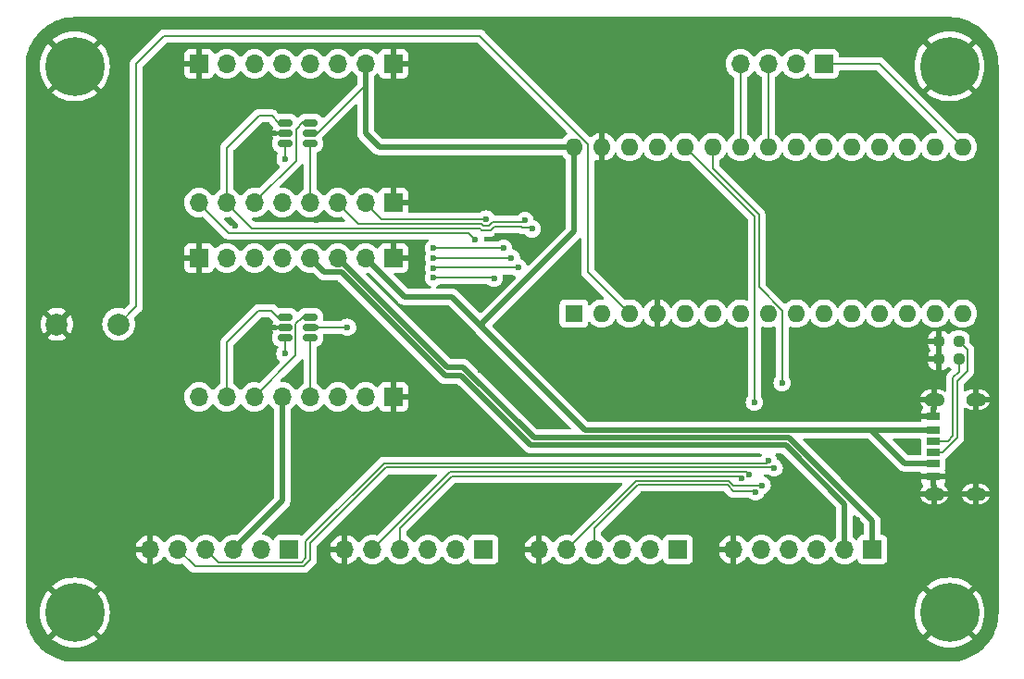
<source format=gbr>
%TF.GenerationSoftware,KiCad,Pcbnew,8.0.6*%
%TF.CreationDate,2024-11-20T18:20:58+00:00*%
%TF.ProjectId,NORMMotorControlBoard,4e4f524d-4d6f-4746-9f72-436f6e74726f,rev?*%
%TF.SameCoordinates,Original*%
%TF.FileFunction,Copper,L1,Top*%
%TF.FilePolarity,Positive*%
%FSLAX46Y46*%
G04 Gerber Fmt 4.6, Leading zero omitted, Abs format (unit mm)*
G04 Created by KiCad (PCBNEW 8.0.6) date 2024-11-20 18:20:58*
%MOMM*%
%LPD*%
G01*
G04 APERTURE LIST*
G04 Aperture macros list*
%AMRoundRect*
0 Rectangle with rounded corners*
0 $1 Rounding radius*
0 $2 $3 $4 $5 $6 $7 $8 $9 X,Y pos of 4 corners*
0 Add a 4 corners polygon primitive as box body*
4,1,4,$2,$3,$4,$5,$6,$7,$8,$9,$2,$3,0*
0 Add four circle primitives for the rounded corners*
1,1,$1+$1,$2,$3*
1,1,$1+$1,$4,$5*
1,1,$1+$1,$6,$7*
1,1,$1+$1,$8,$9*
0 Add four rect primitives between the rounded corners*
20,1,$1+$1,$2,$3,$4,$5,0*
20,1,$1+$1,$4,$5,$6,$7,0*
20,1,$1+$1,$6,$7,$8,$9,0*
20,1,$1+$1,$8,$9,$2,$3,0*%
G04 Aperture macros list end*
%TA.AperFunction,EtchedComponent*%
%ADD10C,0.010000*%
%TD*%
%TA.AperFunction,ComponentPad*%
%ADD11R,1.700000X1.700000*%
%TD*%
%TA.AperFunction,ComponentPad*%
%ADD12O,1.700000X1.700000*%
%TD*%
%TA.AperFunction,ComponentPad*%
%ADD13C,5.400000*%
%TD*%
%TA.AperFunction,SMDPad,CuDef*%
%ADD14RoundRect,0.237500X-0.250000X-0.237500X0.250000X-0.237500X0.250000X0.237500X-0.250000X0.237500X0*%
%TD*%
%TA.AperFunction,SMDPad,CuDef*%
%ADD15RoundRect,0.150000X-0.512500X-0.150000X0.512500X-0.150000X0.512500X0.150000X-0.512500X0.150000X0*%
%TD*%
%TA.AperFunction,ComponentPad*%
%ADD16C,2.000000*%
%TD*%
%TA.AperFunction,SMDPad,CuDef*%
%ADD17R,1.200000X0.700000*%
%TD*%
%TA.AperFunction,SMDPad,CuDef*%
%ADD18R,1.200000X0.760000*%
%TD*%
%TA.AperFunction,SMDPad,CuDef*%
%ADD19R,1.200000X0.800000*%
%TD*%
%TA.AperFunction,ComponentPad*%
%ADD20O,1.600000X0.800000*%
%TD*%
%TA.AperFunction,ComponentPad*%
%ADD21R,1.600000X1.600000*%
%TD*%
%TA.AperFunction,ComponentPad*%
%ADD22O,1.600000X1.600000*%
%TD*%
%TA.AperFunction,ViaPad*%
%ADD23C,0.600000*%
%TD*%
%TA.AperFunction,Conductor*%
%ADD24C,0.200000*%
%TD*%
%TA.AperFunction,Conductor*%
%ADD25C,0.500000*%
%TD*%
G04 APERTURE END LIST*
D10*
%TO.C,J5*%
X153920000Y-94951000D02*
X153948000Y-94953000D01*
X153977000Y-94957000D01*
X154005000Y-94962000D01*
X154033000Y-94969000D01*
X154061000Y-94977000D01*
X154088000Y-94987000D01*
X154115000Y-94998000D01*
X154141000Y-95010000D01*
X154166000Y-95024000D01*
X154191000Y-95039000D01*
X154214000Y-95055000D01*
X154237000Y-95073000D01*
X154259000Y-95091000D01*
X154280000Y-95111000D01*
X154300000Y-95132000D01*
X154318000Y-95154000D01*
X154336000Y-95177000D01*
X154352000Y-95200000D01*
X154367000Y-95225000D01*
X154381000Y-95250000D01*
X154393000Y-95276000D01*
X154404000Y-95303000D01*
X154414000Y-95330000D01*
X154422000Y-95358000D01*
X154429000Y-95386000D01*
X154434000Y-95414000D01*
X154438000Y-95443000D01*
X154440000Y-95471000D01*
X154441000Y-95500000D01*
X154440000Y-95529000D01*
X154438000Y-95557000D01*
X154434000Y-95586000D01*
X154429000Y-95614000D01*
X154422000Y-95642000D01*
X154414000Y-95670000D01*
X154404000Y-95697000D01*
X154393000Y-95724000D01*
X154381000Y-95750000D01*
X154367000Y-95775000D01*
X154352000Y-95800000D01*
X154336000Y-95823000D01*
X154318000Y-95846000D01*
X154300000Y-95868000D01*
X154280000Y-95889000D01*
X154259000Y-95909000D01*
X154237000Y-95927000D01*
X154214000Y-95945000D01*
X154191000Y-95961000D01*
X154166000Y-95976000D01*
X154141000Y-95990000D01*
X154115000Y-96002000D01*
X154088000Y-96013000D01*
X154061000Y-96023000D01*
X154033000Y-96031000D01*
X154005000Y-96038000D01*
X153977000Y-96043000D01*
X153948000Y-96047000D01*
X153920000Y-96049000D01*
X153891000Y-96050000D01*
X153291000Y-96050000D01*
X153262000Y-96049000D01*
X153234000Y-96047000D01*
X153205000Y-96043000D01*
X153177000Y-96038000D01*
X153149000Y-96031000D01*
X153121000Y-96023000D01*
X153094000Y-96013000D01*
X153067000Y-96002000D01*
X153041000Y-95990000D01*
X153016000Y-95976000D01*
X152991000Y-95961000D01*
X152968000Y-95945000D01*
X152945000Y-95927000D01*
X152923000Y-95909000D01*
X152902000Y-95889000D01*
X152882000Y-95868000D01*
X152864000Y-95846000D01*
X152846000Y-95823000D01*
X152830000Y-95800000D01*
X152815000Y-95775000D01*
X152801000Y-95750000D01*
X152789000Y-95724000D01*
X152778000Y-95697000D01*
X152768000Y-95670000D01*
X152760000Y-95642000D01*
X152753000Y-95614000D01*
X152748000Y-95586000D01*
X152744000Y-95557000D01*
X152742000Y-95529000D01*
X152741000Y-95500000D01*
X152742000Y-95471000D01*
X152744000Y-95443000D01*
X152748000Y-95414000D01*
X152753000Y-95386000D01*
X152760000Y-95358000D01*
X152768000Y-95330000D01*
X152778000Y-95303000D01*
X152789000Y-95276000D01*
X152801000Y-95250000D01*
X152815000Y-95225000D01*
X152830000Y-95200000D01*
X152846000Y-95177000D01*
X152864000Y-95154000D01*
X152882000Y-95132000D01*
X152902000Y-95111000D01*
X152923000Y-95091000D01*
X152945000Y-95073000D01*
X152968000Y-95055000D01*
X152991000Y-95039000D01*
X153016000Y-95024000D01*
X153041000Y-95010000D01*
X153067000Y-94998000D01*
X153094000Y-94987000D01*
X153121000Y-94977000D01*
X153149000Y-94969000D01*
X153177000Y-94962000D01*
X153205000Y-94957000D01*
X153234000Y-94953000D01*
X153262000Y-94951000D01*
X153291000Y-94950000D01*
X153891000Y-94950000D01*
X153920000Y-94951000D01*
%TA.AperFunction,EtchedComponent*%
G36*
X153920000Y-94951000D02*
G01*
X153948000Y-94953000D01*
X153977000Y-94957000D01*
X154005000Y-94962000D01*
X154033000Y-94969000D01*
X154061000Y-94977000D01*
X154088000Y-94987000D01*
X154115000Y-94998000D01*
X154141000Y-95010000D01*
X154166000Y-95024000D01*
X154191000Y-95039000D01*
X154214000Y-95055000D01*
X154237000Y-95073000D01*
X154259000Y-95091000D01*
X154280000Y-95111000D01*
X154300000Y-95132000D01*
X154318000Y-95154000D01*
X154336000Y-95177000D01*
X154352000Y-95200000D01*
X154367000Y-95225000D01*
X154381000Y-95250000D01*
X154393000Y-95276000D01*
X154404000Y-95303000D01*
X154414000Y-95330000D01*
X154422000Y-95358000D01*
X154429000Y-95386000D01*
X154434000Y-95414000D01*
X154438000Y-95443000D01*
X154440000Y-95471000D01*
X154441000Y-95500000D01*
X154440000Y-95529000D01*
X154438000Y-95557000D01*
X154434000Y-95586000D01*
X154429000Y-95614000D01*
X154422000Y-95642000D01*
X154414000Y-95670000D01*
X154404000Y-95697000D01*
X154393000Y-95724000D01*
X154381000Y-95750000D01*
X154367000Y-95775000D01*
X154352000Y-95800000D01*
X154336000Y-95823000D01*
X154318000Y-95846000D01*
X154300000Y-95868000D01*
X154280000Y-95889000D01*
X154259000Y-95909000D01*
X154237000Y-95927000D01*
X154214000Y-95945000D01*
X154191000Y-95961000D01*
X154166000Y-95976000D01*
X154141000Y-95990000D01*
X154115000Y-96002000D01*
X154088000Y-96013000D01*
X154061000Y-96023000D01*
X154033000Y-96031000D01*
X154005000Y-96038000D01*
X153977000Y-96043000D01*
X153948000Y-96047000D01*
X153920000Y-96049000D01*
X153891000Y-96050000D01*
X153291000Y-96050000D01*
X153262000Y-96049000D01*
X153234000Y-96047000D01*
X153205000Y-96043000D01*
X153177000Y-96038000D01*
X153149000Y-96031000D01*
X153121000Y-96023000D01*
X153094000Y-96013000D01*
X153067000Y-96002000D01*
X153041000Y-95990000D01*
X153016000Y-95976000D01*
X152991000Y-95961000D01*
X152968000Y-95945000D01*
X152945000Y-95927000D01*
X152923000Y-95909000D01*
X152902000Y-95889000D01*
X152882000Y-95868000D01*
X152864000Y-95846000D01*
X152846000Y-95823000D01*
X152830000Y-95800000D01*
X152815000Y-95775000D01*
X152801000Y-95750000D01*
X152789000Y-95724000D01*
X152778000Y-95697000D01*
X152768000Y-95670000D01*
X152760000Y-95642000D01*
X152753000Y-95614000D01*
X152748000Y-95586000D01*
X152744000Y-95557000D01*
X152742000Y-95529000D01*
X152741000Y-95500000D01*
X152742000Y-95471000D01*
X152744000Y-95443000D01*
X152748000Y-95414000D01*
X152753000Y-95386000D01*
X152760000Y-95358000D01*
X152768000Y-95330000D01*
X152778000Y-95303000D01*
X152789000Y-95276000D01*
X152801000Y-95250000D01*
X152815000Y-95225000D01*
X152830000Y-95200000D01*
X152846000Y-95177000D01*
X152864000Y-95154000D01*
X152882000Y-95132000D01*
X152902000Y-95111000D01*
X152923000Y-95091000D01*
X152945000Y-95073000D01*
X152968000Y-95055000D01*
X152991000Y-95039000D01*
X153016000Y-95024000D01*
X153041000Y-95010000D01*
X153067000Y-94998000D01*
X153094000Y-94987000D01*
X153121000Y-94977000D01*
X153149000Y-94969000D01*
X153177000Y-94962000D01*
X153205000Y-94957000D01*
X153234000Y-94953000D01*
X153262000Y-94951000D01*
X153291000Y-94950000D01*
X153891000Y-94950000D01*
X153920000Y-94951000D01*
G37*
%TD.AperFunction*%
X153920000Y-103591000D02*
X153948000Y-103593000D01*
X153977000Y-103597000D01*
X154005000Y-103602000D01*
X154033000Y-103609000D01*
X154061000Y-103617000D01*
X154088000Y-103627000D01*
X154115000Y-103638000D01*
X154141000Y-103650000D01*
X154166000Y-103664000D01*
X154191000Y-103679000D01*
X154214000Y-103695000D01*
X154237000Y-103713000D01*
X154259000Y-103731000D01*
X154280000Y-103751000D01*
X154300000Y-103772000D01*
X154318000Y-103794000D01*
X154336000Y-103817000D01*
X154352000Y-103840000D01*
X154367000Y-103865000D01*
X154381000Y-103890000D01*
X154393000Y-103916000D01*
X154404000Y-103943000D01*
X154414000Y-103970000D01*
X154422000Y-103998000D01*
X154429000Y-104026000D01*
X154434000Y-104054000D01*
X154438000Y-104083000D01*
X154440000Y-104111000D01*
X154441000Y-104140000D01*
X154440000Y-104169000D01*
X154438000Y-104197000D01*
X154434000Y-104226000D01*
X154429000Y-104254000D01*
X154422000Y-104282000D01*
X154414000Y-104310000D01*
X154404000Y-104337000D01*
X154393000Y-104364000D01*
X154381000Y-104390000D01*
X154367000Y-104415000D01*
X154352000Y-104440000D01*
X154336000Y-104463000D01*
X154318000Y-104486000D01*
X154300000Y-104508000D01*
X154280000Y-104529000D01*
X154259000Y-104549000D01*
X154237000Y-104567000D01*
X154214000Y-104585000D01*
X154191000Y-104601000D01*
X154166000Y-104616000D01*
X154141000Y-104630000D01*
X154115000Y-104642000D01*
X154088000Y-104653000D01*
X154061000Y-104663000D01*
X154033000Y-104671000D01*
X154005000Y-104678000D01*
X153977000Y-104683000D01*
X153948000Y-104687000D01*
X153920000Y-104689000D01*
X153891000Y-104690000D01*
X153291000Y-104690000D01*
X153262000Y-104689000D01*
X153234000Y-104687000D01*
X153205000Y-104683000D01*
X153177000Y-104678000D01*
X153149000Y-104671000D01*
X153121000Y-104663000D01*
X153094000Y-104653000D01*
X153067000Y-104642000D01*
X153041000Y-104630000D01*
X153016000Y-104616000D01*
X152991000Y-104601000D01*
X152968000Y-104585000D01*
X152945000Y-104567000D01*
X152923000Y-104549000D01*
X152902000Y-104529000D01*
X152882000Y-104508000D01*
X152864000Y-104486000D01*
X152846000Y-104463000D01*
X152830000Y-104440000D01*
X152815000Y-104415000D01*
X152801000Y-104390000D01*
X152789000Y-104364000D01*
X152778000Y-104337000D01*
X152768000Y-104310000D01*
X152760000Y-104282000D01*
X152753000Y-104254000D01*
X152748000Y-104226000D01*
X152744000Y-104197000D01*
X152742000Y-104169000D01*
X152741000Y-104140000D01*
X152742000Y-104111000D01*
X152744000Y-104083000D01*
X152748000Y-104054000D01*
X152753000Y-104026000D01*
X152760000Y-103998000D01*
X152768000Y-103970000D01*
X152778000Y-103943000D01*
X152789000Y-103916000D01*
X152801000Y-103890000D01*
X152815000Y-103865000D01*
X152830000Y-103840000D01*
X152846000Y-103817000D01*
X152864000Y-103794000D01*
X152882000Y-103772000D01*
X152902000Y-103751000D01*
X152923000Y-103731000D01*
X152945000Y-103713000D01*
X152968000Y-103695000D01*
X152991000Y-103679000D01*
X153016000Y-103664000D01*
X153041000Y-103650000D01*
X153067000Y-103638000D01*
X153094000Y-103627000D01*
X153121000Y-103617000D01*
X153149000Y-103609000D01*
X153177000Y-103602000D01*
X153205000Y-103597000D01*
X153234000Y-103593000D01*
X153262000Y-103591000D01*
X153291000Y-103590000D01*
X153891000Y-103590000D01*
X153920000Y-103591000D01*
%TA.AperFunction,EtchedComponent*%
G36*
X153920000Y-103591000D02*
G01*
X153948000Y-103593000D01*
X153977000Y-103597000D01*
X154005000Y-103602000D01*
X154033000Y-103609000D01*
X154061000Y-103617000D01*
X154088000Y-103627000D01*
X154115000Y-103638000D01*
X154141000Y-103650000D01*
X154166000Y-103664000D01*
X154191000Y-103679000D01*
X154214000Y-103695000D01*
X154237000Y-103713000D01*
X154259000Y-103731000D01*
X154280000Y-103751000D01*
X154300000Y-103772000D01*
X154318000Y-103794000D01*
X154336000Y-103817000D01*
X154352000Y-103840000D01*
X154367000Y-103865000D01*
X154381000Y-103890000D01*
X154393000Y-103916000D01*
X154404000Y-103943000D01*
X154414000Y-103970000D01*
X154422000Y-103998000D01*
X154429000Y-104026000D01*
X154434000Y-104054000D01*
X154438000Y-104083000D01*
X154440000Y-104111000D01*
X154441000Y-104140000D01*
X154440000Y-104169000D01*
X154438000Y-104197000D01*
X154434000Y-104226000D01*
X154429000Y-104254000D01*
X154422000Y-104282000D01*
X154414000Y-104310000D01*
X154404000Y-104337000D01*
X154393000Y-104364000D01*
X154381000Y-104390000D01*
X154367000Y-104415000D01*
X154352000Y-104440000D01*
X154336000Y-104463000D01*
X154318000Y-104486000D01*
X154300000Y-104508000D01*
X154280000Y-104529000D01*
X154259000Y-104549000D01*
X154237000Y-104567000D01*
X154214000Y-104585000D01*
X154191000Y-104601000D01*
X154166000Y-104616000D01*
X154141000Y-104630000D01*
X154115000Y-104642000D01*
X154088000Y-104653000D01*
X154061000Y-104663000D01*
X154033000Y-104671000D01*
X154005000Y-104678000D01*
X153977000Y-104683000D01*
X153948000Y-104687000D01*
X153920000Y-104689000D01*
X153891000Y-104690000D01*
X153291000Y-104690000D01*
X153262000Y-104689000D01*
X153234000Y-104687000D01*
X153205000Y-104683000D01*
X153177000Y-104678000D01*
X153149000Y-104671000D01*
X153121000Y-104663000D01*
X153094000Y-104653000D01*
X153067000Y-104642000D01*
X153041000Y-104630000D01*
X153016000Y-104616000D01*
X152991000Y-104601000D01*
X152968000Y-104585000D01*
X152945000Y-104567000D01*
X152923000Y-104549000D01*
X152902000Y-104529000D01*
X152882000Y-104508000D01*
X152864000Y-104486000D01*
X152846000Y-104463000D01*
X152830000Y-104440000D01*
X152815000Y-104415000D01*
X152801000Y-104390000D01*
X152789000Y-104364000D01*
X152778000Y-104337000D01*
X152768000Y-104310000D01*
X152760000Y-104282000D01*
X152753000Y-104254000D01*
X152748000Y-104226000D01*
X152744000Y-104197000D01*
X152742000Y-104169000D01*
X152741000Y-104140000D01*
X152742000Y-104111000D01*
X152744000Y-104083000D01*
X152748000Y-104054000D01*
X152753000Y-104026000D01*
X152760000Y-103998000D01*
X152768000Y-103970000D01*
X152778000Y-103943000D01*
X152789000Y-103916000D01*
X152801000Y-103890000D01*
X152815000Y-103865000D01*
X152830000Y-103840000D01*
X152846000Y-103817000D01*
X152864000Y-103794000D01*
X152882000Y-103772000D01*
X152902000Y-103751000D01*
X152923000Y-103731000D01*
X152945000Y-103713000D01*
X152968000Y-103695000D01*
X152991000Y-103679000D01*
X153016000Y-103664000D01*
X153041000Y-103650000D01*
X153067000Y-103638000D01*
X153094000Y-103627000D01*
X153121000Y-103617000D01*
X153149000Y-103609000D01*
X153177000Y-103602000D01*
X153205000Y-103597000D01*
X153234000Y-103593000D01*
X153262000Y-103591000D01*
X153291000Y-103590000D01*
X153891000Y-103590000D01*
X153920000Y-103591000D01*
G37*
%TD.AperFunction*%
X157720000Y-94951000D02*
X157748000Y-94953000D01*
X157777000Y-94957000D01*
X157805000Y-94962000D01*
X157833000Y-94969000D01*
X157861000Y-94977000D01*
X157888000Y-94987000D01*
X157915000Y-94998000D01*
X157941000Y-95010000D01*
X157966000Y-95024000D01*
X157991000Y-95039000D01*
X158014000Y-95055000D01*
X158037000Y-95073000D01*
X158059000Y-95091000D01*
X158080000Y-95111000D01*
X158100000Y-95132000D01*
X158118000Y-95154000D01*
X158136000Y-95177000D01*
X158152000Y-95200000D01*
X158167000Y-95225000D01*
X158181000Y-95250000D01*
X158193000Y-95276000D01*
X158204000Y-95303000D01*
X158214000Y-95330000D01*
X158222000Y-95358000D01*
X158229000Y-95386000D01*
X158234000Y-95414000D01*
X158238000Y-95443000D01*
X158240000Y-95471000D01*
X158241000Y-95500000D01*
X158240000Y-95529000D01*
X158238000Y-95557000D01*
X158234000Y-95586000D01*
X158229000Y-95614000D01*
X158222000Y-95642000D01*
X158214000Y-95670000D01*
X158204000Y-95697000D01*
X158193000Y-95724000D01*
X158181000Y-95750000D01*
X158167000Y-95775000D01*
X158152000Y-95800000D01*
X158136000Y-95823000D01*
X158118000Y-95846000D01*
X158100000Y-95868000D01*
X158080000Y-95889000D01*
X158059000Y-95909000D01*
X158037000Y-95927000D01*
X158014000Y-95945000D01*
X157991000Y-95961000D01*
X157966000Y-95976000D01*
X157941000Y-95990000D01*
X157915000Y-96002000D01*
X157888000Y-96013000D01*
X157861000Y-96023000D01*
X157833000Y-96031000D01*
X157805000Y-96038000D01*
X157777000Y-96043000D01*
X157748000Y-96047000D01*
X157720000Y-96049000D01*
X157691000Y-96050000D01*
X157091000Y-96050000D01*
X157062000Y-96049000D01*
X157034000Y-96047000D01*
X157005000Y-96043000D01*
X156977000Y-96038000D01*
X156949000Y-96031000D01*
X156921000Y-96023000D01*
X156894000Y-96013000D01*
X156867000Y-96002000D01*
X156841000Y-95990000D01*
X156816000Y-95976000D01*
X156791000Y-95961000D01*
X156768000Y-95945000D01*
X156745000Y-95927000D01*
X156723000Y-95909000D01*
X156702000Y-95889000D01*
X156682000Y-95868000D01*
X156664000Y-95846000D01*
X156646000Y-95823000D01*
X156630000Y-95800000D01*
X156615000Y-95775000D01*
X156601000Y-95750000D01*
X156589000Y-95724000D01*
X156578000Y-95697000D01*
X156568000Y-95670000D01*
X156560000Y-95642000D01*
X156553000Y-95614000D01*
X156548000Y-95586000D01*
X156544000Y-95557000D01*
X156542000Y-95529000D01*
X156541000Y-95500000D01*
X156542000Y-95471000D01*
X156544000Y-95443000D01*
X156548000Y-95414000D01*
X156553000Y-95386000D01*
X156560000Y-95358000D01*
X156568000Y-95330000D01*
X156578000Y-95303000D01*
X156589000Y-95276000D01*
X156601000Y-95250000D01*
X156615000Y-95225000D01*
X156630000Y-95200000D01*
X156646000Y-95177000D01*
X156664000Y-95154000D01*
X156682000Y-95132000D01*
X156702000Y-95111000D01*
X156723000Y-95091000D01*
X156745000Y-95073000D01*
X156768000Y-95055000D01*
X156791000Y-95039000D01*
X156816000Y-95024000D01*
X156841000Y-95010000D01*
X156867000Y-94998000D01*
X156894000Y-94987000D01*
X156921000Y-94977000D01*
X156949000Y-94969000D01*
X156977000Y-94962000D01*
X157005000Y-94957000D01*
X157034000Y-94953000D01*
X157062000Y-94951000D01*
X157091000Y-94950000D01*
X157691000Y-94950000D01*
X157720000Y-94951000D01*
%TA.AperFunction,EtchedComponent*%
G36*
X157720000Y-94951000D02*
G01*
X157748000Y-94953000D01*
X157777000Y-94957000D01*
X157805000Y-94962000D01*
X157833000Y-94969000D01*
X157861000Y-94977000D01*
X157888000Y-94987000D01*
X157915000Y-94998000D01*
X157941000Y-95010000D01*
X157966000Y-95024000D01*
X157991000Y-95039000D01*
X158014000Y-95055000D01*
X158037000Y-95073000D01*
X158059000Y-95091000D01*
X158080000Y-95111000D01*
X158100000Y-95132000D01*
X158118000Y-95154000D01*
X158136000Y-95177000D01*
X158152000Y-95200000D01*
X158167000Y-95225000D01*
X158181000Y-95250000D01*
X158193000Y-95276000D01*
X158204000Y-95303000D01*
X158214000Y-95330000D01*
X158222000Y-95358000D01*
X158229000Y-95386000D01*
X158234000Y-95414000D01*
X158238000Y-95443000D01*
X158240000Y-95471000D01*
X158241000Y-95500000D01*
X158240000Y-95529000D01*
X158238000Y-95557000D01*
X158234000Y-95586000D01*
X158229000Y-95614000D01*
X158222000Y-95642000D01*
X158214000Y-95670000D01*
X158204000Y-95697000D01*
X158193000Y-95724000D01*
X158181000Y-95750000D01*
X158167000Y-95775000D01*
X158152000Y-95800000D01*
X158136000Y-95823000D01*
X158118000Y-95846000D01*
X158100000Y-95868000D01*
X158080000Y-95889000D01*
X158059000Y-95909000D01*
X158037000Y-95927000D01*
X158014000Y-95945000D01*
X157991000Y-95961000D01*
X157966000Y-95976000D01*
X157941000Y-95990000D01*
X157915000Y-96002000D01*
X157888000Y-96013000D01*
X157861000Y-96023000D01*
X157833000Y-96031000D01*
X157805000Y-96038000D01*
X157777000Y-96043000D01*
X157748000Y-96047000D01*
X157720000Y-96049000D01*
X157691000Y-96050000D01*
X157091000Y-96050000D01*
X157062000Y-96049000D01*
X157034000Y-96047000D01*
X157005000Y-96043000D01*
X156977000Y-96038000D01*
X156949000Y-96031000D01*
X156921000Y-96023000D01*
X156894000Y-96013000D01*
X156867000Y-96002000D01*
X156841000Y-95990000D01*
X156816000Y-95976000D01*
X156791000Y-95961000D01*
X156768000Y-95945000D01*
X156745000Y-95927000D01*
X156723000Y-95909000D01*
X156702000Y-95889000D01*
X156682000Y-95868000D01*
X156664000Y-95846000D01*
X156646000Y-95823000D01*
X156630000Y-95800000D01*
X156615000Y-95775000D01*
X156601000Y-95750000D01*
X156589000Y-95724000D01*
X156578000Y-95697000D01*
X156568000Y-95670000D01*
X156560000Y-95642000D01*
X156553000Y-95614000D01*
X156548000Y-95586000D01*
X156544000Y-95557000D01*
X156542000Y-95529000D01*
X156541000Y-95500000D01*
X156542000Y-95471000D01*
X156544000Y-95443000D01*
X156548000Y-95414000D01*
X156553000Y-95386000D01*
X156560000Y-95358000D01*
X156568000Y-95330000D01*
X156578000Y-95303000D01*
X156589000Y-95276000D01*
X156601000Y-95250000D01*
X156615000Y-95225000D01*
X156630000Y-95200000D01*
X156646000Y-95177000D01*
X156664000Y-95154000D01*
X156682000Y-95132000D01*
X156702000Y-95111000D01*
X156723000Y-95091000D01*
X156745000Y-95073000D01*
X156768000Y-95055000D01*
X156791000Y-95039000D01*
X156816000Y-95024000D01*
X156841000Y-95010000D01*
X156867000Y-94998000D01*
X156894000Y-94987000D01*
X156921000Y-94977000D01*
X156949000Y-94969000D01*
X156977000Y-94962000D01*
X157005000Y-94957000D01*
X157034000Y-94953000D01*
X157062000Y-94951000D01*
X157091000Y-94950000D01*
X157691000Y-94950000D01*
X157720000Y-94951000D01*
G37*
%TD.AperFunction*%
X157720000Y-103591000D02*
X157748000Y-103593000D01*
X157777000Y-103597000D01*
X157805000Y-103602000D01*
X157833000Y-103609000D01*
X157861000Y-103617000D01*
X157888000Y-103627000D01*
X157915000Y-103638000D01*
X157941000Y-103650000D01*
X157966000Y-103664000D01*
X157991000Y-103679000D01*
X158014000Y-103695000D01*
X158037000Y-103713000D01*
X158059000Y-103731000D01*
X158080000Y-103751000D01*
X158100000Y-103772000D01*
X158118000Y-103794000D01*
X158136000Y-103817000D01*
X158152000Y-103840000D01*
X158167000Y-103865000D01*
X158181000Y-103890000D01*
X158193000Y-103916000D01*
X158204000Y-103943000D01*
X158214000Y-103970000D01*
X158222000Y-103998000D01*
X158229000Y-104026000D01*
X158234000Y-104054000D01*
X158238000Y-104083000D01*
X158240000Y-104111000D01*
X158241000Y-104140000D01*
X158240000Y-104169000D01*
X158238000Y-104197000D01*
X158234000Y-104226000D01*
X158229000Y-104254000D01*
X158222000Y-104282000D01*
X158214000Y-104310000D01*
X158204000Y-104337000D01*
X158193000Y-104364000D01*
X158181000Y-104390000D01*
X158167000Y-104415000D01*
X158152000Y-104440000D01*
X158136000Y-104463000D01*
X158118000Y-104486000D01*
X158100000Y-104508000D01*
X158080000Y-104529000D01*
X158059000Y-104549000D01*
X158037000Y-104567000D01*
X158014000Y-104585000D01*
X157991000Y-104601000D01*
X157966000Y-104616000D01*
X157941000Y-104630000D01*
X157915000Y-104642000D01*
X157888000Y-104653000D01*
X157861000Y-104663000D01*
X157833000Y-104671000D01*
X157805000Y-104678000D01*
X157777000Y-104683000D01*
X157748000Y-104687000D01*
X157720000Y-104689000D01*
X157691000Y-104690000D01*
X157091000Y-104690000D01*
X157062000Y-104689000D01*
X157034000Y-104687000D01*
X157005000Y-104683000D01*
X156977000Y-104678000D01*
X156949000Y-104671000D01*
X156921000Y-104663000D01*
X156894000Y-104653000D01*
X156867000Y-104642000D01*
X156841000Y-104630000D01*
X156816000Y-104616000D01*
X156791000Y-104601000D01*
X156768000Y-104585000D01*
X156745000Y-104567000D01*
X156723000Y-104549000D01*
X156702000Y-104529000D01*
X156682000Y-104508000D01*
X156664000Y-104486000D01*
X156646000Y-104463000D01*
X156630000Y-104440000D01*
X156615000Y-104415000D01*
X156601000Y-104390000D01*
X156589000Y-104364000D01*
X156578000Y-104337000D01*
X156568000Y-104310000D01*
X156560000Y-104282000D01*
X156553000Y-104254000D01*
X156548000Y-104226000D01*
X156544000Y-104197000D01*
X156542000Y-104169000D01*
X156541000Y-104140000D01*
X156542000Y-104111000D01*
X156544000Y-104083000D01*
X156548000Y-104054000D01*
X156553000Y-104026000D01*
X156560000Y-103998000D01*
X156568000Y-103970000D01*
X156578000Y-103943000D01*
X156589000Y-103916000D01*
X156601000Y-103890000D01*
X156615000Y-103865000D01*
X156630000Y-103840000D01*
X156646000Y-103817000D01*
X156664000Y-103794000D01*
X156682000Y-103772000D01*
X156702000Y-103751000D01*
X156723000Y-103731000D01*
X156745000Y-103713000D01*
X156768000Y-103695000D01*
X156791000Y-103679000D01*
X156816000Y-103664000D01*
X156841000Y-103650000D01*
X156867000Y-103638000D01*
X156894000Y-103627000D01*
X156921000Y-103617000D01*
X156949000Y-103609000D01*
X156977000Y-103602000D01*
X157005000Y-103597000D01*
X157034000Y-103593000D01*
X157062000Y-103591000D01*
X157091000Y-103590000D01*
X157691000Y-103590000D01*
X157720000Y-103591000D01*
%TA.AperFunction,EtchedComponent*%
G36*
X157720000Y-103591000D02*
G01*
X157748000Y-103593000D01*
X157777000Y-103597000D01*
X157805000Y-103602000D01*
X157833000Y-103609000D01*
X157861000Y-103617000D01*
X157888000Y-103627000D01*
X157915000Y-103638000D01*
X157941000Y-103650000D01*
X157966000Y-103664000D01*
X157991000Y-103679000D01*
X158014000Y-103695000D01*
X158037000Y-103713000D01*
X158059000Y-103731000D01*
X158080000Y-103751000D01*
X158100000Y-103772000D01*
X158118000Y-103794000D01*
X158136000Y-103817000D01*
X158152000Y-103840000D01*
X158167000Y-103865000D01*
X158181000Y-103890000D01*
X158193000Y-103916000D01*
X158204000Y-103943000D01*
X158214000Y-103970000D01*
X158222000Y-103998000D01*
X158229000Y-104026000D01*
X158234000Y-104054000D01*
X158238000Y-104083000D01*
X158240000Y-104111000D01*
X158241000Y-104140000D01*
X158240000Y-104169000D01*
X158238000Y-104197000D01*
X158234000Y-104226000D01*
X158229000Y-104254000D01*
X158222000Y-104282000D01*
X158214000Y-104310000D01*
X158204000Y-104337000D01*
X158193000Y-104364000D01*
X158181000Y-104390000D01*
X158167000Y-104415000D01*
X158152000Y-104440000D01*
X158136000Y-104463000D01*
X158118000Y-104486000D01*
X158100000Y-104508000D01*
X158080000Y-104529000D01*
X158059000Y-104549000D01*
X158037000Y-104567000D01*
X158014000Y-104585000D01*
X157991000Y-104601000D01*
X157966000Y-104616000D01*
X157941000Y-104630000D01*
X157915000Y-104642000D01*
X157888000Y-104653000D01*
X157861000Y-104663000D01*
X157833000Y-104671000D01*
X157805000Y-104678000D01*
X157777000Y-104683000D01*
X157748000Y-104687000D01*
X157720000Y-104689000D01*
X157691000Y-104690000D01*
X157091000Y-104690000D01*
X157062000Y-104689000D01*
X157034000Y-104687000D01*
X157005000Y-104683000D01*
X156977000Y-104678000D01*
X156949000Y-104671000D01*
X156921000Y-104663000D01*
X156894000Y-104653000D01*
X156867000Y-104642000D01*
X156841000Y-104630000D01*
X156816000Y-104616000D01*
X156791000Y-104601000D01*
X156768000Y-104585000D01*
X156745000Y-104567000D01*
X156723000Y-104549000D01*
X156702000Y-104529000D01*
X156682000Y-104508000D01*
X156664000Y-104486000D01*
X156646000Y-104463000D01*
X156630000Y-104440000D01*
X156615000Y-104415000D01*
X156601000Y-104390000D01*
X156589000Y-104364000D01*
X156578000Y-104337000D01*
X156568000Y-104310000D01*
X156560000Y-104282000D01*
X156553000Y-104254000D01*
X156548000Y-104226000D01*
X156544000Y-104197000D01*
X156542000Y-104169000D01*
X156541000Y-104140000D01*
X156542000Y-104111000D01*
X156544000Y-104083000D01*
X156548000Y-104054000D01*
X156553000Y-104026000D01*
X156560000Y-103998000D01*
X156568000Y-103970000D01*
X156578000Y-103943000D01*
X156589000Y-103916000D01*
X156601000Y-103890000D01*
X156615000Y-103865000D01*
X156630000Y-103840000D01*
X156646000Y-103817000D01*
X156664000Y-103794000D01*
X156682000Y-103772000D01*
X156702000Y-103751000D01*
X156723000Y-103731000D01*
X156745000Y-103713000D01*
X156768000Y-103695000D01*
X156791000Y-103679000D01*
X156816000Y-103664000D01*
X156841000Y-103650000D01*
X156867000Y-103638000D01*
X156894000Y-103627000D01*
X156921000Y-103617000D01*
X156949000Y-103609000D01*
X156977000Y-103602000D01*
X157005000Y-103597000D01*
X157034000Y-103593000D01*
X157062000Y-103591000D01*
X157091000Y-103590000D01*
X157691000Y-103590000D01*
X157720000Y-103591000D01*
G37*
%TD.AperFunction*%
%TD*%
D11*
%TO.P,J2,1,Pin_1*%
%TO.N,FL_M+*%
X112395000Y-109220000D03*
D12*
%TO.P,J2,2,Pin_2*%
%TO.N,FL_M-*%
X109855000Y-109220000D03*
%TO.P,J2,3,Pin_3*%
%TO.N,+3.3V*%
X107315000Y-109220000D03*
%TO.P,J2,4,Pin_4*%
%TO.N,FL_ENC_A*%
X104775000Y-109220000D03*
%TO.P,J2,5,Pin_5*%
%TO.N,FL_ENC_B*%
X102235000Y-109220000D03*
%TO.P,J2,6,Pin_6*%
%TO.N,GND*%
X99695000Y-109220000D03*
%TD*%
D13*
%TO.P,H3,1,1*%
%TO.N,GND*%
X75000000Y-115000000D03*
%TD*%
%TO.P,H4,1,1*%
%TO.N,GND*%
X155000000Y-115000000D03*
%TD*%
D14*
%TO.P,R3,1*%
%TO.N,GND*%
X154027500Y-90170000D03*
%TO.P,R3,2*%
%TO.N,Net-(J5-CC1)*%
X155852500Y-90170000D03*
%TD*%
D12*
%TO.P,M1,1,PWMA*%
%TO.N,FL_SPEED*%
X86360000Y-77470000D03*
%TO.P,M1,2,AIN2*%
%TO.N,FL_DIR*%
X88900000Y-77470000D03*
%TO.P,M1,3,AIN1*%
%TO.N,/FL_DIR_INV*%
X91440000Y-77470000D03*
%TO.P,M1,4,~{STBY}*%
%TO.N,+3.3V*%
X93980000Y-77470000D03*
%TO.P,M1,5,BIN1*%
%TO.N,/FR_DIR_INV*%
X96520000Y-77470000D03*
%TO.P,M1,6,BIN2*%
%TO.N,FR_DIR*%
X99060000Y-77470000D03*
%TO.P,M1,7,PWMB*%
%TO.N,FR_SPEED*%
X101600000Y-77470000D03*
D11*
%TO.P,M1,8,GND*%
%TO.N,GND*%
X104140000Y-77470000D03*
%TO.P,M1,9,GND*%
X104140000Y-64770000D03*
D12*
%TO.P,M1,10,VMOT*%
%TO.N,+5V*%
X101600000Y-64770000D03*
%TO.P,M1,11,BO1*%
%TO.N,FR_M+*%
X99060000Y-64770000D03*
%TO.P,M1,12,BO2*%
%TO.N,FR_M-*%
X96520000Y-64770000D03*
%TO.P,M1,13,AO2*%
%TO.N,FL_M-*%
X93980000Y-64770000D03*
%TO.P,M1,14,AO1*%
%TO.N,FL_M+*%
X91440000Y-64770000D03*
%TO.P,M1,15,VCC*%
%TO.N,+3.3V*%
X88900000Y-64770000D03*
D11*
%TO.P,M1,16,GND*%
%TO.N,GND*%
X86360000Y-64770000D03*
%TD*%
%TO.P,J4,1,Pin_1*%
%TO.N,BR_M+*%
X147955000Y-109220000D03*
D12*
%TO.P,J4,2,Pin_2*%
%TO.N,BR_M-*%
X145415000Y-109220000D03*
%TO.P,J4,3,Pin_3*%
%TO.N,+3.3V*%
X142875000Y-109220000D03*
%TO.P,J4,4,Pin_4*%
%TO.N,BR_ENC_A*%
X140335000Y-109220000D03*
%TO.P,J4,5,Pin_5*%
%TO.N,BR_ENC_B*%
X137795000Y-109220000D03*
%TO.P,J4,6,Pin_6*%
%TO.N,GND*%
X135255000Y-109220000D03*
%TD*%
D15*
%TO.P,U1,1,1A*%
%TO.N,FL_DIR*%
X94245000Y-70170000D03*
%TO.P,U1,2,GND*%
%TO.N,GND*%
X94245000Y-71120000D03*
%TO.P,U1,3,2A*%
%TO.N,FR_DIR*%
X94245000Y-72070000D03*
%TO.P,U1,4,2Y*%
%TO.N,/FR_DIR_INV*%
X96520000Y-72070000D03*
%TO.P,U1,5,V_{CC}*%
%TO.N,+5V*%
X96520000Y-71120000D03*
%TO.P,U1,6,1Y*%
%TO.N,/FL_DIR_INV*%
X96520000Y-70170000D03*
%TD*%
D16*
%TO.P,SW1,1,1*%
%TO.N,GND*%
X73375000Y-88615000D03*
%TO.P,SW1,2,2*%
%TO.N,Net-(A1-~{RESET}-Pad3)*%
X79025000Y-88615000D03*
%TD*%
D14*
%TO.P,R4,1*%
%TO.N,GND*%
X154027500Y-91821000D03*
%TO.P,R4,2*%
%TO.N,Net-(J5-CC2)*%
X155852500Y-91821000D03*
%TD*%
D17*
%TO.P,J5,A5,CC1*%
%TO.N,Net-(J5-CC1)*%
X153511000Y-100320000D03*
D18*
%TO.P,J5,A9,VBUS*%
%TO.N,+5V*%
X153511000Y-98300000D03*
D19*
%TO.P,J5,A12,GND*%
%TO.N,GND*%
X153511000Y-97070000D03*
D17*
%TO.P,J5,B5,CC2*%
%TO.N,Net-(J5-CC2)*%
X153511000Y-99320000D03*
D18*
%TO.P,J5,B9,VBUS*%
%TO.N,+5V*%
X153511000Y-101340000D03*
D19*
%TO.P,J5,B12,GND*%
%TO.N,GND*%
X153511000Y-102570000D03*
D20*
%TO.P,J5,S1,SHIELD*%
X153591000Y-104140000D03*
%TO.P,J5,S2,SHIELD*%
X153591000Y-95500000D03*
%TO.P,J5,S3,SHIELD*%
X157391000Y-104140000D03*
%TO.P,J5,S4,SHIELD*%
X157391000Y-95500000D03*
%TD*%
D21*
%TO.P,A1,1,TX1*%
%TO.N,unconnected-(A1-TX1-Pad1)*%
X120650000Y-87630000D03*
D22*
%TO.P,A1,2,RX1*%
%TO.N,unconnected-(A1-RX1-Pad2)*%
X123190000Y-87630000D03*
%TO.P,A1,3,~{RESET}*%
%TO.N,Net-(A1-~{RESET}-Pad3)*%
X125730000Y-87630000D03*
%TO.P,A1,4,GND*%
%TO.N,GND*%
X128270000Y-87630000D03*
%TO.P,A1,5,D2*%
%TO.N,FL_SPEED*%
X130810000Y-87630000D03*
%TO.P,A1,6,D3*%
%TO.N,FR_SPEED*%
X133350000Y-87630000D03*
%TO.P,A1,7,D4*%
%TO.N,BL_SPEED*%
X135890000Y-87630000D03*
%TO.P,A1,8,D5*%
%TO.N,BR_SPEED*%
X138430000Y-87630000D03*
%TO.P,A1,9,D6*%
%TO.N,FL_ENC_A*%
X140970000Y-87630000D03*
%TO.P,A1,10,D7*%
%TO.N,FL_ENC_B*%
X143510000Y-87630000D03*
%TO.P,A1,11,D8*%
%TO.N,FR_ENC_A*%
X146050000Y-87630000D03*
%TO.P,A1,12,D9*%
%TO.N,FR_ENC_B*%
X148590000Y-87630000D03*
%TO.P,A1,13,D10*%
%TO.N,BL_ENC_A*%
X151130000Y-87630000D03*
%TO.P,A1,14,MOSI*%
%TO.N,BL_ENC_B*%
X153670000Y-87630000D03*
%TO.P,A1,15,MISO*%
%TO.N,D12*%
X156210000Y-87630000D03*
%TO.P,A1,16,SCK*%
%TO.N,D13*%
X156210000Y-72390000D03*
%TO.P,A1,17,3V3*%
%TO.N,+3.3V*%
X153670000Y-72390000D03*
%TO.P,A1,18,AREF*%
%TO.N,unconnected-(A1-AREF-Pad18)*%
X151130000Y-72390000D03*
%TO.P,A1,19,A0*%
%TO.N,FL_DIR*%
X148590000Y-72390000D03*
%TO.P,A1,20,A1*%
%TO.N,FR_DIR*%
X146050000Y-72390000D03*
%TO.P,A1,21,A2*%
%TO.N,BL_DIR*%
X143510000Y-72390000D03*
%TO.P,A1,22,A3*%
%TO.N,BR_DIR*%
X140970000Y-72390000D03*
%TO.P,A1,23,SDA/A4*%
%TO.N,A4*%
X138430000Y-72390000D03*
%TO.P,A1,24,SCL/A5*%
%TO.N,A5*%
X135890000Y-72390000D03*
%TO.P,A1,25,A6*%
%TO.N,BR_ENC_A*%
X133350000Y-72390000D03*
%TO.P,A1,26,A7*%
%TO.N,BR_ENC_B*%
X130810000Y-72390000D03*
%TO.P,A1,27,+5V*%
%TO.N,unconnected-(A1-+5V-Pad27)*%
X128270000Y-72390000D03*
%TO.P,A1,28,~{RESET}*%
%TO.N,unconnected-(A1-~{RESET}-Pad28)*%
X125730000Y-72390000D03*
%TO.P,A1,29,GND*%
%TO.N,GND*%
X123190000Y-72390000D03*
%TO.P,A1,30,VIN*%
%TO.N,+5V*%
X120650000Y-72390000D03*
%TD*%
D13*
%TO.P,H1,1,1*%
%TO.N,GND*%
X75000000Y-65000000D03*
%TD*%
D11*
%TO.P,J6,1,Pin_1*%
%TO.N,D13*%
X143500000Y-64770000D03*
D12*
%TO.P,J6,2,Pin_2*%
%TO.N,D12*%
X140960000Y-64770000D03*
%TO.P,J6,3,Pin_3*%
%TO.N,A4*%
X138420000Y-64770000D03*
%TO.P,J6,4,Pin_4*%
%TO.N,A5*%
X135880000Y-64770000D03*
%TD*%
D11*
%TO.P,J3,1,Pin_1*%
%TO.N,FR_M+*%
X130175000Y-109220000D03*
D12*
%TO.P,J3,2,Pin_2*%
%TO.N,FR_M-*%
X127635000Y-109220000D03*
%TO.P,J3,3,Pin_3*%
%TO.N,+3.3V*%
X125095000Y-109220000D03*
%TO.P,J3,4,Pin_4*%
%TO.N,FR_ENC_A*%
X122555000Y-109220000D03*
%TO.P,J3,5,Pin_5*%
%TO.N,FR_ENC_B*%
X120015000Y-109220000D03*
%TO.P,J3,6,Pin_6*%
%TO.N,GND*%
X117475000Y-109220000D03*
%TD*%
%TO.P,M2,1,PWMA*%
%TO.N,BL_SPEED*%
X86360000Y-95250000D03*
%TO.P,M2,2,AIN2*%
%TO.N,BL_DIR*%
X88900000Y-95250000D03*
%TO.P,M2,3,AIN1*%
%TO.N,/BL_DIR_INV*%
X91440000Y-95250000D03*
%TO.P,M2,4,~{STBY}*%
%TO.N,+3.3V*%
X93980000Y-95250000D03*
%TO.P,M2,5,BIN1*%
%TO.N,/BR_DIR_INV*%
X96520000Y-95250000D03*
%TO.P,M2,6,BIN2*%
%TO.N,BR_DIR*%
X99060000Y-95250000D03*
%TO.P,M2,7,PWMB*%
%TO.N,BR_SPEED*%
X101600000Y-95250000D03*
D11*
%TO.P,M2,8,GND*%
%TO.N,GND*%
X104140000Y-95250000D03*
%TO.P,M2,9,GND*%
X104140000Y-82550000D03*
D12*
%TO.P,M2,10,VMOT*%
%TO.N,+5V*%
X101600000Y-82550000D03*
%TO.P,M2,11,BO1*%
%TO.N,BR_M+*%
X99060000Y-82550000D03*
%TO.P,M2,12,BO2*%
%TO.N,BR_M-*%
X96520000Y-82550000D03*
%TO.P,M2,13,AO2*%
%TO.N,BL_M-*%
X93980000Y-82550000D03*
%TO.P,M2,14,AO1*%
%TO.N,BL_M+*%
X91440000Y-82550000D03*
%TO.P,M2,15,VCC*%
%TO.N,+3.3V*%
X88900000Y-82550000D03*
D11*
%TO.P,M2,16,GND*%
%TO.N,GND*%
X86360000Y-82550000D03*
%TD*%
%TO.P,J1,1,Pin_1*%
%TO.N,BL_M+*%
X94615000Y-109220000D03*
D12*
%TO.P,J1,2,Pin_2*%
%TO.N,BL_M-*%
X92075000Y-109220000D03*
%TO.P,J1,3,Pin_3*%
%TO.N,+3.3V*%
X89535000Y-109220000D03*
%TO.P,J1,4,Pin_4*%
%TO.N,BL_ENC_A*%
X86995000Y-109220000D03*
%TO.P,J1,5,Pin_5*%
%TO.N,BL_ENC_B*%
X84455000Y-109220000D03*
%TO.P,J1,6,Pin_6*%
%TO.N,GND*%
X81915000Y-109220000D03*
%TD*%
D15*
%TO.P,U2,1,1A*%
%TO.N,BL_DIR*%
X94245000Y-87950000D03*
%TO.P,U2,2,GND*%
%TO.N,GND*%
X94245000Y-88900000D03*
%TO.P,U2,3,2A*%
%TO.N,BR_DIR*%
X94245000Y-89850000D03*
%TO.P,U2,4,2Y*%
%TO.N,/BR_DIR_INV*%
X96520000Y-89850000D03*
%TO.P,U2,5,V_{CC}*%
%TO.N,+5V*%
X96520000Y-88900000D03*
%TO.P,U2,6,1Y*%
%TO.N,/BL_DIR_INV*%
X96520000Y-87950000D03*
%TD*%
D13*
%TO.P,H2,1,1*%
%TO.N,GND*%
X155000000Y-65000000D03*
%TD*%
D23*
%TO.N,GND*%
X151003000Y-99822000D03*
X97409000Y-97028000D03*
X135509000Y-85979000D03*
X132969000Y-85979000D03*
X130429000Y-85979000D03*
X140716000Y-74041000D03*
X143256000Y-74041000D03*
X145796000Y-74041000D03*
X144272000Y-89789000D03*
X119888000Y-83566000D03*
X139954000Y-82169000D03*
X145415000Y-78613000D03*
X153416000Y-79375000D03*
X144399000Y-82423000D03*
X128905000Y-80645000D03*
X94996000Y-75565000D03*
X97155000Y-79121000D03*
X113665000Y-80518000D03*
X142494000Y-90551000D03*
X146558000Y-106553000D03*
X94996000Y-93218000D03*
X112268000Y-86614000D03*
X89662000Y-79629000D03*
X101219000Y-106553000D03*
X104902000Y-104267000D03*
X98425000Y-102870000D03*
X86995000Y-92075000D03*
X86868000Y-85471000D03*
X94996000Y-85852000D03*
X91694000Y-90805000D03*
X86487000Y-69723000D03*
X90678000Y-68199000D03*
X91948000Y-72136000D03*
%TO.N,+5V*%
X99949000Y-88900000D03*
%TO.N,GND*%
X104267000Y-99187000D03*
X112141000Y-92837000D03*
X136906000Y-68707000D03*
X141097000Y-68580000D03*
X147447000Y-67437000D03*
%TO.N,FL_ENC_A*%
X135948551Y-102743000D03*
%TO.N,FL_ENC_B*%
X136652000Y-102362000D03*
%TO.N,FR_ENC_A*%
X137252000Y-103943000D03*
%TO.N,FR_ENC_B*%
X137852000Y-103343000D03*
%TO.N,BL_ENC_A*%
X138452000Y-101127000D03*
%TO.N,BL_ENC_B*%
X138955539Y-101748653D03*
%TO.N,BR_ENC_A*%
X139697206Y-93977206D03*
%TO.N,BR_ENC_B*%
X137160000Y-95758000D03*
%TO.N,FL_DIR*%
X116824877Y-79883000D03*
%TO.N,FR_SPEED*%
X112649000Y-78994000D03*
%TO.N,FL_SPEED*%
X111627529Y-80845000D03*
%TO.N,FR_DIR*%
X116170000Y-79121000D03*
%TO.N,BR_SPEED*%
X114219456Y-81661000D03*
%TO.N,BR_DIR*%
X114935000Y-82550000D03*
%TO.N,BL_DIR*%
X115570000Y-83439000D03*
%TO.N,BL_SPEED*%
X113347500Y-84391500D03*
X107807000Y-84369250D03*
%TO.N,BL_DIR*%
X107823000Y-83483498D03*
%TO.N,BR_DIR*%
X107823000Y-82550000D03*
%TO.N,BR_SPEED*%
X107823000Y-81661000D03*
%TO.N,BR_DIR*%
X94234000Y-91313000D03*
%TO.N,FR_DIR*%
X94250499Y-73467000D03*
%TD*%
D24*
%TO.N,Net-(J5-CC1)*%
X156640000Y-90957500D02*
X155852500Y-90170000D01*
X156640000Y-92915000D02*
X156640000Y-90957500D01*
X155721000Y-93834000D02*
X156640000Y-92915000D01*
X154400000Y-100320000D02*
X155721000Y-98999000D01*
X153511000Y-100320000D02*
X154400000Y-100320000D01*
X155721000Y-98999000D02*
X155721000Y-93834000D01*
%TO.N,Net-(J5-CC2)*%
X155321000Y-98833314D02*
X154834314Y-99320000D01*
X155852500Y-92940500D02*
X155321000Y-93472000D01*
X155321000Y-93472000D02*
X155321000Y-98833314D01*
X155852500Y-91821000D02*
X155852500Y-92940500D01*
X154834314Y-99320000D02*
X153511000Y-99320000D01*
D25*
%TO.N,+5V*%
X150868000Y-101340000D02*
X147828000Y-98300000D01*
X153511000Y-101340000D02*
X150868000Y-101340000D01*
X153511000Y-98300000D02*
X147828000Y-98300000D01*
D24*
%TO.N,BL_ENC_B*%
X96304685Y-110396000D02*
X95930686Y-110770000D01*
X96539000Y-110161686D02*
X96304685Y-110396000D01*
X95930686Y-110770000D02*
X86005000Y-110770000D01*
X86005000Y-110770000D02*
X84455000Y-109220000D01*
X96539000Y-108623686D02*
X96539000Y-110161686D01*
X138955539Y-101748653D02*
X138933886Y-101727000D01*
X138933886Y-101727000D02*
X103435686Y-101727000D01*
X103435686Y-101727000D02*
X96539000Y-108623686D01*
%TO.N,BL_ENC_A*%
X95765000Y-110370000D02*
X88145000Y-110370000D01*
X96139000Y-108458000D02*
X96139000Y-109996000D01*
X96139000Y-109996000D02*
X95765000Y-110370000D01*
X88145000Y-110370000D02*
X86995000Y-109220000D01*
X103270000Y-101327000D02*
X96139000Y-108458000D01*
X138252000Y-101327000D02*
X103270000Y-101327000D01*
X138452000Y-101127000D02*
X138252000Y-101327000D01*
D25*
%TO.N,+5V*%
X147828000Y-98300000D02*
X121668000Y-98300000D01*
D24*
%TO.N,FL_SPEED*%
X89049000Y-80229000D02*
X86360000Y-77540000D01*
X111011529Y-80229000D02*
X89049000Y-80229000D01*
X111627529Y-80845000D02*
X111011529Y-80229000D01*
%TO.N,FL_DIR*%
X91189000Y-79829000D02*
X88900000Y-77540000D01*
X112069786Y-79829000D02*
X91189000Y-79829000D01*
X113409215Y-79648000D02*
X113063215Y-79994000D01*
X113063215Y-79994000D02*
X112234785Y-79994000D01*
X115956471Y-79756000D02*
X115848471Y-79648000D01*
X112234785Y-79994000D02*
X112069786Y-79829000D01*
X116697877Y-79756000D02*
X115956471Y-79756000D01*
X115848471Y-79648000D02*
X113409215Y-79648000D01*
X116824877Y-79883000D02*
X116697877Y-79756000D01*
%TO.N,FR_DIR*%
X100949000Y-79429000D02*
X99060000Y-77540000D01*
X112235471Y-79429000D02*
X100949000Y-79429000D01*
X112897529Y-79594000D02*
X112400471Y-79594000D01*
X113243529Y-79248000D02*
X112897529Y-79594000D01*
X116043000Y-79248000D02*
X113243529Y-79248000D01*
X116170000Y-79121000D02*
X116043000Y-79248000D01*
X112400471Y-79594000D02*
X112235471Y-79429000D01*
%TO.N,FR_SPEED*%
X112614000Y-79029000D02*
X103089000Y-79029000D01*
X112649000Y-78994000D02*
X112614000Y-79029000D01*
X103089000Y-79029000D02*
X101600000Y-77540000D01*
D25*
%TO.N,BR_M+*%
X140318264Y-99000000D02*
X147955000Y-106636736D01*
X117007950Y-99000000D02*
X140318264Y-99000000D01*
X110528684Y-92520734D02*
X117007950Y-99000000D01*
X147955000Y-106636736D02*
X147955000Y-109220000D01*
X109030734Y-92520734D02*
X110528684Y-92520734D01*
X99060000Y-82550000D02*
X109030734Y-92520734D01*
D24*
%TO.N,Net-(A1-~{RESET}-Pad3)*%
X80645000Y-86995000D02*
X79025000Y-88615000D01*
X80645000Y-64770000D02*
X80645000Y-86995000D01*
X112045635Y-62230000D02*
X83185000Y-62230000D01*
X121920000Y-72104365D02*
X112045635Y-62230000D01*
X121920000Y-83820000D02*
X121920000Y-72104365D01*
X125730000Y-87630000D02*
X121920000Y-83820000D01*
X83185000Y-62230000D02*
X80645000Y-64770000D01*
%TO.N,+5V*%
X97182499Y-71120000D02*
X101600000Y-66702499D01*
X101600000Y-66702499D02*
X101600000Y-64770000D01*
X96520000Y-71120000D02*
X97182499Y-71120000D01*
X99949000Y-88900000D02*
X96520000Y-88900000D01*
%TO.N,BR_ENC_A*%
X133350000Y-74364314D02*
X133350000Y-72390000D01*
X139700000Y-87344365D02*
X137560000Y-85204365D01*
X139697206Y-93977206D02*
X139700000Y-93974412D01*
X139700000Y-93974412D02*
X139700000Y-87344365D01*
X137560000Y-78574314D02*
X133350000Y-74364314D01*
X137560000Y-85204365D02*
X137560000Y-78574314D01*
%TO.N,BL_SPEED*%
X113325250Y-84369250D02*
X113347500Y-84391500D01*
X107807000Y-84369250D02*
X113325250Y-84369250D01*
%TO.N,BL_DIR*%
X107867498Y-83439000D02*
X107823000Y-83483498D01*
X115570000Y-83439000D02*
X107867498Y-83439000D01*
%TO.N,BR_DIR*%
X107823000Y-82550000D02*
X114935000Y-82550000D01*
%TO.N,BR_SPEED*%
X114219456Y-81661000D02*
X107823000Y-81661000D01*
%TO.N,FL_ENC_A*%
X104775000Y-107245686D02*
X104775000Y-109220000D01*
X135732551Y-102527000D02*
X109493686Y-102527000D01*
X109493686Y-102527000D02*
X104775000Y-107245686D01*
X135948551Y-102743000D02*
X135732551Y-102527000D01*
%TO.N,FL_ENC_B*%
X109328000Y-102127000D02*
X102235000Y-109220000D01*
X136417000Y-102127000D02*
X109328000Y-102127000D01*
X136652000Y-102362000D02*
X136417000Y-102127000D01*
%TO.N,FR_ENC_B*%
X126308000Y-102927000D02*
X120015000Y-109220000D01*
X137852000Y-103343000D02*
X135260471Y-103343000D01*
X135260471Y-103343000D02*
X134844471Y-102927000D01*
X134844471Y-102927000D02*
X126308000Y-102927000D01*
%TO.N,FR_ENC_A*%
X134678785Y-103327000D02*
X126513028Y-103327000D01*
X122555000Y-107285028D02*
X122555000Y-109220000D01*
X135237785Y-103886000D02*
X134678785Y-103327000D01*
X137195000Y-103886000D02*
X135237785Y-103886000D01*
X126513028Y-103327000D02*
X122555000Y-107285028D01*
X137252000Y-103943000D02*
X137195000Y-103886000D01*
D25*
%TO.N,BR_M-*%
X108865050Y-93345000D02*
X99370050Y-83850000D01*
X116718000Y-99700000D02*
X110363000Y-93345000D01*
X97820000Y-83850000D02*
X96520000Y-82550000D01*
X140028314Y-99700000D02*
X116718000Y-99700000D01*
X99370050Y-83850000D02*
X97820000Y-83850000D01*
X145415000Y-109220000D02*
X145415000Y-105086686D01*
X145415000Y-105086686D02*
X140028314Y-99700000D01*
X110363000Y-93345000D02*
X108865050Y-93345000D01*
%TO.N,+5V*%
X105156000Y-86106000D02*
X101600000Y-82550000D01*
X109474000Y-86106000D02*
X105156000Y-86106000D01*
X112268000Y-88900000D02*
X109474000Y-86106000D01*
X97085184Y-88900000D02*
X96520000Y-88900000D01*
%TO.N,+3.3V*%
X93980000Y-104775000D02*
X89535000Y-109220000D01*
X93980000Y-95250000D02*
X93980000Y-104775000D01*
D24*
%TO.N,FL_M-*%
X109728000Y-109093000D02*
X109855000Y-109220000D01*
D25*
%TO.N,+5V*%
X120650000Y-72390000D02*
X102870000Y-72390000D01*
X102870000Y-72390000D02*
X101600000Y-71120000D01*
D24*
%TO.N,D13*%
X148590000Y-64770000D02*
X156210000Y-72390000D01*
X143500000Y-64770000D02*
X148590000Y-64770000D01*
%TO.N,A4*%
X138430000Y-72390000D02*
X138430000Y-64780000D01*
X138430000Y-64780000D02*
X138420000Y-64770000D01*
%TO.N,A5*%
X135880000Y-64770000D02*
X135880000Y-72380000D01*
X135880000Y-72380000D02*
X135890000Y-72390000D01*
D25*
%TO.N,+5V*%
X112268000Y-88900000D02*
X112268000Y-88519000D01*
X120650000Y-80137000D02*
X120650000Y-72390000D01*
X112268000Y-88519000D02*
X120650000Y-80137000D01*
X121668000Y-98300000D02*
X112268000Y-88900000D01*
D24*
%TO.N,BR_DIR*%
X94245000Y-89850000D02*
X94245000Y-91302000D01*
X94245000Y-91302000D02*
X94234000Y-91313000D01*
%TO.N,FR_DIR*%
X94261499Y-72004000D02*
X94261499Y-73456000D01*
%TO.N,FL_DIR*%
X91837499Y-69530000D02*
X88916499Y-72451000D01*
X93025000Y-69530000D02*
X91837499Y-69530000D01*
X93599000Y-70104000D02*
X93025000Y-69530000D01*
X88916499Y-72451000D02*
X88916499Y-77404000D01*
X94261499Y-70104000D02*
X93599000Y-70104000D01*
%TO.N,BL_DIR*%
X94245000Y-87950000D02*
X93582501Y-87950000D01*
X88900000Y-90297000D02*
X88900000Y-95250000D01*
X91821000Y-87376000D02*
X88900000Y-90297000D01*
X93008501Y-87376000D02*
X91821000Y-87376000D01*
X93582501Y-87950000D02*
X93008501Y-87376000D01*
%TO.N,/FR_DIR_INV*%
X96536499Y-72004000D02*
X96536499Y-77404000D01*
%TO.N,/FL_DIR_INV*%
X96536499Y-70104000D02*
X95874000Y-70104000D01*
X95223999Y-73636500D02*
X91456499Y-77404000D01*
%TO.N,/BL_DIR_INV*%
X95207500Y-91482500D02*
X91440000Y-95250000D01*
X95207500Y-88600001D02*
X95207500Y-91482500D01*
X96520000Y-87950000D02*
X95857501Y-87950000D01*
X95857501Y-87950000D02*
X95207500Y-88600001D01*
%TO.N,/BR_DIR_INV*%
X96520000Y-89850000D02*
X96520000Y-95250000D01*
%TO.N,BR_ENC_B*%
X137160000Y-78740000D02*
X130810000Y-72390000D01*
X137160000Y-95758000D02*
X137160000Y-78740000D01*
D25*
%TO.N,+5V*%
X101600000Y-71120000D02*
X101600000Y-64770000D01*
D24*
%TO.N,/FL_DIR_INV*%
X95874000Y-70104000D02*
X95223999Y-70754001D01*
X95223999Y-70754001D02*
X95223999Y-73636500D01*
%TD*%
%TA.AperFunction,Conductor*%
%TO.N,GND*%
G36*
X146370703Y-106114252D02*
G01*
X146377181Y-106120284D01*
X147168181Y-106911284D01*
X147201666Y-106972607D01*
X147204500Y-106998965D01*
X147204500Y-107745500D01*
X147184815Y-107812539D01*
X147132011Y-107858294D01*
X147080505Y-107869500D01*
X147057132Y-107869500D01*
X147057123Y-107869501D01*
X146997516Y-107875908D01*
X146862671Y-107926202D01*
X146862664Y-107926206D01*
X146747455Y-108012452D01*
X146747452Y-108012455D01*
X146661206Y-108127664D01*
X146661203Y-108127669D01*
X146612189Y-108259083D01*
X146570317Y-108315016D01*
X146504853Y-108339433D01*
X146436580Y-108324581D01*
X146408326Y-108303430D01*
X146286403Y-108181507D01*
X146286402Y-108181506D01*
X146286401Y-108181505D01*
X146251370Y-108156976D01*
X146218375Y-108133872D01*
X146174751Y-108079294D01*
X146165500Y-108032298D01*
X146165500Y-106207965D01*
X146185185Y-106140926D01*
X146237989Y-106095171D01*
X146307147Y-106085227D01*
X146370703Y-106114252D01*
G37*
%TD.AperFunction*%
%TA.AperFunction,Conductor*%
G36*
X152353539Y-99070185D02*
G01*
X152399294Y-99122989D01*
X152410500Y-99174500D01*
X152410500Y-99717870D01*
X152410501Y-99717876D01*
X152416908Y-99777479D01*
X152418692Y-99785026D01*
X152417229Y-99785371D01*
X152421585Y-99846371D01*
X152417173Y-99861396D01*
X152416908Y-99862517D01*
X152410501Y-99922117D01*
X152410500Y-99922136D01*
X152410501Y-100465500D01*
X152390817Y-100532539D01*
X152338013Y-100578294D01*
X152286501Y-100589500D01*
X151230229Y-100589500D01*
X151163190Y-100569815D01*
X151142548Y-100553181D01*
X149851549Y-99262181D01*
X149818064Y-99200858D01*
X149823048Y-99131166D01*
X149864920Y-99075233D01*
X149930384Y-99050816D01*
X149939230Y-99050500D01*
X152286500Y-99050500D01*
X152353539Y-99070185D01*
G37*
%TD.AperFunction*%
%TA.AperFunction,Conductor*%
G36*
X101881513Y-83900789D02*
G01*
X101911501Y-83922869D01*
X104573048Y-86584415D01*
X104573049Y-86584416D01*
X104677584Y-86688951D01*
X104677585Y-86688952D01*
X104800498Y-86771080D01*
X104800511Y-86771087D01*
X104907648Y-86815464D01*
X104937087Y-86827658D01*
X104937091Y-86827658D01*
X104937092Y-86827659D01*
X105082079Y-86856500D01*
X105082082Y-86856500D01*
X109111770Y-86856500D01*
X109178809Y-86876185D01*
X109199451Y-86892819D01*
X111685048Y-89378416D01*
X116104588Y-93797956D01*
X120344452Y-98037819D01*
X120377937Y-98099142D01*
X120372953Y-98168834D01*
X120331081Y-98224767D01*
X120265617Y-98249184D01*
X120256771Y-98249500D01*
X117370180Y-98249500D01*
X117303141Y-98229815D01*
X117282499Y-98213181D01*
X111007105Y-91937786D01*
X111007104Y-91937785D01*
X110970092Y-91913055D01*
X110893049Y-91861577D01*
X110893047Y-91861575D01*
X110884183Y-91855652D01*
X110884174Y-91855647D01*
X110747601Y-91799077D01*
X110747591Y-91799074D01*
X110602604Y-91770234D01*
X110602602Y-91770234D01*
X109392963Y-91770234D01*
X109325924Y-91750549D01*
X109305282Y-91733915D01*
X101674952Y-84103584D01*
X101641467Y-84042261D01*
X101646451Y-83972569D01*
X101688323Y-83916636D01*
X101751823Y-83892375D01*
X101813014Y-83887022D01*
X101881513Y-83900789D01*
G37*
%TD.AperFunction*%
%TA.AperFunction,Conductor*%
G36*
X92775443Y-87996185D02*
G01*
X92796084Y-88012818D01*
X92951397Y-88168132D01*
X93104183Y-88320918D01*
X93126552Y-88353831D01*
X93126790Y-88353691D01*
X93129017Y-88357457D01*
X93130302Y-88359348D01*
X93130754Y-88360393D01*
X93130756Y-88360398D01*
X93130758Y-88360401D01*
X93131926Y-88362377D01*
X93132369Y-88364124D01*
X93133853Y-88367553D01*
X93133299Y-88367792D01*
X93149103Y-88430102D01*
X93133749Y-88482395D01*
X93134317Y-88482641D01*
X93132327Y-88487239D01*
X93131928Y-88488599D01*
X93131222Y-88489791D01*
X93131216Y-88489806D01*
X93085400Y-88647505D01*
X93085399Y-88647511D01*
X93085204Y-88649998D01*
X93085205Y-88650000D01*
X93350685Y-88650000D01*
X93413806Y-88667268D01*
X93472102Y-88701744D01*
X93498798Y-88709500D01*
X93629926Y-88747597D01*
X93629929Y-88747597D01*
X93629931Y-88747598D01*
X93666806Y-88750500D01*
X94371000Y-88750500D01*
X94438039Y-88770185D01*
X94483794Y-88822989D01*
X94495000Y-88874500D01*
X94495000Y-88925500D01*
X94475315Y-88992539D01*
X94422511Y-89038294D01*
X94371000Y-89049500D01*
X93666798Y-89049500D01*
X93629932Y-89052401D01*
X93629926Y-89052402D01*
X93472106Y-89098254D01*
X93472103Y-89098255D01*
X93413806Y-89132732D01*
X93350685Y-89150000D01*
X93085205Y-89150000D01*
X93085204Y-89150001D01*
X93085399Y-89152488D01*
X93085400Y-89152494D01*
X93131216Y-89310193D01*
X93131220Y-89310203D01*
X93131927Y-89311398D01*
X93132195Y-89312454D01*
X93134316Y-89317356D01*
X93133524Y-89317698D01*
X93149103Y-89379123D01*
X93133493Y-89432284D01*
X93133855Y-89432441D01*
X93132587Y-89435369D01*
X93131927Y-89437620D01*
X93130759Y-89439594D01*
X93130754Y-89439607D01*
X93084902Y-89597426D01*
X93084901Y-89597432D01*
X93082000Y-89634298D01*
X93082000Y-90065701D01*
X93084901Y-90102567D01*
X93084902Y-90102573D01*
X93130754Y-90260393D01*
X93130755Y-90260396D01*
X93214417Y-90401862D01*
X93214423Y-90401870D01*
X93330629Y-90518076D01*
X93330633Y-90518079D01*
X93330635Y-90518081D01*
X93472102Y-90601744D01*
X93496119Y-90608721D01*
X93536986Y-90620595D01*
X93595871Y-90658201D01*
X93625078Y-90721673D01*
X93615332Y-90790860D01*
X93607385Y-90805643D01*
X93508211Y-90963476D01*
X93448631Y-91133745D01*
X93448630Y-91133750D01*
X93428435Y-91312996D01*
X93428435Y-91313003D01*
X93448630Y-91492249D01*
X93448631Y-91492254D01*
X93508211Y-91662523D01*
X93604184Y-91815262D01*
X93727161Y-91938239D01*
X93760646Y-91999562D01*
X93755662Y-92069254D01*
X93727161Y-92113601D01*
X91923530Y-93917233D01*
X91862207Y-93950718D01*
X91803756Y-93949327D01*
X91675413Y-93914938D01*
X91675403Y-93914936D01*
X91440001Y-93894341D01*
X91439999Y-93894341D01*
X91204596Y-93914936D01*
X91204586Y-93914938D01*
X90976344Y-93976094D01*
X90976335Y-93976098D01*
X90762171Y-94075964D01*
X90762169Y-94075965D01*
X90568597Y-94211505D01*
X90401505Y-94378597D01*
X90271575Y-94564158D01*
X90216998Y-94607783D01*
X90147500Y-94614977D01*
X90085145Y-94583454D01*
X90068425Y-94564158D01*
X89938494Y-94378597D01*
X89771402Y-94211506D01*
X89771395Y-94211501D01*
X89577831Y-94075965D01*
X89577826Y-94075962D01*
X89572091Y-94073288D01*
X89519653Y-94027113D01*
X89500500Y-93960908D01*
X89500500Y-90597097D01*
X89520185Y-90530058D01*
X89536819Y-90509416D01*
X92033416Y-88012819D01*
X92094739Y-87979334D01*
X92121097Y-87976500D01*
X92708404Y-87976500D01*
X92775443Y-87996185D01*
G37*
%TD.AperFunction*%
%TA.AperFunction,Conductor*%
G36*
X95872148Y-91815582D02*
G01*
X95912679Y-91872494D01*
X95919500Y-91913055D01*
X95919500Y-93960908D01*
X95899815Y-94027947D01*
X95847914Y-94073286D01*
X95842173Y-94075963D01*
X95842169Y-94075965D01*
X95648597Y-94211505D01*
X95481505Y-94378597D01*
X95351575Y-94564158D01*
X95296998Y-94607783D01*
X95227500Y-94614977D01*
X95165145Y-94583454D01*
X95148425Y-94564158D01*
X95018494Y-94378597D01*
X94851402Y-94211506D01*
X94851395Y-94211501D01*
X94657834Y-94075967D01*
X94657830Y-94075965D01*
X94554855Y-94027947D01*
X94443663Y-93976097D01*
X94443659Y-93976096D01*
X94443655Y-93976094D01*
X94215413Y-93914938D01*
X94215403Y-93914936D01*
X93980001Y-93894341D01*
X93979998Y-93894341D01*
X93952154Y-93896777D01*
X93883654Y-93883010D01*
X93833471Y-93834395D01*
X93817538Y-93766366D01*
X93840913Y-93700523D01*
X93853666Y-93685568D01*
X94096400Y-93442834D01*
X95688020Y-91851216D01*
X95688111Y-91851059D01*
X95688219Y-91850955D01*
X95692970Y-91844765D01*
X95693934Y-91845505D01*
X95738676Y-91802841D01*
X95807283Y-91789616D01*
X95872148Y-91815582D01*
G37*
%TD.AperFunction*%
%TA.AperFunction,Conductor*%
G36*
X115054627Y-84059185D02*
G01*
X115064903Y-84066555D01*
X115067736Y-84068814D01*
X115067738Y-84068816D01*
X115169564Y-84132798D01*
X115220479Y-84164790D01*
X115286343Y-84187836D01*
X115343120Y-84228557D01*
X115368868Y-84293510D01*
X115355412Y-84362071D01*
X115333071Y-84392559D01*
X112165181Y-87560450D01*
X112103858Y-87593935D01*
X112034166Y-87588951D01*
X111989819Y-87560450D01*
X109952421Y-85523052D01*
X109952414Y-85523046D01*
X109878729Y-85473812D01*
X109878729Y-85473813D01*
X109829491Y-85440913D01*
X109692917Y-85384343D01*
X109692907Y-85384340D01*
X109547920Y-85355500D01*
X109547918Y-85355500D01*
X108141981Y-85355500D01*
X108074942Y-85335815D01*
X108029187Y-85283011D01*
X108019243Y-85213853D01*
X108048268Y-85150297D01*
X108101026Y-85114459D01*
X108156519Y-85095040D01*
X108156518Y-85095040D01*
X108156522Y-85095039D01*
X108309262Y-84999066D01*
X108309267Y-84999060D01*
X108312097Y-84996805D01*
X108314275Y-84995915D01*
X108315158Y-84995361D01*
X108315255Y-84995515D01*
X108376783Y-84970395D01*
X108389412Y-84969750D01*
X112742310Y-84969750D01*
X112809349Y-84989435D01*
X112829991Y-85006069D01*
X112845238Y-85021316D01*
X112997978Y-85117289D01*
X113162378Y-85174815D01*
X113168245Y-85176868D01*
X113168250Y-85176869D01*
X113347496Y-85197065D01*
X113347500Y-85197065D01*
X113347504Y-85197065D01*
X113526749Y-85176869D01*
X113526752Y-85176868D01*
X113526755Y-85176868D01*
X113697022Y-85117289D01*
X113849762Y-85021316D01*
X113977316Y-84893762D01*
X114073289Y-84741022D01*
X114132868Y-84570755D01*
X114137903Y-84526068D01*
X114153065Y-84391503D01*
X114153065Y-84391496D01*
X114132869Y-84212250D01*
X114132867Y-84212240D01*
X114130143Y-84204456D01*
X114126580Y-84134677D01*
X114161309Y-84074049D01*
X114223302Y-84041822D01*
X114247184Y-84039500D01*
X114987588Y-84039500D01*
X115054627Y-84059185D01*
G37*
%TD.AperFunction*%
%TA.AperFunction,Conductor*%
G36*
X123440000Y-73668872D02*
G01*
X123636317Y-73616269D01*
X123636326Y-73616265D01*
X123842482Y-73520134D01*
X124028820Y-73389657D01*
X124189657Y-73228820D01*
X124320132Y-73042484D01*
X124347341Y-72984134D01*
X124393513Y-72931695D01*
X124460707Y-72912542D01*
X124527588Y-72932757D01*
X124572105Y-72984132D01*
X124594088Y-73031275D01*
X124599431Y-73042732D01*
X124599432Y-73042734D01*
X124729954Y-73229141D01*
X124890858Y-73390045D01*
X124890861Y-73390047D01*
X125077266Y-73520568D01*
X125283504Y-73616739D01*
X125503308Y-73675635D01*
X125665230Y-73689801D01*
X125729998Y-73695468D01*
X125730000Y-73695468D01*
X125730002Y-73695468D01*
X125786673Y-73690509D01*
X125956692Y-73675635D01*
X126176496Y-73616739D01*
X126382734Y-73520568D01*
X126569139Y-73390047D01*
X126730047Y-73229139D01*
X126860568Y-73042734D01*
X126887618Y-72984724D01*
X126933790Y-72932285D01*
X127000983Y-72913133D01*
X127067865Y-72933348D01*
X127112382Y-72984725D01*
X127139429Y-73042728D01*
X127139432Y-73042734D01*
X127269954Y-73229141D01*
X127430858Y-73390045D01*
X127430861Y-73390047D01*
X127617266Y-73520568D01*
X127823504Y-73616739D01*
X128043308Y-73675635D01*
X128205230Y-73689801D01*
X128269998Y-73695468D01*
X128270000Y-73695468D01*
X128270002Y-73695468D01*
X128326673Y-73690509D01*
X128496692Y-73675635D01*
X128716496Y-73616739D01*
X128922734Y-73520568D01*
X129109139Y-73390047D01*
X129270047Y-73229139D01*
X129400568Y-73042734D01*
X129427618Y-72984724D01*
X129473790Y-72932285D01*
X129540983Y-72913133D01*
X129607865Y-72933348D01*
X129652382Y-72984725D01*
X129679429Y-73042728D01*
X129679432Y-73042734D01*
X129809954Y-73229141D01*
X129970858Y-73390045D01*
X129970861Y-73390047D01*
X130157266Y-73520568D01*
X130363504Y-73616739D01*
X130583308Y-73675635D01*
X130745230Y-73689801D01*
X130809998Y-73695468D01*
X130810000Y-73695468D01*
X130810002Y-73695468D01*
X130866673Y-73690509D01*
X131036692Y-73675635D01*
X131132932Y-73649847D01*
X131202781Y-73651510D01*
X131252706Y-73681941D01*
X136523181Y-78952416D01*
X136556666Y-79013739D01*
X136559500Y-79040097D01*
X136559500Y-86312608D01*
X136539815Y-86379647D01*
X136487011Y-86425402D01*
X136417853Y-86435346D01*
X136383096Y-86424991D01*
X136337510Y-86403734D01*
X136336496Y-86403261D01*
X136336493Y-86403260D01*
X136336488Y-86403258D01*
X136116697Y-86344366D01*
X136116693Y-86344365D01*
X136116692Y-86344365D01*
X136116691Y-86344364D01*
X136116686Y-86344364D01*
X135890002Y-86324532D01*
X135889998Y-86324532D01*
X135663313Y-86344364D01*
X135663302Y-86344366D01*
X135443511Y-86403258D01*
X135443502Y-86403261D01*
X135237267Y-86499431D01*
X135237265Y-86499432D01*
X135050858Y-86629954D01*
X134889954Y-86790858D01*
X134759432Y-86977265D01*
X134759431Y-86977267D01*
X134732382Y-87035275D01*
X134686209Y-87087714D01*
X134619016Y-87106866D01*
X134552135Y-87086650D01*
X134507618Y-87035275D01*
X134480568Y-86977266D01*
X134350047Y-86790861D01*
X134350045Y-86790858D01*
X134189141Y-86629954D01*
X134002734Y-86499432D01*
X134002732Y-86499431D01*
X133796497Y-86403261D01*
X133796488Y-86403258D01*
X133576697Y-86344366D01*
X133576693Y-86344365D01*
X133576692Y-86344365D01*
X133576691Y-86344364D01*
X133576686Y-86344364D01*
X133350002Y-86324532D01*
X133349998Y-86324532D01*
X133123313Y-86344364D01*
X133123302Y-86344366D01*
X132903511Y-86403258D01*
X132903502Y-86403261D01*
X132697267Y-86499431D01*
X132697265Y-86499432D01*
X132510858Y-86629954D01*
X132349954Y-86790858D01*
X132219432Y-86977265D01*
X132219431Y-86977267D01*
X132192382Y-87035275D01*
X132146209Y-87087714D01*
X132079016Y-87106866D01*
X132012135Y-87086650D01*
X131967618Y-87035275D01*
X131940568Y-86977266D01*
X131810047Y-86790861D01*
X131810045Y-86790858D01*
X131649141Y-86629954D01*
X131462734Y-86499432D01*
X131462732Y-86499431D01*
X131256497Y-86403261D01*
X131256488Y-86403258D01*
X131036697Y-86344366D01*
X131036693Y-86344365D01*
X131036692Y-86344365D01*
X131036691Y-86344364D01*
X131036686Y-86344364D01*
X130810002Y-86324532D01*
X130809998Y-86324532D01*
X130583313Y-86344364D01*
X130583302Y-86344366D01*
X130363511Y-86403258D01*
X130363502Y-86403261D01*
X130157267Y-86499431D01*
X130157265Y-86499432D01*
X129970858Y-86629954D01*
X129809954Y-86790858D01*
X129727688Y-86908348D01*
X129679432Y-86977266D01*
X129665434Y-87007286D01*
X129652106Y-87035867D01*
X129605933Y-87088306D01*
X129538739Y-87107457D01*
X129471858Y-87087241D01*
X129427342Y-87035865D01*
X129400135Y-86977520D01*
X129400134Y-86977518D01*
X129269657Y-86791179D01*
X129108820Y-86630342D01*
X128922482Y-86499865D01*
X128716328Y-86403734D01*
X128520000Y-86351127D01*
X128520000Y-87196988D01*
X128462993Y-87164075D01*
X128335826Y-87130000D01*
X128204174Y-87130000D01*
X128077007Y-87164075D01*
X128020000Y-87196988D01*
X128020000Y-86351127D01*
X127823671Y-86403734D01*
X127617517Y-86499865D01*
X127431179Y-86630342D01*
X127270342Y-86791179D01*
X127139867Y-86977515D01*
X127112657Y-87035867D01*
X127066484Y-87088306D01*
X126999290Y-87107457D01*
X126932409Y-87087241D01*
X126887893Y-87035865D01*
X126874566Y-87007286D01*
X126860568Y-86977266D01*
X126730047Y-86790861D01*
X126730045Y-86790858D01*
X126569141Y-86629954D01*
X126382734Y-86499432D01*
X126382732Y-86499431D01*
X126176497Y-86403261D01*
X126176488Y-86403258D01*
X125956697Y-86344366D01*
X125956693Y-86344365D01*
X125956692Y-86344365D01*
X125956691Y-86344364D01*
X125956686Y-86344364D01*
X125730002Y-86324532D01*
X125729998Y-86324532D01*
X125503313Y-86344364D01*
X125503302Y-86344366D01*
X125407067Y-86370152D01*
X125337217Y-86368489D01*
X125287293Y-86338058D01*
X122556819Y-83607583D01*
X122523334Y-83546260D01*
X122520500Y-83519902D01*
X122520500Y-73706839D01*
X122540185Y-73639800D01*
X122592989Y-73594045D01*
X122662147Y-73584101D01*
X122696906Y-73594457D01*
X122743678Y-73616267D01*
X122743682Y-73616269D01*
X122939999Y-73668872D01*
X122940000Y-73668871D01*
X122940000Y-72823012D01*
X122997007Y-72855925D01*
X123124174Y-72890000D01*
X123255826Y-72890000D01*
X123382993Y-72855925D01*
X123440000Y-72823012D01*
X123440000Y-73668872D01*
G37*
%TD.AperFunction*%
%TA.AperFunction,Conductor*%
G36*
X100768834Y-68485413D02*
G01*
X100824767Y-68527285D01*
X100849184Y-68592749D01*
X100849500Y-68601595D01*
X100849500Y-71193918D01*
X100849500Y-71193920D01*
X100849499Y-71193920D01*
X100878340Y-71338907D01*
X100878343Y-71338917D01*
X100934912Y-71475488D01*
X100934915Y-71475494D01*
X100934916Y-71475495D01*
X100943748Y-71488713D01*
X100943749Y-71488716D01*
X101017046Y-71598414D01*
X101017052Y-71598421D01*
X102391580Y-72972948D01*
X102391584Y-72972951D01*
X102514498Y-73055080D01*
X102514511Y-73055087D01*
X102651082Y-73111656D01*
X102651087Y-73111658D01*
X102651091Y-73111658D01*
X102651092Y-73111659D01*
X102796079Y-73140500D01*
X102796082Y-73140500D01*
X102943917Y-73140500D01*
X119523337Y-73140500D01*
X119590376Y-73160185D01*
X119624912Y-73193377D01*
X119649954Y-73229141D01*
X119810859Y-73390046D01*
X119846621Y-73415086D01*
X119890247Y-73469662D01*
X119899500Y-73516662D01*
X119899500Y-79774769D01*
X119879815Y-79841808D01*
X119863181Y-79862450D01*
X116523559Y-83202071D01*
X116462236Y-83235556D01*
X116392544Y-83230572D01*
X116336611Y-83188700D01*
X116318836Y-83155343D01*
X116295790Y-83089479D01*
X116199815Y-82936737D01*
X116072262Y-82809184D01*
X115919519Y-82713208D01*
X115822998Y-82679434D01*
X115766222Y-82638712D01*
X115740475Y-82573759D01*
X115740647Y-82556964D01*
X115740565Y-82556964D01*
X115740565Y-82549997D01*
X115720369Y-82370750D01*
X115720368Y-82370745D01*
X115695613Y-82300000D01*
X115660789Y-82200478D01*
X115564816Y-82047738D01*
X115437262Y-81920184D01*
X115360850Y-81872171D01*
X115284521Y-81824210D01*
X115195566Y-81793084D01*
X115114255Y-81764632D01*
X115114252Y-81764631D01*
X115107683Y-81762333D01*
X115108684Y-81759470D01*
X115059455Y-81731940D01*
X115026592Y-81670281D01*
X115024799Y-81659033D01*
X115023263Y-81645404D01*
X115015578Y-81577195D01*
X115004825Y-81481750D01*
X115004824Y-81481745D01*
X114996482Y-81457906D01*
X114945245Y-81311478D01*
X114849272Y-81158738D01*
X114721718Y-81031184D01*
X114626170Y-80971147D01*
X114568979Y-80935211D01*
X114398710Y-80875631D01*
X114398705Y-80875630D01*
X114219460Y-80855435D01*
X114219452Y-80855435D01*
X114040206Y-80875630D01*
X114040201Y-80875631D01*
X113869932Y-80935211D01*
X113717192Y-81031185D01*
X113714359Y-81033445D01*
X113712180Y-81034334D01*
X113711298Y-81034889D01*
X113711200Y-81034734D01*
X113649673Y-81059855D01*
X113637044Y-81060500D01*
X112547569Y-81060500D01*
X112480530Y-81040815D01*
X112434775Y-80988011D01*
X112424349Y-80922616D01*
X112433094Y-80845002D01*
X112433094Y-80844996D01*
X112420406Y-80732383D01*
X112432461Y-80663561D01*
X112479810Y-80612182D01*
X112543626Y-80594500D01*
X112976546Y-80594500D01*
X112976562Y-80594501D01*
X112984158Y-80594501D01*
X113142269Y-80594501D01*
X113142272Y-80594501D01*
X113295000Y-80553577D01*
X113345119Y-80524639D01*
X113431931Y-80474520D01*
X113543735Y-80362716D01*
X113543735Y-80362714D01*
X113553943Y-80352507D01*
X113553944Y-80352504D01*
X113621633Y-80284817D01*
X113682957Y-80251333D01*
X113709313Y-80248500D01*
X115575281Y-80248500D01*
X115637276Y-80265110D01*
X115674563Y-80286637D01*
X115674565Y-80286639D01*
X115674566Y-80286639D01*
X115724686Y-80315577D01*
X115877414Y-80356500D01*
X116114936Y-80356500D01*
X116181975Y-80376185D01*
X116202617Y-80392818D01*
X116322615Y-80512816D01*
X116387486Y-80553577D01*
X116457727Y-80597713D01*
X116475355Y-80608789D01*
X116631884Y-80663561D01*
X116645622Y-80668368D01*
X116645627Y-80668369D01*
X116824873Y-80688565D01*
X116824877Y-80688565D01*
X116824881Y-80688565D01*
X117004126Y-80668369D01*
X117004129Y-80668368D01*
X117004132Y-80668368D01*
X117174399Y-80608789D01*
X117327139Y-80512816D01*
X117454693Y-80385262D01*
X117550666Y-80232522D01*
X117610245Y-80062255D01*
X117630442Y-79883000D01*
X117618247Y-79774769D01*
X117610246Y-79703750D01*
X117610245Y-79703745D01*
X117583805Y-79628184D01*
X117550666Y-79533478D01*
X117454693Y-79380738D01*
X117327139Y-79253184D01*
X117256526Y-79208815D01*
X117174398Y-79157210D01*
X117045193Y-79112000D01*
X116988417Y-79071278D01*
X116962927Y-79008843D01*
X116955368Y-78941745D01*
X116895789Y-78771478D01*
X116799816Y-78618738D01*
X116672262Y-78491184D01*
X116672260Y-78491183D01*
X116519523Y-78395211D01*
X116349254Y-78335631D01*
X116349249Y-78335630D01*
X116170004Y-78315435D01*
X116169996Y-78315435D01*
X115990750Y-78335630D01*
X115990745Y-78335631D01*
X115820476Y-78395211D01*
X115667739Y-78491183D01*
X115547740Y-78611182D01*
X115486417Y-78644666D01*
X115460059Y-78647500D01*
X113445220Y-78647500D01*
X113378181Y-78627815D01*
X113340226Y-78589472D01*
X113289343Y-78508493D01*
X113278816Y-78491738D01*
X113151262Y-78364184D01*
X113138255Y-78356011D01*
X112998523Y-78268211D01*
X112828254Y-78208631D01*
X112828249Y-78208630D01*
X112649004Y-78188435D01*
X112648996Y-78188435D01*
X112469750Y-78208630D01*
X112469745Y-78208631D01*
X112299476Y-78268211D01*
X112146737Y-78364184D01*
X112118741Y-78392181D01*
X112057418Y-78425666D01*
X112031060Y-78428500D01*
X105614000Y-78428500D01*
X105546961Y-78408815D01*
X105501206Y-78356011D01*
X105490000Y-78304500D01*
X105490000Y-77720000D01*
X104573012Y-77720000D01*
X104605925Y-77662993D01*
X104640000Y-77535826D01*
X104640000Y-77404174D01*
X104605925Y-77277007D01*
X104573012Y-77220000D01*
X105490000Y-77220000D01*
X105490000Y-76572172D01*
X105489999Y-76572155D01*
X105483598Y-76512627D01*
X105483596Y-76512620D01*
X105433354Y-76377913D01*
X105433350Y-76377906D01*
X105347190Y-76262812D01*
X105347187Y-76262809D01*
X105232093Y-76176649D01*
X105232086Y-76176645D01*
X105097379Y-76126403D01*
X105097372Y-76126401D01*
X105037844Y-76120000D01*
X104390000Y-76120000D01*
X104390000Y-77036988D01*
X104332993Y-77004075D01*
X104205826Y-76970000D01*
X104074174Y-76970000D01*
X103947007Y-77004075D01*
X103890000Y-77036988D01*
X103890000Y-76120000D01*
X103242155Y-76120000D01*
X103182627Y-76126401D01*
X103182620Y-76126403D01*
X103047913Y-76176645D01*
X103047906Y-76176649D01*
X102932812Y-76262809D01*
X102932809Y-76262812D01*
X102846649Y-76377906D01*
X102846645Y-76377913D01*
X102797578Y-76509470D01*
X102755707Y-76565404D01*
X102690242Y-76589821D01*
X102621969Y-76574969D01*
X102593715Y-76553819D01*
X102549366Y-76509470D01*
X102471401Y-76431505D01*
X102471397Y-76431502D01*
X102471396Y-76431501D01*
X102277834Y-76295967D01*
X102277830Y-76295965D01*
X102206727Y-76262809D01*
X102063663Y-76196097D01*
X102063659Y-76196096D01*
X102063655Y-76196094D01*
X101835413Y-76134938D01*
X101835403Y-76134936D01*
X101600001Y-76114341D01*
X101599999Y-76114341D01*
X101364596Y-76134936D01*
X101364586Y-76134938D01*
X101136344Y-76196094D01*
X101136335Y-76196098D01*
X100922171Y-76295964D01*
X100922169Y-76295965D01*
X100728597Y-76431505D01*
X100561505Y-76598597D01*
X100431575Y-76784158D01*
X100376998Y-76827783D01*
X100307500Y-76834977D01*
X100245145Y-76803454D01*
X100228425Y-76784158D01*
X100098494Y-76598597D01*
X99931402Y-76431506D01*
X99931395Y-76431501D01*
X99737834Y-76295967D01*
X99737830Y-76295965D01*
X99666727Y-76262809D01*
X99523663Y-76196097D01*
X99523659Y-76196096D01*
X99523655Y-76196094D01*
X99295413Y-76134938D01*
X99295403Y-76134936D01*
X99060001Y-76114341D01*
X99059999Y-76114341D01*
X98824596Y-76134936D01*
X98824586Y-76134938D01*
X98596344Y-76196094D01*
X98596335Y-76196098D01*
X98382171Y-76295964D01*
X98382169Y-76295965D01*
X98188597Y-76431505D01*
X98021505Y-76598597D01*
X97891575Y-76784158D01*
X97836998Y-76827783D01*
X97767500Y-76834977D01*
X97705145Y-76803454D01*
X97688425Y-76784158D01*
X97558494Y-76598597D01*
X97391402Y-76431506D01*
X97391395Y-76431501D01*
X97193396Y-76292860D01*
X97194239Y-76291654D01*
X97150775Y-76246055D01*
X97136999Y-76189252D01*
X97136999Y-72960138D01*
X97156684Y-72893099D01*
X97209488Y-72847344D01*
X97226391Y-72841065D01*
X97292898Y-72821744D01*
X97434365Y-72738081D01*
X97550581Y-72621865D01*
X97634244Y-72480398D01*
X97680098Y-72322569D01*
X97683000Y-72285694D01*
X97683000Y-71854306D01*
X97680098Y-71817431D01*
X97673832Y-71795865D01*
X97634245Y-71659606D01*
X97634244Y-71659602D01*
X97633367Y-71658119D01*
X97633033Y-71656804D01*
X97631146Y-71652443D01*
X97631849Y-71652138D01*
X97616185Y-71590395D01*
X97631636Y-71537778D01*
X97631142Y-71537565D01*
X97632877Y-71533554D01*
X97633370Y-71531875D01*
X97634244Y-71530398D01*
X97634247Y-71530386D01*
X97634692Y-71529360D01*
X97635966Y-71527484D01*
X97638218Y-71523678D01*
X97638457Y-71523819D01*
X97660821Y-71490913D01*
X97663019Y-71488716D01*
X97663019Y-71488714D01*
X97673220Y-71478515D01*
X97673227Y-71478505D01*
X100637821Y-68513912D01*
X100699142Y-68480429D01*
X100768834Y-68485413D01*
G37*
%TD.AperFunction*%
%TA.AperFunction,Conductor*%
G36*
X89278397Y-78787127D02*
G01*
X89328323Y-78817558D01*
X89927584Y-79416819D01*
X89961069Y-79478142D01*
X89956085Y-79547834D01*
X89914213Y-79603767D01*
X89848749Y-79628184D01*
X89839903Y-79628500D01*
X89349097Y-79628500D01*
X89282058Y-79608815D01*
X89261416Y-79592181D01*
X88696955Y-79027720D01*
X88663470Y-78966397D01*
X88668454Y-78896705D01*
X88710326Y-78840772D01*
X88775790Y-78816355D01*
X88795439Y-78816510D01*
X88877936Y-78823728D01*
X88899999Y-78825659D01*
X88900000Y-78825659D01*
X88900001Y-78825659D01*
X88939234Y-78822226D01*
X89135408Y-78805063D01*
X89208549Y-78785465D01*
X89278397Y-78787127D01*
G37*
%TD.AperFunction*%
%TA.AperFunction,Conductor*%
G36*
X97874855Y-78136546D02*
G01*
X97891575Y-78155842D01*
X98021500Y-78341395D01*
X98021505Y-78341401D01*
X98188599Y-78508495D01*
X98285384Y-78576265D01*
X98382165Y-78644032D01*
X98382167Y-78644033D01*
X98382170Y-78644035D01*
X98596337Y-78743903D01*
X98824592Y-78805063D01*
X99012918Y-78821539D01*
X99059999Y-78825659D01*
X99060000Y-78825659D01*
X99060001Y-78825659D01*
X99099234Y-78822226D01*
X99295408Y-78805063D01*
X99368549Y-78785465D01*
X99438397Y-78787127D01*
X99488323Y-78817558D01*
X99687584Y-79016819D01*
X99721069Y-79078142D01*
X99716085Y-79147834D01*
X99674213Y-79203767D01*
X99608749Y-79228184D01*
X99599903Y-79228500D01*
X91489097Y-79228500D01*
X91422058Y-79208815D01*
X91401416Y-79192181D01*
X91236955Y-79027720D01*
X91203470Y-78966397D01*
X91208454Y-78896705D01*
X91250326Y-78840772D01*
X91315790Y-78816355D01*
X91335439Y-78816510D01*
X91417936Y-78823728D01*
X91439999Y-78825659D01*
X91440000Y-78825659D01*
X91440001Y-78825659D01*
X91479234Y-78822226D01*
X91675408Y-78805063D01*
X91903663Y-78743903D01*
X92117830Y-78644035D01*
X92311401Y-78508495D01*
X92478495Y-78341401D01*
X92608425Y-78155842D01*
X92663002Y-78112217D01*
X92732500Y-78105023D01*
X92794855Y-78136546D01*
X92811575Y-78155842D01*
X92941500Y-78341395D01*
X92941505Y-78341401D01*
X93108599Y-78508495D01*
X93205384Y-78576265D01*
X93302165Y-78644032D01*
X93302167Y-78644033D01*
X93302170Y-78644035D01*
X93516337Y-78743903D01*
X93744592Y-78805063D01*
X93932918Y-78821539D01*
X93979999Y-78825659D01*
X93980000Y-78825659D01*
X93980001Y-78825659D01*
X94019234Y-78822226D01*
X94215408Y-78805063D01*
X94443663Y-78743903D01*
X94657830Y-78644035D01*
X94851401Y-78508495D01*
X95018495Y-78341401D01*
X95148425Y-78155842D01*
X95203002Y-78112217D01*
X95272500Y-78105023D01*
X95334855Y-78136546D01*
X95351575Y-78155842D01*
X95481500Y-78341395D01*
X95481505Y-78341401D01*
X95648599Y-78508495D01*
X95745384Y-78576265D01*
X95842165Y-78644032D01*
X95842167Y-78644033D01*
X95842170Y-78644035D01*
X96056337Y-78743903D01*
X96284592Y-78805063D01*
X96472918Y-78821539D01*
X96519999Y-78825659D01*
X96520000Y-78825659D01*
X96520001Y-78825659D01*
X96559234Y-78822226D01*
X96755408Y-78805063D01*
X96983663Y-78743903D01*
X97197830Y-78644035D01*
X97391401Y-78508495D01*
X97558495Y-78341401D01*
X97688425Y-78155842D01*
X97743002Y-78112217D01*
X97812500Y-78105023D01*
X97874855Y-78136546D01*
G37*
%TD.AperFunction*%
%TA.AperFunction,Conductor*%
G36*
X92791942Y-70150185D02*
G01*
X92812584Y-70166819D01*
X93069173Y-70423409D01*
X93100568Y-70476494D01*
X93130754Y-70580395D01*
X93130756Y-70580399D01*
X93131926Y-70582377D01*
X93132369Y-70584126D01*
X93133853Y-70587554D01*
X93133299Y-70587793D01*
X93149103Y-70650102D01*
X93133749Y-70702395D01*
X93134317Y-70702641D01*
X93132327Y-70707239D01*
X93131928Y-70708599D01*
X93131222Y-70709791D01*
X93131216Y-70709806D01*
X93085400Y-70867505D01*
X93085399Y-70867511D01*
X93085204Y-70869998D01*
X93085205Y-70870000D01*
X93350685Y-70870000D01*
X93413806Y-70887268D01*
X93472102Y-70921744D01*
X93513724Y-70933836D01*
X93629926Y-70967597D01*
X93629929Y-70967597D01*
X93629931Y-70967598D01*
X93666806Y-70970500D01*
X94371000Y-70970500D01*
X94438039Y-70990185D01*
X94483794Y-71042989D01*
X94495000Y-71094500D01*
X94495000Y-71145500D01*
X94475315Y-71212539D01*
X94422511Y-71258294D01*
X94371000Y-71269500D01*
X93666798Y-71269500D01*
X93629932Y-71272401D01*
X93629926Y-71272402D01*
X93472106Y-71318254D01*
X93472103Y-71318255D01*
X93413806Y-71352732D01*
X93350685Y-71370000D01*
X93085205Y-71370000D01*
X93085204Y-71370001D01*
X93085399Y-71372488D01*
X93085400Y-71372494D01*
X93131216Y-71530193D01*
X93131220Y-71530203D01*
X93131927Y-71531398D01*
X93132195Y-71532454D01*
X93134316Y-71537356D01*
X93133524Y-71537698D01*
X93149103Y-71599123D01*
X93133493Y-71652284D01*
X93133855Y-71652441D01*
X93132587Y-71655369D01*
X93131927Y-71657620D01*
X93130759Y-71659594D01*
X93130754Y-71659607D01*
X93084902Y-71817426D01*
X93084901Y-71817432D01*
X93082000Y-71854298D01*
X93082000Y-72285701D01*
X93084901Y-72322567D01*
X93084902Y-72322573D01*
X93130754Y-72480393D01*
X93130755Y-72480396D01*
X93214417Y-72621862D01*
X93214423Y-72621870D01*
X93330629Y-72738076D01*
X93330633Y-72738079D01*
X93330635Y-72738081D01*
X93472102Y-72821744D01*
X93484957Y-72825478D01*
X93515869Y-72834460D01*
X93574754Y-72872066D01*
X93603961Y-72935538D01*
X93594215Y-73004725D01*
X93586268Y-73019508D01*
X93524710Y-73117476D01*
X93465130Y-73287745D01*
X93465129Y-73287750D01*
X93444934Y-73466996D01*
X93444934Y-73467003D01*
X93465129Y-73646249D01*
X93465130Y-73646254D01*
X93524710Y-73816523D01*
X93620683Y-73969262D01*
X93743660Y-74092239D01*
X93777145Y-74153562D01*
X93772161Y-74223254D01*
X93743660Y-74267601D01*
X91884490Y-76126772D01*
X91823167Y-76160257D01*
X91764717Y-76158866D01*
X91675408Y-76134937D01*
X91440001Y-76114341D01*
X91439999Y-76114341D01*
X91204596Y-76134936D01*
X91204586Y-76134938D01*
X90976344Y-76196094D01*
X90976335Y-76196098D01*
X90762171Y-76295964D01*
X90762169Y-76295965D01*
X90568597Y-76431505D01*
X90401505Y-76598597D01*
X90271575Y-76784158D01*
X90216998Y-76827783D01*
X90147500Y-76834977D01*
X90085145Y-76803454D01*
X90068425Y-76784158D01*
X89938494Y-76598597D01*
X89771402Y-76431506D01*
X89771395Y-76431501D01*
X89573396Y-76292860D01*
X89574239Y-76291654D01*
X89530775Y-76246055D01*
X89516999Y-76189252D01*
X89516999Y-72751097D01*
X89536684Y-72684058D01*
X89553318Y-72663416D01*
X92049915Y-70166819D01*
X92111238Y-70133334D01*
X92137596Y-70130500D01*
X92724903Y-70130500D01*
X92791942Y-70150185D01*
G37*
%TD.AperFunction*%
%TA.AperFunction,Conductor*%
G36*
X95888647Y-73969582D02*
G01*
X95929178Y-74026494D01*
X95935999Y-74067055D01*
X95935999Y-76173214D01*
X95916314Y-76240253D01*
X95864408Y-76285594D01*
X95842174Y-76295962D01*
X95842169Y-76295965D01*
X95648597Y-76431505D01*
X95481505Y-76598597D01*
X95351575Y-76784158D01*
X95296998Y-76827783D01*
X95227500Y-76834977D01*
X95165145Y-76803454D01*
X95148425Y-76784158D01*
X95018494Y-76598597D01*
X94851402Y-76431506D01*
X94851395Y-76431501D01*
X94657834Y-76295967D01*
X94657830Y-76295965D01*
X94586727Y-76262809D01*
X94443663Y-76196097D01*
X94443659Y-76196096D01*
X94443655Y-76196094D01*
X94215413Y-76134938D01*
X94215403Y-76134936D01*
X93980001Y-76114341D01*
X93979998Y-76114341D01*
X93897906Y-76121523D01*
X93829406Y-76107756D01*
X93779223Y-76059141D01*
X93763290Y-75991112D01*
X93786665Y-75925269D01*
X93799410Y-75910322D01*
X95704519Y-74005216D01*
X95704610Y-74005059D01*
X95704718Y-74004955D01*
X95709469Y-73998765D01*
X95710433Y-73999505D01*
X95755175Y-73956841D01*
X95823782Y-73943616D01*
X95888647Y-73969582D01*
G37*
%TD.AperFunction*%
%TA.AperFunction,Conductor*%
G36*
X137234855Y-65436546D02*
G01*
X137251575Y-65455842D01*
X137381500Y-65641395D01*
X137381505Y-65641401D01*
X137548599Y-65808495D01*
X137645384Y-65876265D01*
X137742165Y-65944032D01*
X137742170Y-65944035D01*
X137757902Y-65951370D01*
X137810341Y-65997539D01*
X137829500Y-66063753D01*
X137829500Y-71158306D01*
X137809815Y-71225345D01*
X137776623Y-71259881D01*
X137590859Y-71389953D01*
X137429954Y-71550858D01*
X137299432Y-71737265D01*
X137299431Y-71737267D01*
X137272382Y-71795275D01*
X137226209Y-71847714D01*
X137159016Y-71866866D01*
X137092135Y-71846650D01*
X137047618Y-71795275D01*
X137020686Y-71737520D01*
X137020568Y-71737266D01*
X136890047Y-71550861D01*
X136890045Y-71550858D01*
X136729141Y-71389954D01*
X136542728Y-71259428D01*
X136542488Y-71259289D01*
X136542403Y-71259200D01*
X136538300Y-71256327D01*
X136538877Y-71255501D01*
X136494278Y-71208717D01*
X136480500Y-71151909D01*
X136480500Y-66059090D01*
X136500185Y-65992051D01*
X136552101Y-65946706D01*
X136557830Y-65944035D01*
X136751401Y-65808495D01*
X136918495Y-65641401D01*
X137048425Y-65455842D01*
X137103002Y-65412217D01*
X137172500Y-65405023D01*
X137234855Y-65436546D01*
G37*
%TD.AperFunction*%
%TA.AperFunction,Conductor*%
G36*
X148356942Y-65390185D02*
G01*
X148377584Y-65406819D01*
X153851336Y-70880571D01*
X153884821Y-70941894D01*
X153879837Y-71011586D01*
X153837965Y-71067519D01*
X153772501Y-71091936D01*
X153752848Y-71091780D01*
X153670002Y-71084532D01*
X153669998Y-71084532D01*
X153443313Y-71104364D01*
X153443302Y-71104366D01*
X153223511Y-71163258D01*
X153223502Y-71163261D01*
X153017267Y-71259431D01*
X153017265Y-71259432D01*
X152830858Y-71389954D01*
X152669954Y-71550858D01*
X152539432Y-71737265D01*
X152539431Y-71737267D01*
X152512382Y-71795275D01*
X152466209Y-71847714D01*
X152399016Y-71866866D01*
X152332135Y-71846650D01*
X152287618Y-71795275D01*
X152260686Y-71737520D01*
X152260568Y-71737266D01*
X152130047Y-71550861D01*
X152130045Y-71550858D01*
X151969141Y-71389954D01*
X151782734Y-71259432D01*
X151782732Y-71259431D01*
X151576497Y-71163261D01*
X151576488Y-71163258D01*
X151356697Y-71104366D01*
X151356693Y-71104365D01*
X151356692Y-71104365D01*
X151356691Y-71104364D01*
X151356686Y-71104364D01*
X151130002Y-71084532D01*
X151129998Y-71084532D01*
X150903313Y-71104364D01*
X150903302Y-71104366D01*
X150683511Y-71163258D01*
X150683502Y-71163261D01*
X150477267Y-71259431D01*
X150477265Y-71259432D01*
X150290858Y-71389954D01*
X150129954Y-71550858D01*
X149999432Y-71737265D01*
X149999431Y-71737267D01*
X149972382Y-71795275D01*
X149926209Y-71847714D01*
X149859016Y-71866866D01*
X149792135Y-71846650D01*
X149747618Y-71795275D01*
X149720686Y-71737520D01*
X149720568Y-71737266D01*
X149590047Y-71550861D01*
X149590045Y-71550858D01*
X149429141Y-71389954D01*
X149242734Y-71259432D01*
X149242732Y-71259431D01*
X149036497Y-71163261D01*
X149036488Y-71163258D01*
X148816697Y-71104366D01*
X148816693Y-71104365D01*
X148816692Y-71104365D01*
X148816691Y-71104364D01*
X148816686Y-71104364D01*
X148590002Y-71084532D01*
X148589998Y-71084532D01*
X148363313Y-71104364D01*
X148363302Y-71104366D01*
X148143511Y-71163258D01*
X148143502Y-71163261D01*
X147937267Y-71259431D01*
X147937265Y-71259432D01*
X147750858Y-71389954D01*
X147589954Y-71550858D01*
X147459432Y-71737265D01*
X147459431Y-71737267D01*
X147432382Y-71795275D01*
X147386209Y-71847714D01*
X147319016Y-71866866D01*
X147252135Y-71846650D01*
X147207618Y-71795275D01*
X147180686Y-71737520D01*
X147180568Y-71737266D01*
X147050047Y-71550861D01*
X147050045Y-71550858D01*
X146889141Y-71389954D01*
X146702734Y-71259432D01*
X146702732Y-71259431D01*
X146496497Y-71163261D01*
X146496488Y-71163258D01*
X146276697Y-71104366D01*
X146276693Y-71104365D01*
X146276692Y-71104365D01*
X146276691Y-71104364D01*
X146276686Y-71104364D01*
X146050002Y-71084532D01*
X146049998Y-71084532D01*
X145823313Y-71104364D01*
X145823302Y-71104366D01*
X145603511Y-71163258D01*
X145603502Y-71163261D01*
X145397267Y-71259431D01*
X145397265Y-71259432D01*
X145210858Y-71389954D01*
X145049954Y-71550858D01*
X144919432Y-71737265D01*
X144919431Y-71737267D01*
X144892382Y-71795275D01*
X144846209Y-71847714D01*
X144779016Y-71866866D01*
X144712135Y-71846650D01*
X144667618Y-71795275D01*
X144640686Y-71737520D01*
X144640568Y-71737266D01*
X144510047Y-71550861D01*
X144510045Y-71550858D01*
X144349141Y-71389954D01*
X144162734Y-71259432D01*
X144162732Y-71259431D01*
X143956497Y-71163261D01*
X143956488Y-71163258D01*
X143736697Y-71104366D01*
X143736693Y-71104365D01*
X143736692Y-71104365D01*
X143736691Y-71104364D01*
X143736686Y-71104364D01*
X143510002Y-71084532D01*
X143509998Y-71084532D01*
X143283313Y-71104364D01*
X143283302Y-71104366D01*
X143063511Y-71163258D01*
X143063502Y-71163261D01*
X142857267Y-71259431D01*
X142857265Y-71259432D01*
X142670858Y-71389954D01*
X142509954Y-71550858D01*
X142379432Y-71737265D01*
X142379431Y-71737267D01*
X142352382Y-71795275D01*
X142306209Y-71847714D01*
X142239016Y-71866866D01*
X142172135Y-71846650D01*
X142127618Y-71795275D01*
X142100686Y-71737520D01*
X142100568Y-71737266D01*
X141970047Y-71550861D01*
X141970045Y-71550858D01*
X141809141Y-71389954D01*
X141622734Y-71259432D01*
X141622732Y-71259431D01*
X141416497Y-71163261D01*
X141416488Y-71163258D01*
X141196697Y-71104366D01*
X141196693Y-71104365D01*
X141196692Y-71104365D01*
X141196691Y-71104364D01*
X141196686Y-71104364D01*
X140970002Y-71084532D01*
X140969998Y-71084532D01*
X140743313Y-71104364D01*
X140743302Y-71104366D01*
X140523511Y-71163258D01*
X140523502Y-71163261D01*
X140317267Y-71259431D01*
X140317265Y-71259432D01*
X140130858Y-71389954D01*
X139969954Y-71550858D01*
X139839432Y-71737265D01*
X139839431Y-71737267D01*
X139812382Y-71795275D01*
X139766209Y-71847714D01*
X139699016Y-71866866D01*
X139632135Y-71846650D01*
X139587618Y-71795275D01*
X139560686Y-71737520D01*
X139560568Y-71737266D01*
X139430047Y-71550861D01*
X139430045Y-71550858D01*
X139269140Y-71389953D01*
X139083377Y-71259881D01*
X139039752Y-71205304D01*
X139030500Y-71158306D01*
X139030500Y-66054427D01*
X139050185Y-65987388D01*
X139094360Y-65948846D01*
X139093144Y-65946740D01*
X139097823Y-65944037D01*
X139097830Y-65944035D01*
X139291401Y-65808495D01*
X139458495Y-65641401D01*
X139588425Y-65455842D01*
X139643002Y-65412217D01*
X139712500Y-65405023D01*
X139774855Y-65436546D01*
X139791575Y-65455842D01*
X139921500Y-65641395D01*
X139921505Y-65641401D01*
X140088599Y-65808495D01*
X140185384Y-65876265D01*
X140282165Y-65944032D01*
X140282167Y-65944033D01*
X140282170Y-65944035D01*
X140496337Y-66043903D01*
X140496343Y-66043904D01*
X140496344Y-66043905D01*
X140551008Y-66058552D01*
X140724592Y-66105063D01*
X140901034Y-66120500D01*
X140959999Y-66125659D01*
X140960000Y-66125659D01*
X140960001Y-66125659D01*
X141018966Y-66120500D01*
X141195408Y-66105063D01*
X141423663Y-66043903D01*
X141637830Y-65944035D01*
X141831401Y-65808495D01*
X141953329Y-65686566D01*
X142014648Y-65653084D01*
X142084340Y-65658068D01*
X142140274Y-65699939D01*
X142157189Y-65730917D01*
X142206202Y-65862328D01*
X142206206Y-65862335D01*
X142292452Y-65977544D01*
X142292455Y-65977547D01*
X142407664Y-66063793D01*
X142407671Y-66063797D01*
X142542517Y-66114091D01*
X142542516Y-66114091D01*
X142549444Y-66114835D01*
X142602127Y-66120500D01*
X144397872Y-66120499D01*
X144457483Y-66114091D01*
X144592331Y-66063796D01*
X144707546Y-65977546D01*
X144793796Y-65862331D01*
X144844091Y-65727483D01*
X144850500Y-65667873D01*
X144850500Y-65494500D01*
X144870185Y-65427461D01*
X144922989Y-65381706D01*
X144974500Y-65370500D01*
X148289903Y-65370500D01*
X148356942Y-65390185D01*
G37*
%TD.AperFunction*%
%TA.AperFunction,Conductor*%
G36*
X155002702Y-60500617D02*
G01*
X155386771Y-60517386D01*
X155397506Y-60518326D01*
X155775971Y-60568152D01*
X155786597Y-60570025D01*
X156159284Y-60652648D01*
X156169710Y-60655442D01*
X156533765Y-60770227D01*
X156543911Y-60773920D01*
X156896578Y-60920000D01*
X156906369Y-60924566D01*
X157244942Y-61100816D01*
X157254310Y-61106224D01*
X157576244Y-61311318D01*
X157585105Y-61317523D01*
X157887930Y-61549889D01*
X157896217Y-61556843D01*
X158177635Y-61814715D01*
X158185284Y-61822364D01*
X158443156Y-62103782D01*
X158450110Y-62112069D01*
X158682476Y-62414894D01*
X158688681Y-62423755D01*
X158893775Y-62745689D01*
X158899183Y-62755057D01*
X159075430Y-63093623D01*
X159080002Y-63103427D01*
X159226075Y-63456078D01*
X159229775Y-63466244D01*
X159344554Y-63830278D01*
X159347354Y-63840727D01*
X159429971Y-64213389D01*
X159431849Y-64224042D01*
X159481671Y-64602473D01*
X159482614Y-64613249D01*
X159499382Y-64997297D01*
X159499500Y-65002706D01*
X159499500Y-114997293D01*
X159499382Y-115002702D01*
X159482614Y-115386750D01*
X159481671Y-115397526D01*
X159431849Y-115775957D01*
X159429971Y-115786610D01*
X159347354Y-116159272D01*
X159344554Y-116169721D01*
X159229775Y-116533755D01*
X159226075Y-116543921D01*
X159080002Y-116896572D01*
X159075430Y-116906376D01*
X158899183Y-117244942D01*
X158893775Y-117254310D01*
X158688681Y-117576244D01*
X158682476Y-117585105D01*
X158450110Y-117887930D01*
X158443156Y-117896217D01*
X158185284Y-118177635D01*
X158177635Y-118185284D01*
X157896217Y-118443156D01*
X157887930Y-118450110D01*
X157585105Y-118682476D01*
X157576244Y-118688681D01*
X157254310Y-118893775D01*
X157244942Y-118899183D01*
X156906376Y-119075430D01*
X156896572Y-119080002D01*
X156543921Y-119226075D01*
X156533755Y-119229775D01*
X156169721Y-119344554D01*
X156159272Y-119347354D01*
X155786610Y-119429971D01*
X155775957Y-119431849D01*
X155397526Y-119481671D01*
X155386750Y-119482614D01*
X155002703Y-119499382D01*
X154997294Y-119499500D01*
X75002706Y-119499500D01*
X74997297Y-119499382D01*
X74613249Y-119482614D01*
X74602473Y-119481671D01*
X74224042Y-119431849D01*
X74213389Y-119429971D01*
X73840727Y-119347354D01*
X73830278Y-119344554D01*
X73466244Y-119229775D01*
X73456078Y-119226075D01*
X73103427Y-119080002D01*
X73093623Y-119075430D01*
X72755057Y-118899183D01*
X72745689Y-118893775D01*
X72423755Y-118688681D01*
X72414894Y-118682476D01*
X72112069Y-118450110D01*
X72103782Y-118443156D01*
X71822364Y-118185284D01*
X71814715Y-118177635D01*
X71556843Y-117896217D01*
X71549889Y-117887930D01*
X71317523Y-117585105D01*
X71311318Y-117576244D01*
X71106224Y-117254310D01*
X71100816Y-117244942D01*
X70973924Y-117001185D01*
X70924566Y-116906369D01*
X70919997Y-116896572D01*
X70840726Y-116705194D01*
X70773920Y-116543911D01*
X70770224Y-116533755D01*
X70725092Y-116390613D01*
X70655442Y-116169710D01*
X70652648Y-116159284D01*
X70570025Y-115786597D01*
X70568152Y-115775971D01*
X70518326Y-115397506D01*
X70517386Y-115386771D01*
X70500618Y-115002702D01*
X70500559Y-115000000D01*
X71794958Y-115000000D01*
X71815110Y-115358846D01*
X71815112Y-115358858D01*
X71875314Y-115713185D01*
X71875316Y-115713194D01*
X71974812Y-116058552D01*
X72112353Y-116390609D01*
X72112355Y-116390613D01*
X72286215Y-116705189D01*
X72286218Y-116705194D01*
X72494193Y-116998306D01*
X72566844Y-117079601D01*
X73884728Y-115761716D01*
X73970278Y-115879466D01*
X74120534Y-116029722D01*
X74238281Y-116115270D01*
X72920397Y-117433154D01*
X73001693Y-117505806D01*
X73294805Y-117713781D01*
X73294810Y-117713784D01*
X73609386Y-117887644D01*
X73609390Y-117887646D01*
X73941447Y-118025187D01*
X74286805Y-118124683D01*
X74286814Y-118124685D01*
X74641141Y-118184887D01*
X74641153Y-118184889D01*
X75000000Y-118205041D01*
X75358846Y-118184889D01*
X75358858Y-118184887D01*
X75713185Y-118124685D01*
X75713194Y-118124683D01*
X76058552Y-118025187D01*
X76390609Y-117887646D01*
X76390613Y-117887644D01*
X76705189Y-117713784D01*
X76705194Y-117713781D01*
X76998299Y-117505811D01*
X76998322Y-117505793D01*
X77079602Y-117433155D01*
X77079602Y-117433154D01*
X75761718Y-116115270D01*
X75879466Y-116029722D01*
X76029722Y-115879466D01*
X76115270Y-115761718D01*
X77433154Y-117079602D01*
X77433155Y-117079602D01*
X77505793Y-116998322D01*
X77505811Y-116998299D01*
X77713781Y-116705194D01*
X77713784Y-116705189D01*
X77887644Y-116390613D01*
X77887646Y-116390609D01*
X78025187Y-116058552D01*
X78124683Y-115713194D01*
X78124685Y-115713185D01*
X78184887Y-115358858D01*
X78184889Y-115358846D01*
X78205041Y-115000000D01*
X151794958Y-115000000D01*
X151815110Y-115358846D01*
X151815112Y-115358858D01*
X151875314Y-115713185D01*
X151875316Y-115713194D01*
X151974812Y-116058552D01*
X152112353Y-116390609D01*
X152112355Y-116390613D01*
X152286215Y-116705189D01*
X152286218Y-116705194D01*
X152494193Y-116998306D01*
X152566844Y-117079601D01*
X153884728Y-115761717D01*
X153970278Y-115879466D01*
X154120534Y-116029722D01*
X154238281Y-116115270D01*
X152920397Y-117433154D01*
X153001693Y-117505806D01*
X153294805Y-117713781D01*
X153294810Y-117713784D01*
X153609386Y-117887644D01*
X153609390Y-117887646D01*
X153941447Y-118025187D01*
X154286805Y-118124683D01*
X154286814Y-118124685D01*
X154641141Y-118184887D01*
X154641153Y-118184889D01*
X155000000Y-118205041D01*
X155358846Y-118184889D01*
X155358858Y-118184887D01*
X155713185Y-118124685D01*
X155713194Y-118124683D01*
X156058552Y-118025187D01*
X156390609Y-117887646D01*
X156390613Y-117887644D01*
X156705189Y-117713784D01*
X156705194Y-117713781D01*
X156998299Y-117505811D01*
X156998322Y-117505793D01*
X157079602Y-117433155D01*
X157079602Y-117433154D01*
X155761718Y-116115270D01*
X155879466Y-116029722D01*
X156029722Y-115879466D01*
X156115270Y-115761718D01*
X157433154Y-117079602D01*
X157433155Y-117079602D01*
X157505793Y-116998322D01*
X157505811Y-116998299D01*
X157713781Y-116705194D01*
X157713784Y-116705189D01*
X157887644Y-116390613D01*
X157887646Y-116390609D01*
X158025187Y-116058552D01*
X158124683Y-115713194D01*
X158124685Y-115713185D01*
X158184887Y-115358858D01*
X158184889Y-115358846D01*
X158205041Y-115000000D01*
X158184889Y-114641153D01*
X158184887Y-114641141D01*
X158124685Y-114286814D01*
X158124683Y-114286805D01*
X158025187Y-113941447D01*
X157887646Y-113609390D01*
X157887644Y-113609386D01*
X157713784Y-113294810D01*
X157713781Y-113294805D01*
X157505806Y-113001693D01*
X157433154Y-112920397D01*
X156115270Y-114238281D01*
X156029722Y-114120534D01*
X155879466Y-113970278D01*
X155761717Y-113884729D01*
X157079601Y-112566844D01*
X157079602Y-112566844D01*
X156998306Y-112494193D01*
X156705194Y-112286218D01*
X156705189Y-112286215D01*
X156390613Y-112112355D01*
X156390609Y-112112353D01*
X156058552Y-111974812D01*
X155713194Y-111875316D01*
X155713185Y-111875314D01*
X155358858Y-111815112D01*
X155358846Y-111815110D01*
X155000000Y-111794958D01*
X154641153Y-111815110D01*
X154641141Y-111815112D01*
X154286814Y-111875314D01*
X154286805Y-111875316D01*
X153941447Y-111974812D01*
X153609390Y-112112353D01*
X153609386Y-112112355D01*
X153294810Y-112286215D01*
X153294805Y-112286218D01*
X153001693Y-112494193D01*
X152920397Y-112566844D01*
X154238282Y-113884729D01*
X154120534Y-113970278D01*
X153970278Y-114120534D01*
X153884729Y-114238282D01*
X152566844Y-112920397D01*
X152494193Y-113001693D01*
X152286218Y-113294805D01*
X152286215Y-113294810D01*
X152112355Y-113609386D01*
X152112353Y-113609390D01*
X151974812Y-113941447D01*
X151875316Y-114286805D01*
X151875314Y-114286814D01*
X151815112Y-114641141D01*
X151815110Y-114641153D01*
X151794958Y-115000000D01*
X78205041Y-115000000D01*
X78184889Y-114641153D01*
X78184887Y-114641141D01*
X78124685Y-114286814D01*
X78124683Y-114286805D01*
X78025187Y-113941447D01*
X77887646Y-113609390D01*
X77887644Y-113609386D01*
X77713784Y-113294810D01*
X77713781Y-113294805D01*
X77505806Y-113001693D01*
X77433154Y-112920397D01*
X76115270Y-114238281D01*
X76029722Y-114120534D01*
X75879466Y-113970278D01*
X75761717Y-113884729D01*
X77079601Y-112566844D01*
X77079602Y-112566844D01*
X76998306Y-112494193D01*
X76705194Y-112286218D01*
X76705189Y-112286215D01*
X76390613Y-112112355D01*
X76390609Y-112112353D01*
X76058552Y-111974812D01*
X75713194Y-111875316D01*
X75713185Y-111875314D01*
X75358858Y-111815112D01*
X75358846Y-111815110D01*
X75000000Y-111794958D01*
X74641153Y-111815110D01*
X74641141Y-111815112D01*
X74286814Y-111875314D01*
X74286805Y-111875316D01*
X73941447Y-111974812D01*
X73609390Y-112112353D01*
X73609386Y-112112355D01*
X73294810Y-112286215D01*
X73294805Y-112286218D01*
X73001693Y-112494193D01*
X72920397Y-112566844D01*
X74238282Y-113884729D01*
X74120534Y-113970278D01*
X73970278Y-114120534D01*
X73884729Y-114238282D01*
X72566844Y-112920397D01*
X72494193Y-113001693D01*
X72286218Y-113294805D01*
X72286215Y-113294810D01*
X72112355Y-113609386D01*
X72112353Y-113609390D01*
X71974812Y-113941447D01*
X71875316Y-114286805D01*
X71875314Y-114286814D01*
X71815112Y-114641141D01*
X71815110Y-114641153D01*
X71794958Y-115000000D01*
X70500559Y-115000000D01*
X70500500Y-114997293D01*
X70500500Y-88614994D01*
X71869859Y-88614994D01*
X71869859Y-88615005D01*
X71890385Y-88862729D01*
X71890387Y-88862738D01*
X71951412Y-89103717D01*
X72051266Y-89331364D01*
X72151564Y-89484882D01*
X72851212Y-88785234D01*
X72862482Y-88827292D01*
X72934890Y-88952708D01*
X73037292Y-89055110D01*
X73162708Y-89127518D01*
X73204765Y-89138787D01*
X72504942Y-89838609D01*
X72551768Y-89875055D01*
X72551770Y-89875056D01*
X72770385Y-89993364D01*
X72770396Y-89993369D01*
X73005506Y-90074083D01*
X73250707Y-90115000D01*
X73499293Y-90115000D01*
X73744493Y-90074083D01*
X73979603Y-89993369D01*
X73979614Y-89993364D01*
X74198228Y-89875057D01*
X74198231Y-89875055D01*
X74245056Y-89838609D01*
X73545234Y-89138787D01*
X73587292Y-89127518D01*
X73712708Y-89055110D01*
X73815110Y-88952708D01*
X73887518Y-88827292D01*
X73898787Y-88785234D01*
X74598434Y-89484882D01*
X74698731Y-89331369D01*
X74798587Y-89103717D01*
X74859612Y-88862738D01*
X74859614Y-88862729D01*
X74880141Y-88615005D01*
X74880141Y-88614994D01*
X77519357Y-88614994D01*
X77519357Y-88615005D01*
X77539890Y-88862812D01*
X77539892Y-88862824D01*
X77600936Y-89103881D01*
X77700826Y-89331606D01*
X77836833Y-89539782D01*
X77836836Y-89539785D01*
X78005256Y-89722738D01*
X78201491Y-89875474D01*
X78201493Y-89875475D01*
X78419332Y-89993364D01*
X78420190Y-89993828D01*
X78628133Y-90065215D01*
X78653964Y-90074083D01*
X78655386Y-90074571D01*
X78900665Y-90115500D01*
X79149335Y-90115500D01*
X79394614Y-90074571D01*
X79629810Y-89993828D01*
X79848509Y-89875474D01*
X80044744Y-89722738D01*
X80213164Y-89539785D01*
X80349173Y-89331607D01*
X80449063Y-89103881D01*
X80510108Y-88862821D01*
X80510651Y-88856269D01*
X80530643Y-88615005D01*
X80530643Y-88614994D01*
X80510109Y-88367187D01*
X80510108Y-88367183D01*
X80510108Y-88367179D01*
X80509334Y-88364124D01*
X80448992Y-88125839D01*
X80451616Y-88056018D01*
X80481514Y-88007719D01*
X81003506Y-87485728D01*
X81003511Y-87485724D01*
X81013714Y-87475520D01*
X81013716Y-87475520D01*
X81125520Y-87363716D01*
X81198890Y-87236635D01*
X81199155Y-87236176D01*
X81200123Y-87234497D01*
X81204577Y-87226785D01*
X81245501Y-87074057D01*
X81245501Y-86915943D01*
X81245501Y-86908348D01*
X81245500Y-86908330D01*
X81245500Y-65070097D01*
X81265185Y-65003058D01*
X81281819Y-64982416D01*
X83397416Y-62866819D01*
X83458739Y-62833334D01*
X83485097Y-62830500D01*
X111745538Y-62830500D01*
X111812577Y-62850185D01*
X111833219Y-62866819D01*
X120027922Y-71061522D01*
X120061407Y-71122845D01*
X120056423Y-71192537D01*
X120014551Y-71248470D01*
X120001667Y-71256212D01*
X120001961Y-71256721D01*
X119997268Y-71259430D01*
X119810858Y-71389954D01*
X119649954Y-71550858D01*
X119624912Y-71586623D01*
X119570335Y-71630248D01*
X119523337Y-71639500D01*
X103232229Y-71639500D01*
X103165190Y-71619815D01*
X103144548Y-71603181D01*
X102386819Y-70845451D01*
X102353334Y-70784128D01*
X102350500Y-70757770D01*
X102350500Y-65957700D01*
X102370185Y-65890661D01*
X102403375Y-65856126D01*
X102471401Y-65808495D01*
X102593717Y-65686178D01*
X102655036Y-65652696D01*
X102724728Y-65657680D01*
X102780662Y-65699551D01*
X102797577Y-65730528D01*
X102846646Y-65862088D01*
X102846649Y-65862093D01*
X102932809Y-65977187D01*
X102932812Y-65977190D01*
X103047906Y-66063350D01*
X103047913Y-66063354D01*
X103182620Y-66113596D01*
X103182627Y-66113598D01*
X103242155Y-66119999D01*
X103242172Y-66120000D01*
X103890000Y-66120000D01*
X103890000Y-65203012D01*
X103947007Y-65235925D01*
X104074174Y-65270000D01*
X104205826Y-65270000D01*
X104332993Y-65235925D01*
X104390000Y-65203012D01*
X104390000Y-66120000D01*
X105037828Y-66120000D01*
X105037844Y-66119999D01*
X105097372Y-66113598D01*
X105097379Y-66113596D01*
X105232086Y-66063354D01*
X105232093Y-66063350D01*
X105347187Y-65977190D01*
X105347190Y-65977187D01*
X105433350Y-65862093D01*
X105433354Y-65862086D01*
X105483596Y-65727379D01*
X105483598Y-65727372D01*
X105489999Y-65667844D01*
X105490000Y-65667827D01*
X105490000Y-65020000D01*
X104573012Y-65020000D01*
X104605925Y-64962993D01*
X104640000Y-64835826D01*
X104640000Y-64704174D01*
X104605925Y-64577007D01*
X104573012Y-64520000D01*
X105490000Y-64520000D01*
X105490000Y-63872172D01*
X105489999Y-63872155D01*
X105483598Y-63812627D01*
X105483596Y-63812620D01*
X105433354Y-63677913D01*
X105433350Y-63677906D01*
X105347190Y-63562812D01*
X105347187Y-63562809D01*
X105232093Y-63476649D01*
X105232086Y-63476645D01*
X105097379Y-63426403D01*
X105097372Y-63426401D01*
X105037844Y-63420000D01*
X104390000Y-63420000D01*
X104390000Y-64336988D01*
X104332993Y-64304075D01*
X104205826Y-64270000D01*
X104074174Y-64270000D01*
X103947007Y-64304075D01*
X103890000Y-64336988D01*
X103890000Y-63420000D01*
X103242155Y-63420000D01*
X103182627Y-63426401D01*
X103182620Y-63426403D01*
X103047913Y-63476645D01*
X103047906Y-63476649D01*
X102932812Y-63562809D01*
X102932809Y-63562812D01*
X102846649Y-63677906D01*
X102846645Y-63677913D01*
X102797578Y-63809470D01*
X102755707Y-63865404D01*
X102690242Y-63889821D01*
X102621969Y-63874969D01*
X102593715Y-63853819D01*
X102548979Y-63809083D01*
X102471401Y-63731505D01*
X102471397Y-63731502D01*
X102471396Y-63731501D01*
X102277834Y-63595967D01*
X102277830Y-63595965D01*
X102206727Y-63562809D01*
X102063663Y-63496097D01*
X102063659Y-63496096D01*
X102063655Y-63496094D01*
X101835413Y-63434938D01*
X101835403Y-63434936D01*
X101600001Y-63414341D01*
X101599999Y-63414341D01*
X101364596Y-63434936D01*
X101364586Y-63434938D01*
X101136344Y-63496094D01*
X101136335Y-63496098D01*
X100922171Y-63595964D01*
X100922169Y-63595965D01*
X100728597Y-63731505D01*
X100561505Y-63898597D01*
X100431575Y-64084158D01*
X100376998Y-64127783D01*
X100307500Y-64134977D01*
X100245145Y-64103454D01*
X100228425Y-64084158D01*
X100098494Y-63898597D01*
X99931402Y-63731506D01*
X99931395Y-63731501D01*
X99737834Y-63595967D01*
X99737830Y-63595965D01*
X99666727Y-63562809D01*
X99523663Y-63496097D01*
X99523659Y-63496096D01*
X99523655Y-63496094D01*
X99295413Y-63434938D01*
X99295403Y-63434936D01*
X99060001Y-63414341D01*
X99059999Y-63414341D01*
X98824596Y-63434936D01*
X98824586Y-63434938D01*
X98596344Y-63496094D01*
X98596335Y-63496098D01*
X98382171Y-63595964D01*
X98382169Y-63595965D01*
X98188597Y-63731505D01*
X98021505Y-63898597D01*
X97891575Y-64084158D01*
X97836998Y-64127783D01*
X97767500Y-64134977D01*
X97705145Y-64103454D01*
X97688425Y-64084158D01*
X97558494Y-63898597D01*
X97391402Y-63731506D01*
X97391395Y-63731501D01*
X97197834Y-63595967D01*
X97197830Y-63595965D01*
X97126727Y-63562809D01*
X96983663Y-63496097D01*
X96983659Y-63496096D01*
X96983655Y-63496094D01*
X96755413Y-63434938D01*
X96755403Y-63434936D01*
X96520001Y-63414341D01*
X96519999Y-63414341D01*
X96284596Y-63434936D01*
X96284586Y-63434938D01*
X96056344Y-63496094D01*
X96056335Y-63496098D01*
X95842171Y-63595964D01*
X95842169Y-63595965D01*
X95648597Y-63731505D01*
X95481505Y-63898597D01*
X95351575Y-64084158D01*
X95296998Y-64127783D01*
X95227500Y-64134977D01*
X95165145Y-64103454D01*
X95148425Y-64084158D01*
X95018494Y-63898597D01*
X94851402Y-63731506D01*
X94851395Y-63731501D01*
X94657834Y-63595967D01*
X94657830Y-63595965D01*
X94586727Y-63562809D01*
X94443663Y-63496097D01*
X94443659Y-63496096D01*
X94443655Y-63496094D01*
X94215413Y-63434938D01*
X94215403Y-63434936D01*
X93980001Y-63414341D01*
X93979999Y-63414341D01*
X93744596Y-63434936D01*
X93744586Y-63434938D01*
X93516344Y-63496094D01*
X93516335Y-63496098D01*
X93302171Y-63595964D01*
X93302169Y-63595965D01*
X93108597Y-63731505D01*
X92941505Y-63898597D01*
X92811575Y-64084158D01*
X92756998Y-64127783D01*
X92687500Y-64134977D01*
X92625145Y-64103454D01*
X92608425Y-64084158D01*
X92478494Y-63898597D01*
X92311402Y-63731506D01*
X92311395Y-63731501D01*
X92117834Y-63595967D01*
X92117830Y-63595965D01*
X92046727Y-63562809D01*
X91903663Y-63496097D01*
X91903659Y-63496096D01*
X91903655Y-63496094D01*
X91675413Y-63434938D01*
X91675403Y-63434936D01*
X91440001Y-63414341D01*
X91439999Y-63414341D01*
X91204596Y-63434936D01*
X91204586Y-63434938D01*
X90976344Y-63496094D01*
X90976335Y-63496098D01*
X90762171Y-63595964D01*
X90762169Y-63595965D01*
X90568597Y-63731505D01*
X90401505Y-63898597D01*
X90271575Y-64084158D01*
X90216998Y-64127783D01*
X90147500Y-64134977D01*
X90085145Y-64103454D01*
X90068425Y-64084158D01*
X89938494Y-63898597D01*
X89771402Y-63731506D01*
X89771395Y-63731501D01*
X89577834Y-63595967D01*
X89577830Y-63595965D01*
X89506727Y-63562809D01*
X89363663Y-63496097D01*
X89363659Y-63496096D01*
X89363655Y-63496094D01*
X89135413Y-63434938D01*
X89135403Y-63434936D01*
X88900001Y-63414341D01*
X88899999Y-63414341D01*
X88664596Y-63434936D01*
X88664586Y-63434938D01*
X88436344Y-63496094D01*
X88436335Y-63496098D01*
X88222171Y-63595964D01*
X88222169Y-63595965D01*
X88028600Y-63731503D01*
X87906284Y-63853819D01*
X87844961Y-63887303D01*
X87775269Y-63882319D01*
X87719336Y-63840447D01*
X87702421Y-63809470D01*
X87653354Y-63677913D01*
X87653350Y-63677906D01*
X87567190Y-63562812D01*
X87567187Y-63562809D01*
X87452093Y-63476649D01*
X87452086Y-63476645D01*
X87317379Y-63426403D01*
X87317372Y-63426401D01*
X87257844Y-63420000D01*
X86610000Y-63420000D01*
X86610000Y-64336988D01*
X86552993Y-64304075D01*
X86425826Y-64270000D01*
X86294174Y-64270000D01*
X86167007Y-64304075D01*
X86110000Y-64336988D01*
X86110000Y-63420000D01*
X85462155Y-63420000D01*
X85402627Y-63426401D01*
X85402620Y-63426403D01*
X85267913Y-63476645D01*
X85267906Y-63476649D01*
X85152812Y-63562809D01*
X85152809Y-63562812D01*
X85066649Y-63677906D01*
X85066645Y-63677913D01*
X85016403Y-63812620D01*
X85016401Y-63812627D01*
X85010000Y-63872155D01*
X85010000Y-64520000D01*
X85926988Y-64520000D01*
X85894075Y-64577007D01*
X85860000Y-64704174D01*
X85860000Y-64835826D01*
X85894075Y-64962993D01*
X85926988Y-65020000D01*
X85010000Y-65020000D01*
X85010000Y-65667844D01*
X85016401Y-65727372D01*
X85016403Y-65727379D01*
X85066645Y-65862086D01*
X85066649Y-65862093D01*
X85152809Y-65977187D01*
X85152812Y-65977190D01*
X85267906Y-66063350D01*
X85267913Y-66063354D01*
X85402620Y-66113596D01*
X85402627Y-66113598D01*
X85462155Y-66119999D01*
X85462172Y-66120000D01*
X86110000Y-66120000D01*
X86110000Y-65203012D01*
X86167007Y-65235925D01*
X86294174Y-65270000D01*
X86425826Y-65270000D01*
X86552993Y-65235925D01*
X86610000Y-65203012D01*
X86610000Y-66120000D01*
X87257828Y-66120000D01*
X87257844Y-66119999D01*
X87317372Y-66113598D01*
X87317379Y-66113596D01*
X87452086Y-66063354D01*
X87452093Y-66063350D01*
X87567187Y-65977190D01*
X87567190Y-65977187D01*
X87653350Y-65862093D01*
X87653354Y-65862086D01*
X87702422Y-65730529D01*
X87744293Y-65674595D01*
X87809757Y-65650178D01*
X87878030Y-65665030D01*
X87906285Y-65686181D01*
X88028599Y-65808495D01*
X88125384Y-65876265D01*
X88222165Y-65944032D01*
X88222167Y-65944033D01*
X88222170Y-65944035D01*
X88436337Y-66043903D01*
X88436343Y-66043904D01*
X88436344Y-66043905D01*
X88491008Y-66058552D01*
X88664592Y-66105063D01*
X88841034Y-66120500D01*
X88899999Y-66125659D01*
X88900000Y-66125659D01*
X88900001Y-66125659D01*
X88958966Y-66120500D01*
X89135408Y-66105063D01*
X89363663Y-66043903D01*
X89577830Y-65944035D01*
X89771401Y-65808495D01*
X89938495Y-65641401D01*
X90068425Y-65455842D01*
X90123002Y-65412217D01*
X90192500Y-65405023D01*
X90254855Y-65436546D01*
X90271575Y-65455842D01*
X90401500Y-65641395D01*
X90401505Y-65641401D01*
X90568599Y-65808495D01*
X90665384Y-65876265D01*
X90762165Y-65944032D01*
X90762167Y-65944033D01*
X90762170Y-65944035D01*
X90976337Y-66043903D01*
X90976343Y-66043904D01*
X90976344Y-66043905D01*
X91031008Y-66058552D01*
X91204592Y-66105063D01*
X91381034Y-66120500D01*
X91439999Y-66125659D01*
X91440000Y-66125659D01*
X91440001Y-66125659D01*
X91498966Y-66120500D01*
X91675408Y-66105063D01*
X91903663Y-66043903D01*
X92117830Y-65944035D01*
X92311401Y-65808495D01*
X92478495Y-65641401D01*
X92608425Y-65455842D01*
X92663002Y-65412217D01*
X92732500Y-65405023D01*
X92794855Y-65436546D01*
X92811575Y-65455842D01*
X92941500Y-65641395D01*
X92941505Y-65641401D01*
X93108599Y-65808495D01*
X93205384Y-65876265D01*
X93302165Y-65944032D01*
X93302167Y-65944033D01*
X93302170Y-65944035D01*
X93516337Y-66043903D01*
X93516343Y-66043904D01*
X93516344Y-66043905D01*
X93571008Y-66058552D01*
X93744592Y-66105063D01*
X93921034Y-66120500D01*
X93979999Y-66125659D01*
X93980000Y-66125659D01*
X93980001Y-66125659D01*
X94038966Y-66120500D01*
X94215408Y-66105063D01*
X94443663Y-66043903D01*
X94657830Y-65944035D01*
X94851401Y-65808495D01*
X95018495Y-65641401D01*
X95148425Y-65455842D01*
X95203002Y-65412217D01*
X95272500Y-65405023D01*
X95334855Y-65436546D01*
X95351575Y-65455842D01*
X95481500Y-65641395D01*
X95481505Y-65641401D01*
X95648599Y-65808495D01*
X95745384Y-65876265D01*
X95842165Y-65944032D01*
X95842167Y-65944033D01*
X95842170Y-65944035D01*
X96056337Y-66043903D01*
X96056343Y-66043904D01*
X96056344Y-66043905D01*
X96111008Y-66058552D01*
X96284592Y-66105063D01*
X96461034Y-66120500D01*
X96519999Y-66125659D01*
X96520000Y-66125659D01*
X96520001Y-66125659D01*
X96578966Y-66120500D01*
X96755408Y-66105063D01*
X96983663Y-66043903D01*
X97197830Y-65944035D01*
X97391401Y-65808495D01*
X97558495Y-65641401D01*
X97688425Y-65455842D01*
X97743002Y-65412217D01*
X97812500Y-65405023D01*
X97874855Y-65436546D01*
X97891575Y-65455842D01*
X98021500Y-65641395D01*
X98021505Y-65641401D01*
X98188599Y-65808495D01*
X98285384Y-65876265D01*
X98382165Y-65944032D01*
X98382167Y-65944033D01*
X98382170Y-65944035D01*
X98596337Y-66043903D01*
X98596343Y-66043904D01*
X98596344Y-66043905D01*
X98651008Y-66058552D01*
X98824592Y-66105063D01*
X99001034Y-66120500D01*
X99059999Y-66125659D01*
X99060000Y-66125659D01*
X99060001Y-66125659D01*
X99118966Y-66120500D01*
X99295408Y-66105063D01*
X99523663Y-66043903D01*
X99737830Y-65944035D01*
X99931401Y-65808495D01*
X100098495Y-65641401D01*
X100228425Y-65455842D01*
X100283002Y-65412217D01*
X100352500Y-65405023D01*
X100414855Y-65436546D01*
X100431575Y-65455842D01*
X100561501Y-65641396D01*
X100561506Y-65641402D01*
X100728595Y-65808492D01*
X100728598Y-65808494D01*
X100728599Y-65808495D01*
X100796623Y-65856125D01*
X100840248Y-65910701D01*
X100849500Y-65957700D01*
X100849500Y-66552401D01*
X100829815Y-66619440D01*
X100813181Y-66640082D01*
X97769362Y-69683900D01*
X97708039Y-69717385D01*
X97638347Y-69712401D01*
X97582414Y-69670529D01*
X97574955Y-69659350D01*
X97550581Y-69618135D01*
X97550578Y-69618132D01*
X97550576Y-69618129D01*
X97434370Y-69501923D01*
X97434362Y-69501917D01*
X97292896Y-69418255D01*
X97292893Y-69418254D01*
X97135073Y-69372402D01*
X97135067Y-69372401D01*
X97098201Y-69369500D01*
X97098194Y-69369500D01*
X95941806Y-69369500D01*
X95941798Y-69369500D01*
X95904932Y-69372401D01*
X95904926Y-69372402D01*
X95747106Y-69418254D01*
X95747103Y-69418255D01*
X95605637Y-69501917D01*
X95605633Y-69501920D01*
X95489420Y-69618134D01*
X95489414Y-69618142D01*
X95489230Y-69618454D01*
X95489021Y-69618648D01*
X95484637Y-69624301D01*
X95483725Y-69623593D01*
X95438159Y-69666136D01*
X95369417Y-69678638D01*
X95304829Y-69651990D01*
X95280644Y-69624078D01*
X95280361Y-69624298D01*
X95276320Y-69619088D01*
X95275767Y-69618450D01*
X95275581Y-69618135D01*
X95275578Y-69618132D01*
X95275576Y-69618129D01*
X95159370Y-69501923D01*
X95159362Y-69501917D01*
X95017896Y-69418255D01*
X95017893Y-69418254D01*
X94860073Y-69372402D01*
X94860067Y-69372401D01*
X94823201Y-69369500D01*
X94823194Y-69369500D01*
X93765097Y-69369500D01*
X93698058Y-69349815D01*
X93677416Y-69333181D01*
X93505521Y-69161285D01*
X93393717Y-69049481D01*
X93393716Y-69049480D01*
X93306904Y-68999360D01*
X93306904Y-68999359D01*
X93306900Y-68999358D01*
X93256785Y-68970423D01*
X93104057Y-68929499D01*
X92945943Y-68929499D01*
X92938347Y-68929499D01*
X92938331Y-68929500D01*
X91924168Y-68929500D01*
X91924152Y-68929499D01*
X91916556Y-68929499D01*
X91758442Y-68929499D01*
X91651086Y-68958265D01*
X91605709Y-68970424D01*
X91605708Y-68970425D01*
X91555595Y-68999359D01*
X91555594Y-68999360D01*
X91512188Y-69024420D01*
X91468784Y-69049479D01*
X91468781Y-69049481D01*
X88435980Y-72082282D01*
X88435978Y-72082285D01*
X88422889Y-72104957D01*
X88397914Y-72148215D01*
X88356922Y-72219215D01*
X88315998Y-72371943D01*
X88315998Y-72371945D01*
X88315998Y-72540046D01*
X88315999Y-72540059D01*
X88315999Y-76173214D01*
X88296314Y-76240253D01*
X88244408Y-76285594D01*
X88222174Y-76295962D01*
X88222169Y-76295965D01*
X88028597Y-76431505D01*
X87861505Y-76598597D01*
X87731575Y-76784158D01*
X87676998Y-76827783D01*
X87607500Y-76834977D01*
X87545145Y-76803454D01*
X87528425Y-76784158D01*
X87398494Y-76598597D01*
X87231402Y-76431506D01*
X87231395Y-76431501D01*
X87037834Y-76295967D01*
X87037830Y-76295965D01*
X86966727Y-76262809D01*
X86823663Y-76196097D01*
X86823659Y-76196096D01*
X86823655Y-76196094D01*
X86595413Y-76134938D01*
X86595403Y-76134936D01*
X86360001Y-76114341D01*
X86359999Y-76114341D01*
X86124596Y-76134936D01*
X86124586Y-76134938D01*
X85896344Y-76196094D01*
X85896335Y-76196098D01*
X85682171Y-76295964D01*
X85682169Y-76295965D01*
X85488597Y-76431505D01*
X85321505Y-76598597D01*
X85185965Y-76792169D01*
X85185964Y-76792171D01*
X85086098Y-77006335D01*
X85086094Y-77006344D01*
X85024938Y-77234586D01*
X85024936Y-77234596D01*
X85004341Y-77469999D01*
X85004341Y-77470000D01*
X85024936Y-77705403D01*
X85024938Y-77705413D01*
X85086094Y-77933655D01*
X85086096Y-77933659D01*
X85086097Y-77933663D01*
X85106367Y-77977131D01*
X85185965Y-78147830D01*
X85185967Y-78147834D01*
X85228538Y-78208631D01*
X85321505Y-78341401D01*
X85488599Y-78508495D01*
X85585384Y-78576265D01*
X85682165Y-78644032D01*
X85682167Y-78644033D01*
X85682170Y-78644035D01*
X85896337Y-78743903D01*
X86124592Y-78805063D01*
X86312918Y-78821539D01*
X86359999Y-78825659D01*
X86360000Y-78825659D01*
X86360001Y-78825659D01*
X86399234Y-78822226D01*
X86595408Y-78805063D01*
X86668549Y-78785465D01*
X86738397Y-78787127D01*
X86788323Y-78817558D01*
X88564139Y-80593374D01*
X88564149Y-80593385D01*
X88568479Y-80597715D01*
X88568480Y-80597716D01*
X88680284Y-80709520D01*
X88757189Y-80753920D01*
X88767095Y-80759639D01*
X88767097Y-80759641D01*
X88817213Y-80788576D01*
X88817215Y-80788577D01*
X88969942Y-80829500D01*
X88969943Y-80829500D01*
X107223060Y-80829500D01*
X107290099Y-80849185D01*
X107335854Y-80901989D01*
X107345798Y-80971147D01*
X107316773Y-81034703D01*
X107310741Y-81041181D01*
X107193184Y-81158737D01*
X107097211Y-81311476D01*
X107037631Y-81481745D01*
X107037630Y-81481750D01*
X107017435Y-81660996D01*
X107017435Y-81661003D01*
X107037630Y-81840249D01*
X107037633Y-81840262D01*
X107097209Y-82010519D01*
X107115437Y-82039530D01*
X107134436Y-82106767D01*
X107115437Y-82171470D01*
X107097209Y-82200480D01*
X107037633Y-82370737D01*
X107037630Y-82370750D01*
X107017435Y-82549996D01*
X107017435Y-82550003D01*
X107037630Y-82729249D01*
X107037633Y-82729262D01*
X107097208Y-82899517D01*
X107129417Y-82950778D01*
X107148416Y-83018015D01*
X107129417Y-83082720D01*
X107097208Y-83133980D01*
X107037633Y-83304235D01*
X107037630Y-83304248D01*
X107017435Y-83483494D01*
X107017435Y-83483501D01*
X107037630Y-83662747D01*
X107037633Y-83662760D01*
X107097209Y-83833016D01*
X107097211Y-83833021D01*
X107106417Y-83847673D01*
X107125415Y-83914911D01*
X107106416Y-83979612D01*
X107081212Y-84019724D01*
X107081209Y-84019731D01*
X107021633Y-84189987D01*
X107021630Y-84190000D01*
X107001435Y-84369246D01*
X107001435Y-84369253D01*
X107021630Y-84548499D01*
X107021631Y-84548504D01*
X107081211Y-84718773D01*
X107095192Y-84741023D01*
X107177184Y-84871512D01*
X107304738Y-84999066D01*
X107340149Y-85021316D01*
X107457480Y-85095040D01*
X107512974Y-85114459D01*
X107569750Y-85155180D01*
X107595497Y-85220133D01*
X107582041Y-85288695D01*
X107533653Y-85339097D01*
X107472019Y-85355500D01*
X105518229Y-85355500D01*
X105451190Y-85335815D01*
X105430548Y-85319181D01*
X104223049Y-84111681D01*
X104189564Y-84050358D01*
X104194548Y-83980666D01*
X104236420Y-83924733D01*
X104301884Y-83900316D01*
X104310730Y-83900000D01*
X105037828Y-83900000D01*
X105037844Y-83899999D01*
X105097372Y-83893598D01*
X105097379Y-83893596D01*
X105232086Y-83843354D01*
X105232093Y-83843350D01*
X105347187Y-83757190D01*
X105347190Y-83757187D01*
X105433350Y-83642093D01*
X105433354Y-83642086D01*
X105483596Y-83507379D01*
X105483598Y-83507372D01*
X105489999Y-83447844D01*
X105490000Y-83447827D01*
X105490000Y-82800000D01*
X104573012Y-82800000D01*
X104605925Y-82742993D01*
X104640000Y-82615826D01*
X104640000Y-82484174D01*
X104605925Y-82357007D01*
X104573012Y-82300000D01*
X105490000Y-82300000D01*
X105490000Y-81652172D01*
X105489999Y-81652155D01*
X105483598Y-81592627D01*
X105483596Y-81592620D01*
X105433354Y-81457913D01*
X105433350Y-81457906D01*
X105347190Y-81342812D01*
X105347187Y-81342809D01*
X105232093Y-81256649D01*
X105232086Y-81256645D01*
X105097379Y-81206403D01*
X105097372Y-81206401D01*
X105037844Y-81200000D01*
X104390000Y-81200000D01*
X104390000Y-82116988D01*
X104332993Y-82084075D01*
X104205826Y-82050000D01*
X104074174Y-82050000D01*
X103947007Y-82084075D01*
X103890000Y-82116988D01*
X103890000Y-81200000D01*
X103242155Y-81200000D01*
X103182627Y-81206401D01*
X103182620Y-81206403D01*
X103047913Y-81256645D01*
X103047906Y-81256649D01*
X102932812Y-81342809D01*
X102932809Y-81342812D01*
X102846649Y-81457906D01*
X102846645Y-81457913D01*
X102797578Y-81589470D01*
X102755707Y-81645404D01*
X102690242Y-81669821D01*
X102621969Y-81654969D01*
X102593715Y-81633819D01*
X102549366Y-81589470D01*
X102471401Y-81511505D01*
X102471397Y-81511502D01*
X102471396Y-81511501D01*
X102277834Y-81375967D01*
X102277830Y-81375965D01*
X102206727Y-81342809D01*
X102063663Y-81276097D01*
X102063659Y-81276096D01*
X102063655Y-81276094D01*
X101835413Y-81214938D01*
X101835403Y-81214936D01*
X101600001Y-81194341D01*
X101599999Y-81194341D01*
X101364596Y-81214936D01*
X101364586Y-81214938D01*
X101136344Y-81276094D01*
X101136335Y-81276098D01*
X100922171Y-81375964D01*
X100922169Y-81375965D01*
X100728597Y-81511505D01*
X100561505Y-81678597D01*
X100431575Y-81864158D01*
X100376998Y-81907783D01*
X100307500Y-81914977D01*
X100245145Y-81883454D01*
X100228425Y-81864158D01*
X100098494Y-81678597D01*
X99931402Y-81511506D01*
X99931395Y-81511501D01*
X99737834Y-81375967D01*
X99737830Y-81375965D01*
X99666727Y-81342809D01*
X99523663Y-81276097D01*
X99523659Y-81276096D01*
X99523655Y-81276094D01*
X99295413Y-81214938D01*
X99295403Y-81214936D01*
X99060001Y-81194341D01*
X99059999Y-81194341D01*
X98824596Y-81214936D01*
X98824586Y-81214938D01*
X98596344Y-81276094D01*
X98596335Y-81276098D01*
X98382171Y-81375964D01*
X98382169Y-81375965D01*
X98188597Y-81511505D01*
X98021505Y-81678597D01*
X97891575Y-81864158D01*
X97836998Y-81907783D01*
X97767500Y-81914977D01*
X97705145Y-81883454D01*
X97688425Y-81864158D01*
X97558494Y-81678597D01*
X97391402Y-81511506D01*
X97391395Y-81511501D01*
X97197834Y-81375967D01*
X97197830Y-81375965D01*
X97126727Y-81342809D01*
X96983663Y-81276097D01*
X96983659Y-81276096D01*
X96983655Y-81276094D01*
X96755413Y-81214938D01*
X96755403Y-81214936D01*
X96520001Y-81194341D01*
X96519999Y-81194341D01*
X96284596Y-81214936D01*
X96284586Y-81214938D01*
X96056344Y-81276094D01*
X96056335Y-81276098D01*
X95842171Y-81375964D01*
X95842169Y-81375965D01*
X95648597Y-81511505D01*
X95481505Y-81678597D01*
X95351575Y-81864158D01*
X95296998Y-81907783D01*
X95227500Y-81914977D01*
X95165145Y-81883454D01*
X95148425Y-81864158D01*
X95018494Y-81678597D01*
X94851402Y-81511506D01*
X94851395Y-81511501D01*
X94657834Y-81375967D01*
X94657830Y-81375965D01*
X94586727Y-81342809D01*
X94443663Y-81276097D01*
X94443659Y-81276096D01*
X94443655Y-81276094D01*
X94215413Y-81214938D01*
X94215403Y-81214936D01*
X93980001Y-81194341D01*
X93979999Y-81194341D01*
X93744596Y-81214936D01*
X93744586Y-81214938D01*
X93516344Y-81276094D01*
X93516335Y-81276098D01*
X93302171Y-81375964D01*
X93302169Y-81375965D01*
X93108597Y-81511505D01*
X92941505Y-81678597D01*
X92811575Y-81864158D01*
X92756998Y-81907783D01*
X92687500Y-81914977D01*
X92625145Y-81883454D01*
X92608425Y-81864158D01*
X92478494Y-81678597D01*
X92311402Y-81511506D01*
X92311395Y-81511501D01*
X92117834Y-81375967D01*
X92117830Y-81375965D01*
X92046727Y-81342809D01*
X91903663Y-81276097D01*
X91903659Y-81276096D01*
X91903655Y-81276094D01*
X91675413Y-81214938D01*
X91675403Y-81214936D01*
X91440001Y-81194341D01*
X91439999Y-81194341D01*
X91204596Y-81214936D01*
X91204586Y-81214938D01*
X90976344Y-81276094D01*
X90976335Y-81276098D01*
X90762171Y-81375964D01*
X90762169Y-81375965D01*
X90568597Y-81511505D01*
X90401505Y-81678597D01*
X90271575Y-81864158D01*
X90216998Y-81907783D01*
X90147500Y-81914977D01*
X90085145Y-81883454D01*
X90068425Y-81864158D01*
X89938494Y-81678597D01*
X89771402Y-81511506D01*
X89771395Y-81511501D01*
X89577834Y-81375967D01*
X89577830Y-81375965D01*
X89506727Y-81342809D01*
X89363663Y-81276097D01*
X89363659Y-81276096D01*
X89363655Y-81276094D01*
X89135413Y-81214938D01*
X89135403Y-81214936D01*
X88900001Y-81194341D01*
X88899999Y-81194341D01*
X88664596Y-81214936D01*
X88664586Y-81214938D01*
X88436344Y-81276094D01*
X88436335Y-81276098D01*
X88222171Y-81375964D01*
X88222169Y-81375965D01*
X88028600Y-81511503D01*
X87906284Y-81633819D01*
X87844961Y-81667303D01*
X87775269Y-81662319D01*
X87719336Y-81620447D01*
X87702421Y-81589470D01*
X87653354Y-81457913D01*
X87653350Y-81457906D01*
X87567190Y-81342812D01*
X87567187Y-81342809D01*
X87452093Y-81256649D01*
X87452086Y-81256645D01*
X87317379Y-81206403D01*
X87317372Y-81206401D01*
X87257844Y-81200000D01*
X86610000Y-81200000D01*
X86610000Y-82116988D01*
X86552993Y-82084075D01*
X86425826Y-82050000D01*
X86294174Y-82050000D01*
X86167007Y-82084075D01*
X86110000Y-82116988D01*
X86110000Y-81200000D01*
X85462155Y-81200000D01*
X85402627Y-81206401D01*
X85402620Y-81206403D01*
X85267913Y-81256645D01*
X85267906Y-81256649D01*
X85152812Y-81342809D01*
X85152809Y-81342812D01*
X85066649Y-81457906D01*
X85066645Y-81457913D01*
X85016403Y-81592620D01*
X85016401Y-81592627D01*
X85010000Y-81652155D01*
X85010000Y-82300000D01*
X85926988Y-82300000D01*
X85894075Y-82357007D01*
X85860000Y-82484174D01*
X85860000Y-82615826D01*
X85894075Y-82742993D01*
X85926988Y-82800000D01*
X85010000Y-82800000D01*
X85010000Y-83447844D01*
X85016401Y-83507372D01*
X85016403Y-83507379D01*
X85066645Y-83642086D01*
X85066649Y-83642093D01*
X85152809Y-83757187D01*
X85152812Y-83757190D01*
X85267906Y-83843350D01*
X85267913Y-83843354D01*
X85402620Y-83893596D01*
X85402627Y-83893598D01*
X85462155Y-83899999D01*
X85462172Y-83900000D01*
X86110000Y-83900000D01*
X86110000Y-82983012D01*
X86167007Y-83015925D01*
X86294174Y-83050000D01*
X86425826Y-83050000D01*
X86552993Y-83015925D01*
X86610000Y-82983012D01*
X86610000Y-83900000D01*
X87257828Y-83900000D01*
X87257844Y-83899999D01*
X87317372Y-83893598D01*
X87317379Y-83893596D01*
X87452086Y-83843354D01*
X87452093Y-83843350D01*
X87567187Y-83757190D01*
X87567190Y-83757187D01*
X87653350Y-83642093D01*
X87653354Y-83642086D01*
X87702422Y-83510529D01*
X87744293Y-83454595D01*
X87809757Y-83430178D01*
X87878030Y-83445030D01*
X87906285Y-83466181D01*
X88028599Y-83588495D01*
X88105135Y-83642086D01*
X88222165Y-83724032D01*
X88222167Y-83724033D01*
X88222170Y-83724035D01*
X88436337Y-83823903D01*
X88436343Y-83823904D01*
X88436344Y-83823905D01*
X88470366Y-83833021D01*
X88664592Y-83885063D01*
X88844337Y-83900789D01*
X88899999Y-83905659D01*
X88900000Y-83905659D01*
X88900001Y-83905659D01*
X88955663Y-83900789D01*
X89135408Y-83885063D01*
X89363663Y-83823903D01*
X89577830Y-83724035D01*
X89771401Y-83588495D01*
X89938495Y-83421401D01*
X90068425Y-83235842D01*
X90123002Y-83192217D01*
X90192500Y-83185023D01*
X90254855Y-83216546D01*
X90271575Y-83235842D01*
X90357861Y-83359072D01*
X90401505Y-83421401D01*
X90568599Y-83588495D01*
X90645135Y-83642086D01*
X90762165Y-83724032D01*
X90762167Y-83724033D01*
X90762170Y-83724035D01*
X90976337Y-83823903D01*
X90976343Y-83823904D01*
X90976344Y-83823905D01*
X91010366Y-83833021D01*
X91204592Y-83885063D01*
X91384337Y-83900789D01*
X91439999Y-83905659D01*
X91440000Y-83905659D01*
X91440001Y-83905659D01*
X91495663Y-83900789D01*
X91675408Y-83885063D01*
X91903663Y-83823903D01*
X92117830Y-83724035D01*
X92311401Y-83588495D01*
X92478495Y-83421401D01*
X92608425Y-83235842D01*
X92663002Y-83192217D01*
X92732500Y-83185023D01*
X92794855Y-83216546D01*
X92811575Y-83235842D01*
X92897861Y-83359072D01*
X92941505Y-83421401D01*
X93108599Y-83588495D01*
X93185135Y-83642086D01*
X93302165Y-83724032D01*
X93302167Y-83724033D01*
X93302170Y-83724035D01*
X93516337Y-83823903D01*
X93516343Y-83823904D01*
X93516344Y-83823905D01*
X93550366Y-83833021D01*
X93744592Y-83885063D01*
X93924337Y-83900789D01*
X93979999Y-83905659D01*
X93980000Y-83905659D01*
X93980001Y-83905659D01*
X94035663Y-83900789D01*
X94215408Y-83885063D01*
X94443663Y-83823903D01*
X94657830Y-83724035D01*
X94851401Y-83588495D01*
X95018495Y-83421401D01*
X95148425Y-83235842D01*
X95203002Y-83192217D01*
X95272500Y-83185023D01*
X95334855Y-83216546D01*
X95351575Y-83235842D01*
X95437861Y-83359072D01*
X95481505Y-83421401D01*
X95648599Y-83588495D01*
X95725135Y-83642086D01*
X95842165Y-83724032D01*
X95842167Y-83724033D01*
X95842170Y-83724035D01*
X96056337Y-83823903D01*
X96056343Y-83823904D01*
X96056344Y-83823905D01*
X96090366Y-83833021D01*
X96284592Y-83885063D01*
X96464337Y-83900789D01*
X96519999Y-83905659D01*
X96520000Y-83905659D01*
X96520001Y-83905659D01*
X96575663Y-83900789D01*
X96733014Y-83887022D01*
X96801513Y-83900788D01*
X96831502Y-83922869D01*
X97237049Y-84328416D01*
X97341584Y-84432951D01*
X97341587Y-84432953D01*
X97341588Y-84432954D01*
X97464494Y-84515077D01*
X97464496Y-84515078D01*
X97464505Y-84515084D01*
X97491021Y-84526067D01*
X97491022Y-84526068D01*
X97491023Y-84526068D01*
X97601088Y-84571659D01*
X97717241Y-84594763D01*
X97736468Y-84598587D01*
X97746081Y-84600500D01*
X97746082Y-84600500D01*
X97746083Y-84600500D01*
X97893918Y-84600500D01*
X99007820Y-84600500D01*
X99074859Y-84620185D01*
X99095501Y-84636819D01*
X108386636Y-93927954D01*
X108415456Y-93947210D01*
X108458690Y-93976097D01*
X108509555Y-94010084D01*
X108509557Y-94010085D01*
X108509561Y-94010087D01*
X108646132Y-94066656D01*
X108646137Y-94066658D01*
X108646141Y-94066658D01*
X108646142Y-94066659D01*
X108791129Y-94095500D01*
X108791132Y-94095500D01*
X108791133Y-94095500D01*
X108938968Y-94095500D01*
X110000770Y-94095500D01*
X110067809Y-94115185D01*
X110088451Y-94131819D01*
X116135049Y-100178416D01*
X116239584Y-100282951D01*
X116239585Y-100282952D01*
X116362498Y-100365080D01*
X116362511Y-100365087D01*
X116499082Y-100421656D01*
X116499087Y-100421658D01*
X116499091Y-100421658D01*
X116499092Y-100421659D01*
X116644079Y-100450500D01*
X116644082Y-100450500D01*
X137707304Y-100450500D01*
X137774343Y-100470185D01*
X137820098Y-100522989D01*
X137830042Y-100592147D01*
X137812297Y-100640473D01*
X137794703Y-100668473D01*
X137742368Y-100714764D01*
X137689710Y-100726500D01*
X103356669Y-100726500D01*
X103356653Y-100726499D01*
X103349057Y-100726499D01*
X103190943Y-100726499D01*
X103038215Y-100767423D01*
X103038214Y-100767423D01*
X103020791Y-100777483D01*
X103020790Y-100777483D01*
X102901290Y-100846475D01*
X102901282Y-100846481D01*
X102789478Y-100958286D01*
X95846853Y-107900910D01*
X95785530Y-107934395D01*
X95715838Y-107929411D01*
X95715424Y-107929222D01*
X95572482Y-107875908D01*
X95572483Y-107875908D01*
X95512883Y-107869501D01*
X95512881Y-107869500D01*
X95512873Y-107869500D01*
X95512864Y-107869500D01*
X93717129Y-107869500D01*
X93717123Y-107869501D01*
X93657516Y-107875908D01*
X93522671Y-107926202D01*
X93522664Y-107926206D01*
X93407455Y-108012452D01*
X93407452Y-108012455D01*
X93321206Y-108127664D01*
X93321203Y-108127669D01*
X93272189Y-108259083D01*
X93230317Y-108315016D01*
X93164853Y-108339433D01*
X93096580Y-108324581D01*
X93068326Y-108303430D01*
X92946402Y-108181506D01*
X92946395Y-108181501D01*
X92752834Y-108045967D01*
X92752830Y-108045965D01*
X92723521Y-108032298D01*
X92538663Y-107946097D01*
X92538659Y-107946096D01*
X92538655Y-107946094D01*
X92310413Y-107884938D01*
X92310403Y-107884936D01*
X92226823Y-107877624D01*
X92161754Y-107852171D01*
X92120776Y-107795580D01*
X92116898Y-107725818D01*
X92149948Y-107666417D01*
X94562951Y-105253416D01*
X94645084Y-105130495D01*
X94701658Y-104993913D01*
X94730500Y-104848918D01*
X94730500Y-104701083D01*
X94730500Y-96437700D01*
X94750185Y-96370661D01*
X94783375Y-96336126D01*
X94851401Y-96288495D01*
X95018495Y-96121401D01*
X95148425Y-95935842D01*
X95203002Y-95892217D01*
X95272500Y-95885023D01*
X95334855Y-95916546D01*
X95351575Y-95935842D01*
X95481500Y-96121395D01*
X95481505Y-96121401D01*
X95648599Y-96288495D01*
X95692165Y-96319000D01*
X95842165Y-96424032D01*
X95842167Y-96424033D01*
X95842170Y-96424035D01*
X96056337Y-96523903D01*
X96284592Y-96585063D01*
X96455319Y-96600000D01*
X96519999Y-96605659D01*
X96520000Y-96605659D01*
X96520001Y-96605659D01*
X96584681Y-96600000D01*
X96755408Y-96585063D01*
X96983663Y-96523903D01*
X97197830Y-96424035D01*
X97391401Y-96288495D01*
X97558495Y-96121401D01*
X97688425Y-95935842D01*
X97743002Y-95892217D01*
X97812500Y-95885023D01*
X97874855Y-95916546D01*
X97891575Y-95935842D01*
X98021500Y-96121395D01*
X98021505Y-96121401D01*
X98188599Y-96288495D01*
X98232165Y-96319000D01*
X98382165Y-96424032D01*
X98382167Y-96424033D01*
X98382170Y-96424035D01*
X98596337Y-96523903D01*
X98824592Y-96585063D01*
X98995319Y-96600000D01*
X99059999Y-96605659D01*
X99060000Y-96605659D01*
X99060001Y-96605659D01*
X99124681Y-96600000D01*
X99295408Y-96585063D01*
X99523663Y-96523903D01*
X99737830Y-96424035D01*
X99931401Y-96288495D01*
X100098495Y-96121401D01*
X100228425Y-95935842D01*
X100283002Y-95892217D01*
X100352500Y-95885023D01*
X100414855Y-95916546D01*
X100431575Y-95935842D01*
X100561500Y-96121395D01*
X100561505Y-96121401D01*
X100728599Y-96288495D01*
X100772165Y-96319000D01*
X100922165Y-96424032D01*
X100922167Y-96424033D01*
X100922170Y-96424035D01*
X101136337Y-96523903D01*
X101364592Y-96585063D01*
X101535319Y-96600000D01*
X101599999Y-96605659D01*
X101600000Y-96605659D01*
X101600001Y-96605659D01*
X101664681Y-96600000D01*
X101835408Y-96585063D01*
X102063663Y-96523903D01*
X102277830Y-96424035D01*
X102471401Y-96288495D01*
X102593717Y-96166178D01*
X102655036Y-96132696D01*
X102724728Y-96137680D01*
X102780662Y-96179551D01*
X102797577Y-96210528D01*
X102846646Y-96342088D01*
X102846649Y-96342093D01*
X102932809Y-96457187D01*
X102932812Y-96457190D01*
X103047906Y-96543350D01*
X103047913Y-96543354D01*
X103182620Y-96593596D01*
X103182627Y-96593598D01*
X103242155Y-96599999D01*
X103242172Y-96600000D01*
X103890000Y-96600000D01*
X103890000Y-95683012D01*
X103947007Y-95715925D01*
X104074174Y-95750000D01*
X104205826Y-95750000D01*
X104332993Y-95715925D01*
X104390000Y-95683012D01*
X104390000Y-96600000D01*
X105037828Y-96600000D01*
X105037844Y-96599999D01*
X105097372Y-96593598D01*
X105097379Y-96593596D01*
X105232086Y-96543354D01*
X105232093Y-96543350D01*
X105347187Y-96457190D01*
X105347190Y-96457187D01*
X105433350Y-96342093D01*
X105433354Y-96342086D01*
X105483596Y-96207379D01*
X105483598Y-96207372D01*
X105489999Y-96147844D01*
X105490000Y-96147827D01*
X105490000Y-95500000D01*
X104573012Y-95500000D01*
X104605925Y-95442993D01*
X104640000Y-95315826D01*
X104640000Y-95184174D01*
X104605925Y-95057007D01*
X104573012Y-95000000D01*
X105490000Y-95000000D01*
X105490000Y-94352172D01*
X105489999Y-94352155D01*
X105483598Y-94292627D01*
X105483596Y-94292620D01*
X105433354Y-94157913D01*
X105433350Y-94157906D01*
X105347190Y-94042812D01*
X105347187Y-94042809D01*
X105232093Y-93956649D01*
X105232086Y-93956645D01*
X105097379Y-93906403D01*
X105097372Y-93906401D01*
X105037844Y-93900000D01*
X104390000Y-93900000D01*
X104390000Y-94816988D01*
X104332993Y-94784075D01*
X104205826Y-94750000D01*
X104074174Y-94750000D01*
X103947007Y-94784075D01*
X103890000Y-94816988D01*
X103890000Y-93900000D01*
X103242155Y-93900000D01*
X103182627Y-93906401D01*
X103182620Y-93906403D01*
X103047913Y-93956645D01*
X103047906Y-93956649D01*
X102932812Y-94042809D01*
X102932809Y-94042812D01*
X102846649Y-94157906D01*
X102846645Y-94157913D01*
X102797578Y-94289470D01*
X102755707Y-94345404D01*
X102690242Y-94369821D01*
X102621969Y-94354969D01*
X102593715Y-94333819D01*
X102549366Y-94289470D01*
X102471401Y-94211505D01*
X102471397Y-94211502D01*
X102471396Y-94211501D01*
X102277834Y-94075967D01*
X102277830Y-94075965D01*
X102174855Y-94027947D01*
X102063663Y-93976097D01*
X102063659Y-93976096D01*
X102063655Y-93976094D01*
X101835413Y-93914938D01*
X101835403Y-93914936D01*
X101600001Y-93894341D01*
X101599999Y-93894341D01*
X101364596Y-93914936D01*
X101364586Y-93914938D01*
X101136344Y-93976094D01*
X101136335Y-93976098D01*
X100922171Y-94075964D01*
X100922169Y-94075965D01*
X100728597Y-94211505D01*
X100561505Y-94378597D01*
X100431575Y-94564158D01*
X100376998Y-94607783D01*
X100307500Y-94614977D01*
X100245145Y-94583454D01*
X100228425Y-94564158D01*
X100098494Y-94378597D01*
X99931402Y-94211506D01*
X99931395Y-94211501D01*
X99737834Y-94075967D01*
X99737830Y-94075965D01*
X99634855Y-94027947D01*
X99523663Y-93976097D01*
X99523659Y-93976096D01*
X99523655Y-93976094D01*
X99295413Y-93914938D01*
X99295403Y-93914936D01*
X99060001Y-93894341D01*
X99059999Y-93894341D01*
X98824596Y-93914936D01*
X98824586Y-93914938D01*
X98596344Y-93976094D01*
X98596335Y-93976098D01*
X98382171Y-94075964D01*
X98382169Y-94075965D01*
X98188597Y-94211505D01*
X98021505Y-94378597D01*
X97891575Y-94564158D01*
X97836998Y-94607783D01*
X97767500Y-94614977D01*
X97705145Y-94583454D01*
X97688425Y-94564158D01*
X97558494Y-94378597D01*
X97391402Y-94211506D01*
X97391395Y-94211501D01*
X97197831Y-94075965D01*
X97197826Y-94075962D01*
X97192091Y-94073288D01*
X97139653Y-94027113D01*
X97120500Y-93960908D01*
X97120500Y-90744932D01*
X97140185Y-90677893D01*
X97192989Y-90632138D01*
X97209893Y-90625859D01*
X97292898Y-90601744D01*
X97434365Y-90518081D01*
X97550581Y-90401865D01*
X97634244Y-90260398D01*
X97676341Y-90115500D01*
X97680097Y-90102573D01*
X97680098Y-90102567D01*
X97682301Y-90074570D01*
X97683000Y-90065694D01*
X97683000Y-89634306D01*
X97682997Y-89634272D01*
X97682994Y-89634222D01*
X97682996Y-89634212D01*
X97682904Y-89631868D01*
X97683493Y-89631844D01*
X97697362Y-89565845D01*
X97746416Y-89516091D01*
X97806612Y-89500500D01*
X99366588Y-89500500D01*
X99433627Y-89520185D01*
X99443903Y-89527555D01*
X99446736Y-89529814D01*
X99446738Y-89529816D01*
X99599478Y-89625789D01*
X99769745Y-89685368D01*
X99769750Y-89685369D01*
X99948996Y-89705565D01*
X99949000Y-89705565D01*
X99949004Y-89705565D01*
X100128249Y-89685369D01*
X100128252Y-89685368D01*
X100128255Y-89685368D01*
X100298522Y-89625789D01*
X100451262Y-89529816D01*
X100578816Y-89402262D01*
X100674789Y-89249522D01*
X100734368Y-89079255D01*
X100734369Y-89079249D01*
X100754565Y-88900003D01*
X100754565Y-88899996D01*
X100734369Y-88720750D01*
X100734368Y-88720745D01*
X100717426Y-88672328D01*
X100674789Y-88550478D01*
X100578816Y-88397738D01*
X100451262Y-88270184D01*
X100382553Y-88227011D01*
X100298523Y-88174211D01*
X100128254Y-88114631D01*
X100128249Y-88114630D01*
X99949004Y-88094435D01*
X99948996Y-88094435D01*
X99769750Y-88114630D01*
X99769745Y-88114631D01*
X99599476Y-88174211D01*
X99446736Y-88270185D01*
X99443903Y-88272445D01*
X99441724Y-88273334D01*
X99440842Y-88273889D01*
X99440744Y-88273734D01*
X99379217Y-88298855D01*
X99366588Y-88299500D01*
X97806612Y-88299500D01*
X97739573Y-88279815D01*
X97693818Y-88227011D01*
X97683413Y-88168152D01*
X97682904Y-88168132D01*
X97682995Y-88165789D01*
X97682994Y-88165778D01*
X97682998Y-88165717D01*
X97683000Y-88165694D01*
X97683000Y-87734306D01*
X97680098Y-87697431D01*
X97678002Y-87690217D01*
X97634245Y-87539606D01*
X97634244Y-87539603D01*
X97634244Y-87539602D01*
X97550581Y-87398135D01*
X97550579Y-87398133D01*
X97550576Y-87398129D01*
X97434370Y-87281923D01*
X97434362Y-87281917D01*
X97292896Y-87198255D01*
X97292893Y-87198254D01*
X97135073Y-87152402D01*
X97135067Y-87152401D01*
X97098201Y-87149500D01*
X97098194Y-87149500D01*
X95941806Y-87149500D01*
X95941798Y-87149500D01*
X95904932Y-87152401D01*
X95904926Y-87152402D01*
X95747106Y-87198254D01*
X95747103Y-87198255D01*
X95605637Y-87281917D01*
X95605629Y-87281923D01*
X95489423Y-87398129D01*
X95489414Y-87398140D01*
X95489229Y-87398455D01*
X95489019Y-87398650D01*
X95484639Y-87404298D01*
X95483727Y-87403591D01*
X95438157Y-87446136D01*
X95369415Y-87458637D01*
X95304827Y-87431988D01*
X95280643Y-87404078D01*
X95280361Y-87404298D01*
X95276323Y-87399092D01*
X95275771Y-87398455D01*
X95275585Y-87398140D01*
X95275576Y-87398129D01*
X95159370Y-87281923D01*
X95159362Y-87281917D01*
X95017896Y-87198255D01*
X95017893Y-87198254D01*
X94860073Y-87152402D01*
X94860067Y-87152401D01*
X94823201Y-87149500D01*
X94823194Y-87149500D01*
X93682599Y-87149500D01*
X93615560Y-87129815D01*
X93594918Y-87113181D01*
X93377218Y-86895481D01*
X93377210Y-86895475D01*
X93259746Y-86827658D01*
X93259746Y-86827657D01*
X93259741Y-86827656D01*
X93252952Y-86823736D01*
X93240287Y-86816423D01*
X93202104Y-86806192D01*
X93087558Y-86775499D01*
X92929444Y-86775499D01*
X92921848Y-86775499D01*
X92921832Y-86775500D01*
X91907669Y-86775500D01*
X91907653Y-86775499D01*
X91900057Y-86775499D01*
X91741943Y-86775499D01*
X91627397Y-86806192D01*
X91589214Y-86816423D01*
X91573870Y-86825282D01*
X91569760Y-86827656D01*
X91569758Y-86827657D01*
X91569755Y-86827658D01*
X91452290Y-86895475D01*
X91452282Y-86895481D01*
X88419481Y-89928282D01*
X88419479Y-89928285D01*
X88381640Y-89993826D01*
X88381639Y-89993827D01*
X88340423Y-90065215D01*
X88299499Y-90217943D01*
X88299499Y-90217945D01*
X88299499Y-90386046D01*
X88299500Y-90386059D01*
X88299500Y-93960908D01*
X88279815Y-94027947D01*
X88227914Y-94073286D01*
X88222173Y-94075963D01*
X88222169Y-94075965D01*
X88028597Y-94211505D01*
X87861505Y-94378597D01*
X87731575Y-94564158D01*
X87676998Y-94607783D01*
X87607500Y-94614977D01*
X87545145Y-94583454D01*
X87528425Y-94564158D01*
X87398494Y-94378597D01*
X87231402Y-94211506D01*
X87231395Y-94211501D01*
X87037834Y-94075967D01*
X87037830Y-94075965D01*
X86934855Y-94027947D01*
X86823663Y-93976097D01*
X86823659Y-93976096D01*
X86823655Y-93976094D01*
X86595413Y-93914938D01*
X86595403Y-93914936D01*
X86360001Y-93894341D01*
X86359999Y-93894341D01*
X86124596Y-93914936D01*
X86124586Y-93914938D01*
X85896344Y-93976094D01*
X85896335Y-93976098D01*
X85682171Y-94075964D01*
X85682169Y-94075965D01*
X85488597Y-94211505D01*
X85321505Y-94378597D01*
X85185965Y-94572169D01*
X85185964Y-94572171D01*
X85086098Y-94786335D01*
X85086094Y-94786344D01*
X85024938Y-95014586D01*
X85024936Y-95014596D01*
X85004341Y-95249999D01*
X85004341Y-95250000D01*
X85024936Y-95485403D01*
X85024938Y-95485413D01*
X85086094Y-95713655D01*
X85086096Y-95713659D01*
X85086097Y-95713663D01*
X85126357Y-95800000D01*
X85185965Y-95927830D01*
X85185967Y-95927834D01*
X85192564Y-95937255D01*
X85321505Y-96121401D01*
X85488599Y-96288495D01*
X85532165Y-96319000D01*
X85682165Y-96424032D01*
X85682167Y-96424033D01*
X85682170Y-96424035D01*
X85896337Y-96523903D01*
X86124592Y-96585063D01*
X86295319Y-96600000D01*
X86359999Y-96605659D01*
X86360000Y-96605659D01*
X86360001Y-96605659D01*
X86424681Y-96600000D01*
X86595408Y-96585063D01*
X86823663Y-96523903D01*
X87037830Y-96424035D01*
X87231401Y-96288495D01*
X87398495Y-96121401D01*
X87528425Y-95935842D01*
X87583002Y-95892217D01*
X87652500Y-95885023D01*
X87714855Y-95916546D01*
X87731575Y-95935842D01*
X87861500Y-96121395D01*
X87861505Y-96121401D01*
X88028599Y-96288495D01*
X88072165Y-96319000D01*
X88222165Y-96424032D01*
X88222167Y-96424033D01*
X88222170Y-96424035D01*
X88436337Y-96523903D01*
X88664592Y-96585063D01*
X88835319Y-96600000D01*
X88899999Y-96605659D01*
X88900000Y-96605659D01*
X88900001Y-96605659D01*
X88964681Y-96600000D01*
X89135408Y-96585063D01*
X89363663Y-96523903D01*
X89577830Y-96424035D01*
X89771401Y-96288495D01*
X89938495Y-96121401D01*
X90068425Y-95935842D01*
X90123002Y-95892217D01*
X90192500Y-95885023D01*
X90254855Y-95916546D01*
X90271575Y-95935842D01*
X90401500Y-96121395D01*
X90401505Y-96121401D01*
X90568599Y-96288495D01*
X90612165Y-96319000D01*
X90762165Y-96424032D01*
X90762167Y-96424033D01*
X90762170Y-96424035D01*
X90976337Y-96523903D01*
X91204592Y-96585063D01*
X91375319Y-96600000D01*
X91439999Y-96605659D01*
X91440000Y-96605659D01*
X91440001Y-96605659D01*
X91504681Y-96600000D01*
X91675408Y-96585063D01*
X91903663Y-96523903D01*
X92117830Y-96424035D01*
X92311401Y-96288495D01*
X92478495Y-96121401D01*
X92608425Y-95935842D01*
X92663002Y-95892217D01*
X92732500Y-95885023D01*
X92794855Y-95916546D01*
X92811575Y-95935842D01*
X92941501Y-96121396D01*
X92941506Y-96121402D01*
X93108595Y-96288492D01*
X93108598Y-96288494D01*
X93108599Y-96288495D01*
X93176623Y-96336125D01*
X93220248Y-96390701D01*
X93229500Y-96437700D01*
X93229500Y-104412769D01*
X93209815Y-104479808D01*
X93193181Y-104500450D01*
X89846500Y-107847130D01*
X89785177Y-107880615D01*
X89748012Y-107882977D01*
X89535002Y-107864341D01*
X89534999Y-107864341D01*
X89299596Y-107884936D01*
X89299586Y-107884938D01*
X89071344Y-107946094D01*
X89071335Y-107946098D01*
X88857171Y-108045964D01*
X88857169Y-108045965D01*
X88663597Y-108181505D01*
X88496505Y-108348597D01*
X88366575Y-108534158D01*
X88311998Y-108577783D01*
X88242500Y-108584977D01*
X88180145Y-108553454D01*
X88163425Y-108534158D01*
X88033494Y-108348597D01*
X87866402Y-108181506D01*
X87866395Y-108181501D01*
X87672834Y-108045967D01*
X87672830Y-108045965D01*
X87643521Y-108032298D01*
X87458663Y-107946097D01*
X87458659Y-107946096D01*
X87458655Y-107946094D01*
X87230413Y-107884938D01*
X87230403Y-107884936D01*
X86995001Y-107864341D01*
X86994999Y-107864341D01*
X86759596Y-107884936D01*
X86759586Y-107884938D01*
X86531344Y-107946094D01*
X86531335Y-107946098D01*
X86317171Y-108045964D01*
X86317169Y-108045965D01*
X86123597Y-108181505D01*
X85956505Y-108348597D01*
X85826575Y-108534158D01*
X85771998Y-108577783D01*
X85702500Y-108584977D01*
X85640145Y-108553454D01*
X85623425Y-108534158D01*
X85493494Y-108348597D01*
X85326402Y-108181506D01*
X85326395Y-108181501D01*
X85132834Y-108045967D01*
X85132830Y-108045965D01*
X85103521Y-108032298D01*
X84918663Y-107946097D01*
X84918659Y-107946096D01*
X84918655Y-107946094D01*
X84690413Y-107884938D01*
X84690403Y-107884936D01*
X84455001Y-107864341D01*
X84454999Y-107864341D01*
X84219596Y-107884936D01*
X84219586Y-107884938D01*
X83991344Y-107946094D01*
X83991335Y-107946098D01*
X83777171Y-108045964D01*
X83777169Y-108045965D01*
X83583597Y-108181505D01*
X83416508Y-108348594D01*
X83286269Y-108534595D01*
X83231692Y-108578219D01*
X83162193Y-108585412D01*
X83099839Y-108553890D01*
X83083119Y-108534594D01*
X82953113Y-108348926D01*
X82953108Y-108348920D01*
X82786082Y-108181894D01*
X82592578Y-108046399D01*
X82378492Y-107946570D01*
X82378486Y-107946567D01*
X82165000Y-107889364D01*
X82165000Y-108786988D01*
X82107993Y-108754075D01*
X81980826Y-108720000D01*
X81849174Y-108720000D01*
X81722007Y-108754075D01*
X81665000Y-108786988D01*
X81665000Y-107889364D01*
X81664999Y-107889364D01*
X81451513Y-107946567D01*
X81451507Y-107946570D01*
X81237422Y-108046399D01*
X81237420Y-108046400D01*
X81043926Y-108181886D01*
X81043920Y-108181891D01*
X80876891Y-108348920D01*
X80876886Y-108348926D01*
X80741400Y-108542420D01*
X80741399Y-108542422D01*
X80641570Y-108756507D01*
X80641567Y-108756513D01*
X80584364Y-108969999D01*
X80584364Y-108970000D01*
X81481988Y-108970000D01*
X81449075Y-109027007D01*
X81415000Y-109154174D01*
X81415000Y-109285826D01*
X81449075Y-109412993D01*
X81481988Y-109470000D01*
X80584364Y-109470000D01*
X80641567Y-109683486D01*
X80641570Y-109683492D01*
X80741399Y-109897578D01*
X80876894Y-110091082D01*
X81043917Y-110258105D01*
X81237421Y-110393600D01*
X81451507Y-110493429D01*
X81451516Y-110493433D01*
X81665000Y-110550634D01*
X81665000Y-109653012D01*
X81722007Y-109685925D01*
X81849174Y-109720000D01*
X81980826Y-109720000D01*
X82107993Y-109685925D01*
X82165000Y-109653012D01*
X82165000Y-110550633D01*
X82378483Y-110493433D01*
X82378492Y-110493429D01*
X82592578Y-110393600D01*
X82786082Y-110258105D01*
X82953105Y-110091082D01*
X83083119Y-109905405D01*
X83137696Y-109861781D01*
X83207195Y-109854588D01*
X83269549Y-109886110D01*
X83286269Y-109905405D01*
X83416505Y-110091401D01*
X83583599Y-110258495D01*
X83680384Y-110326265D01*
X83777165Y-110394032D01*
X83777167Y-110394033D01*
X83777170Y-110394035D01*
X83991337Y-110493903D01*
X84219592Y-110555063D01*
X84396034Y-110570500D01*
X84454999Y-110575659D01*
X84455000Y-110575659D01*
X84455001Y-110575659D01*
X84513966Y-110570500D01*
X84690408Y-110555063D01*
X84818757Y-110520672D01*
X84888606Y-110522335D01*
X84938531Y-110552766D01*
X85520139Y-111134374D01*
X85520149Y-111134385D01*
X85524479Y-111138715D01*
X85524480Y-111138716D01*
X85636284Y-111250520D01*
X85723095Y-111300639D01*
X85723097Y-111300641D01*
X85761151Y-111322611D01*
X85773215Y-111329577D01*
X85925943Y-111370501D01*
X85925946Y-111370501D01*
X86091653Y-111370501D01*
X86091669Y-111370500D01*
X95851625Y-111370500D01*
X95851629Y-111370501D01*
X96009744Y-111370500D01*
X96050667Y-111359534D01*
X96162470Y-111329577D01*
X96299402Y-111250520D01*
X96411206Y-111138716D01*
X96411206Y-111138715D01*
X96428644Y-111121277D01*
X96428646Y-111121274D01*
X96719916Y-110830004D01*
X96890274Y-110659646D01*
X96890277Y-110659644D01*
X96907715Y-110642206D01*
X96907716Y-110642206D01*
X97019520Y-110530402D01*
X97098577Y-110393470D01*
X97119083Y-110316941D01*
X97139501Y-110240744D01*
X97139501Y-110082630D01*
X97139501Y-110075035D01*
X97139500Y-110075017D01*
X97139500Y-108923783D01*
X97159185Y-108856744D01*
X97175819Y-108836102D01*
X103648102Y-102363819D01*
X103709425Y-102330334D01*
X103735783Y-102327500D01*
X107978902Y-102327500D01*
X108045941Y-102347185D01*
X108091696Y-102399989D01*
X108101640Y-102469147D01*
X108072615Y-102532703D01*
X108066583Y-102539181D01*
X102718530Y-107887233D01*
X102657207Y-107920718D01*
X102598756Y-107919327D01*
X102470413Y-107884938D01*
X102470403Y-107884936D01*
X102235001Y-107864341D01*
X102234999Y-107864341D01*
X101999596Y-107884936D01*
X101999586Y-107884938D01*
X101771344Y-107946094D01*
X101771335Y-107946098D01*
X101557171Y-108045964D01*
X101557169Y-108045965D01*
X101363597Y-108181505D01*
X101196508Y-108348594D01*
X101066269Y-108534595D01*
X101011692Y-108578219D01*
X100942193Y-108585412D01*
X100879839Y-108553890D01*
X100863119Y-108534594D01*
X100733113Y-108348926D01*
X100733108Y-108348920D01*
X100566082Y-108181894D01*
X100372578Y-108046399D01*
X100158492Y-107946570D01*
X100158486Y-107946567D01*
X99945000Y-107889364D01*
X99945000Y-108786988D01*
X99887993Y-108754075D01*
X99760826Y-108720000D01*
X99629174Y-108720000D01*
X99502007Y-108754075D01*
X99445000Y-108786988D01*
X99445000Y-107889364D01*
X99444999Y-107889364D01*
X99231513Y-107946567D01*
X99231507Y-107946570D01*
X99017422Y-108046399D01*
X99017420Y-108046400D01*
X98823926Y-108181886D01*
X98823920Y-108181891D01*
X98656891Y-108348920D01*
X98656886Y-108348926D01*
X98521400Y-108542420D01*
X98521399Y-108542422D01*
X98421570Y-108756507D01*
X98421567Y-108756513D01*
X98364364Y-108969999D01*
X98364364Y-108970000D01*
X99261988Y-108970000D01*
X99229075Y-109027007D01*
X99195000Y-109154174D01*
X99195000Y-109285826D01*
X99229075Y-109412993D01*
X99261988Y-109470000D01*
X98364364Y-109470000D01*
X98421567Y-109683486D01*
X98421570Y-109683492D01*
X98521399Y-109897578D01*
X98656894Y-110091082D01*
X98823917Y-110258105D01*
X99017421Y-110393600D01*
X99231507Y-110493429D01*
X99231516Y-110493433D01*
X99445000Y-110550634D01*
X99445000Y-109653012D01*
X99502007Y-109685925D01*
X99629174Y-109720000D01*
X99760826Y-109720000D01*
X99887993Y-109685925D01*
X99945000Y-109653012D01*
X99945000Y-110550633D01*
X100158483Y-110493433D01*
X100158492Y-110493429D01*
X100372578Y-110393600D01*
X100566082Y-110258105D01*
X100733105Y-110091082D01*
X100863119Y-109905405D01*
X100917696Y-109861781D01*
X100987195Y-109854588D01*
X101049549Y-109886110D01*
X101066269Y-109905405D01*
X101196505Y-110091401D01*
X101363599Y-110258495D01*
X101460384Y-110326265D01*
X101557165Y-110394032D01*
X101557167Y-110394033D01*
X101557170Y-110394035D01*
X101771337Y-110493903D01*
X101999592Y-110555063D01*
X102176034Y-110570500D01*
X102234999Y-110575659D01*
X102235000Y-110575659D01*
X102235001Y-110575659D01*
X102293966Y-110570500D01*
X102470408Y-110555063D01*
X102698663Y-110493903D01*
X102912830Y-110394035D01*
X103106401Y-110258495D01*
X103273495Y-110091401D01*
X103403425Y-109905842D01*
X103458002Y-109862217D01*
X103527500Y-109855023D01*
X103589855Y-109886546D01*
X103606575Y-109905842D01*
X103736281Y-110091082D01*
X103736505Y-110091401D01*
X103903599Y-110258495D01*
X104000384Y-110326265D01*
X104097165Y-110394032D01*
X104097167Y-110394033D01*
X104097170Y-110394035D01*
X104311337Y-110493903D01*
X104539592Y-110555063D01*
X104716034Y-110570500D01*
X104774999Y-110575659D01*
X104775000Y-110575659D01*
X104775001Y-110575659D01*
X104833966Y-110570500D01*
X105010408Y-110555063D01*
X105238663Y-110493903D01*
X105452830Y-110394035D01*
X105646401Y-110258495D01*
X105813495Y-110091401D01*
X105943425Y-109905842D01*
X105998002Y-109862217D01*
X106067500Y-109855023D01*
X106129855Y-109886546D01*
X106146575Y-109905842D01*
X106276281Y-110091082D01*
X106276505Y-110091401D01*
X106443599Y-110258495D01*
X106540384Y-110326265D01*
X106637165Y-110394032D01*
X106637167Y-110394033D01*
X106637170Y-110394035D01*
X106851337Y-110493903D01*
X107079592Y-110555063D01*
X107256034Y-110570500D01*
X107314999Y-110575659D01*
X107315000Y-110575659D01*
X107315001Y-110575659D01*
X107373966Y-110570500D01*
X107550408Y-110555063D01*
X107778663Y-110493903D01*
X107992830Y-110394035D01*
X108186401Y-110258495D01*
X108353495Y-110091401D01*
X108483425Y-109905842D01*
X108538002Y-109862217D01*
X108607500Y-109855023D01*
X108669855Y-109886546D01*
X108686575Y-109905842D01*
X108816281Y-110091082D01*
X108816505Y-110091401D01*
X108983599Y-110258495D01*
X109080384Y-110326265D01*
X109177165Y-110394032D01*
X109177167Y-110394033D01*
X109177170Y-110394035D01*
X109391337Y-110493903D01*
X109619592Y-110555063D01*
X109796034Y-110570500D01*
X109854999Y-110575659D01*
X109855000Y-110575659D01*
X109855001Y-110575659D01*
X109913966Y-110570500D01*
X110090408Y-110555063D01*
X110318663Y-110493903D01*
X110532830Y-110394035D01*
X110726401Y-110258495D01*
X110848329Y-110136566D01*
X110909648Y-110103084D01*
X110979340Y-110108068D01*
X111035274Y-110149939D01*
X111052189Y-110180917D01*
X111101202Y-110312328D01*
X111101206Y-110312335D01*
X111187452Y-110427544D01*
X111187455Y-110427547D01*
X111302664Y-110513793D01*
X111302671Y-110513797D01*
X111437517Y-110564091D01*
X111437516Y-110564091D01*
X111444444Y-110564835D01*
X111497127Y-110570500D01*
X113292872Y-110570499D01*
X113352483Y-110564091D01*
X113487331Y-110513796D01*
X113602546Y-110427546D01*
X113688796Y-110312331D01*
X113739091Y-110177483D01*
X113745500Y-110117873D01*
X113745499Y-108322128D01*
X113739091Y-108262517D01*
X113737810Y-108259083D01*
X113688797Y-108127671D01*
X113688793Y-108127664D01*
X113602547Y-108012455D01*
X113602544Y-108012452D01*
X113487335Y-107926206D01*
X113487328Y-107926202D01*
X113352482Y-107875908D01*
X113352483Y-107875908D01*
X113292883Y-107869501D01*
X113292881Y-107869500D01*
X113292873Y-107869500D01*
X113292864Y-107869500D01*
X111497129Y-107869500D01*
X111497123Y-107869501D01*
X111437516Y-107875908D01*
X111302671Y-107926202D01*
X111302664Y-107926206D01*
X111187455Y-108012452D01*
X111187452Y-108012455D01*
X111101206Y-108127664D01*
X111101203Y-108127669D01*
X111052189Y-108259083D01*
X111010317Y-108315016D01*
X110944853Y-108339433D01*
X110876580Y-108324581D01*
X110848326Y-108303430D01*
X110726402Y-108181506D01*
X110726395Y-108181501D01*
X110532834Y-108045967D01*
X110532830Y-108045965D01*
X110503521Y-108032298D01*
X110318663Y-107946097D01*
X110318659Y-107946096D01*
X110318655Y-107946094D01*
X110090413Y-107884938D01*
X110090403Y-107884936D01*
X109855001Y-107864341D01*
X109854999Y-107864341D01*
X109619596Y-107884936D01*
X109619586Y-107884938D01*
X109391344Y-107946094D01*
X109391335Y-107946098D01*
X109177171Y-108045964D01*
X109177169Y-108045965D01*
X108983597Y-108181505D01*
X108816505Y-108348597D01*
X108686575Y-108534158D01*
X108631998Y-108577783D01*
X108562500Y-108584977D01*
X108500145Y-108553454D01*
X108483425Y-108534158D01*
X108353494Y-108348597D01*
X108186402Y-108181506D01*
X108186395Y-108181501D01*
X107992834Y-108045967D01*
X107992830Y-108045965D01*
X107963521Y-108032298D01*
X107778663Y-107946097D01*
X107778659Y-107946096D01*
X107778655Y-107946094D01*
X107550413Y-107884938D01*
X107550403Y-107884936D01*
X107315001Y-107864341D01*
X107314999Y-107864341D01*
X107079596Y-107884936D01*
X107079586Y-107884938D01*
X106851344Y-107946094D01*
X106851335Y-107946098D01*
X106637171Y-108045964D01*
X106637169Y-108045965D01*
X106443597Y-108181505D01*
X106276505Y-108348597D01*
X106146575Y-108534158D01*
X106091998Y-108577783D01*
X106022500Y-108584977D01*
X105960145Y-108553454D01*
X105943425Y-108534158D01*
X105813494Y-108348597D01*
X105646402Y-108181506D01*
X105646395Y-108181501D01*
X105452831Y-108045965D01*
X105452826Y-108045962D01*
X105447091Y-108043288D01*
X105394653Y-107997113D01*
X105375500Y-107930908D01*
X105375500Y-107545783D01*
X105395185Y-107478744D01*
X105411819Y-107458102D01*
X109706103Y-103163819D01*
X109767426Y-103130334D01*
X109793784Y-103127500D01*
X124958903Y-103127500D01*
X125025942Y-103147185D01*
X125071697Y-103199989D01*
X125081641Y-103269147D01*
X125052616Y-103332703D01*
X125046584Y-103339181D01*
X120498530Y-107887233D01*
X120437207Y-107920718D01*
X120378756Y-107919327D01*
X120250413Y-107884938D01*
X120250403Y-107884936D01*
X120015001Y-107864341D01*
X120014999Y-107864341D01*
X119779596Y-107884936D01*
X119779586Y-107884938D01*
X119551344Y-107946094D01*
X119551335Y-107946098D01*
X119337171Y-108045964D01*
X119337169Y-108045965D01*
X119143597Y-108181505D01*
X118976508Y-108348594D01*
X118846269Y-108534595D01*
X118791692Y-108578219D01*
X118722193Y-108585412D01*
X118659839Y-108553890D01*
X118643119Y-108534594D01*
X118513113Y-108348926D01*
X118513108Y-108348920D01*
X118346082Y-108181894D01*
X118152578Y-108046399D01*
X117938492Y-107946570D01*
X117938486Y-107946567D01*
X117725000Y-107889364D01*
X117725000Y-108786988D01*
X117667993Y-108754075D01*
X117540826Y-108720000D01*
X117409174Y-108720000D01*
X117282007Y-108754075D01*
X117225000Y-108786988D01*
X117225000Y-107889364D01*
X117224999Y-107889364D01*
X117011513Y-107946567D01*
X117011507Y-107946570D01*
X116797422Y-108046399D01*
X116797420Y-108046400D01*
X116603926Y-108181886D01*
X116603920Y-108181891D01*
X116436891Y-108348920D01*
X116436886Y-108348926D01*
X116301400Y-108542420D01*
X116301399Y-108542422D01*
X116201570Y-108756507D01*
X116201567Y-108756513D01*
X116144364Y-108969999D01*
X116144364Y-108970000D01*
X117041988Y-108970000D01*
X117009075Y-109027007D01*
X116975000Y-109154174D01*
X116975000Y-109285826D01*
X117009075Y-109412993D01*
X117041988Y-109470000D01*
X116144364Y-109470000D01*
X116201567Y-109683486D01*
X116201570Y-109683492D01*
X116301399Y-109897578D01*
X116436894Y-110091082D01*
X116603917Y-110258105D01*
X116797421Y-110393600D01*
X117011507Y-110493429D01*
X117011516Y-110493433D01*
X117225000Y-110550634D01*
X117225000Y-109653012D01*
X117282007Y-109685925D01*
X117409174Y-109720000D01*
X117540826Y-109720000D01*
X117667993Y-109685925D01*
X117725000Y-109653012D01*
X117725000Y-110550633D01*
X117938483Y-110493433D01*
X117938492Y-110493429D01*
X118152578Y-110393600D01*
X118346082Y-110258105D01*
X118513105Y-110091082D01*
X118643119Y-109905405D01*
X118697696Y-109861781D01*
X118767195Y-109854588D01*
X118829549Y-109886110D01*
X118846269Y-109905405D01*
X118976505Y-110091401D01*
X119143599Y-110258495D01*
X119240384Y-110326265D01*
X119337165Y-110394032D01*
X119337167Y-110394033D01*
X119337170Y-110394035D01*
X119551337Y-110493903D01*
X119779592Y-110555063D01*
X119956034Y-110570500D01*
X120014999Y-110575659D01*
X120015000Y-110575659D01*
X120015001Y-110575659D01*
X120073966Y-110570500D01*
X120250408Y-110555063D01*
X120478663Y-110493903D01*
X120692830Y-110394035D01*
X120886401Y-110258495D01*
X121053495Y-110091401D01*
X121183425Y-109905842D01*
X121238002Y-109862217D01*
X121307500Y-109855023D01*
X121369855Y-109886546D01*
X121386575Y-109905842D01*
X121516281Y-110091082D01*
X121516505Y-110091401D01*
X121683599Y-110258495D01*
X121780384Y-110326265D01*
X121877165Y-110394032D01*
X121877167Y-110394033D01*
X121877170Y-110394035D01*
X122091337Y-110493903D01*
X122319592Y-110555063D01*
X122496034Y-110570500D01*
X122554999Y-110575659D01*
X122555000Y-110575659D01*
X122555001Y-110575659D01*
X122613966Y-110570500D01*
X122790408Y-110555063D01*
X123018663Y-110493903D01*
X123232830Y-110394035D01*
X123426401Y-110258495D01*
X123593495Y-110091401D01*
X123723425Y-109905842D01*
X123778002Y-109862217D01*
X123847500Y-109855023D01*
X123909855Y-109886546D01*
X123926575Y-109905842D01*
X124056281Y-110091082D01*
X124056505Y-110091401D01*
X124223599Y-110258495D01*
X124320384Y-110326265D01*
X124417165Y-110394032D01*
X124417167Y-110394033D01*
X124417170Y-110394035D01*
X124631337Y-110493903D01*
X124859592Y-110555063D01*
X125036034Y-110570500D01*
X125094999Y-110575659D01*
X125095000Y-110575659D01*
X125095001Y-110575659D01*
X125153966Y-110570500D01*
X125330408Y-110555063D01*
X125558663Y-110493903D01*
X125772830Y-110394035D01*
X125966401Y-110258495D01*
X126133495Y-110091401D01*
X126263425Y-109905842D01*
X126318002Y-109862217D01*
X126387500Y-109855023D01*
X126449855Y-109886546D01*
X126466575Y-109905842D01*
X126596281Y-110091082D01*
X126596505Y-110091401D01*
X126763599Y-110258495D01*
X126860384Y-110326265D01*
X126957165Y-110394032D01*
X126957167Y-110394033D01*
X126957170Y-110394035D01*
X127171337Y-110493903D01*
X127399592Y-110555063D01*
X127576034Y-110570500D01*
X127634999Y-110575659D01*
X127635000Y-110575659D01*
X127635001Y-110575659D01*
X127693966Y-110570500D01*
X127870408Y-110555063D01*
X128098663Y-110493903D01*
X128312830Y-110394035D01*
X128506401Y-110258495D01*
X128628329Y-110136566D01*
X128689648Y-110103084D01*
X128759340Y-110108068D01*
X128815274Y-110149939D01*
X128832189Y-110180917D01*
X128881202Y-110312328D01*
X128881206Y-110312335D01*
X128967452Y-110427544D01*
X128967455Y-110427547D01*
X129082664Y-110513793D01*
X129082671Y-110513797D01*
X129217517Y-110564091D01*
X129217516Y-110564091D01*
X129224444Y-110564835D01*
X129277127Y-110570500D01*
X131072872Y-110570499D01*
X131132483Y-110564091D01*
X131267331Y-110513796D01*
X131382546Y-110427546D01*
X131468796Y-110312331D01*
X131519091Y-110177483D01*
X131525500Y-110117873D01*
X131525499Y-108322128D01*
X131519091Y-108262517D01*
X131517810Y-108259083D01*
X131468797Y-108127671D01*
X131468793Y-108127664D01*
X131382547Y-108012455D01*
X131382544Y-108012452D01*
X131267335Y-107926206D01*
X131267328Y-107926202D01*
X131132482Y-107875908D01*
X131132483Y-107875908D01*
X131072883Y-107869501D01*
X131072881Y-107869500D01*
X131072873Y-107869500D01*
X131072864Y-107869500D01*
X129277129Y-107869500D01*
X129277123Y-107869501D01*
X129217516Y-107875908D01*
X129082671Y-107926202D01*
X129082664Y-107926206D01*
X128967455Y-108012452D01*
X128967452Y-108012455D01*
X128881206Y-108127664D01*
X128881203Y-108127669D01*
X128832189Y-108259083D01*
X128790317Y-108315016D01*
X128724853Y-108339433D01*
X128656580Y-108324581D01*
X128628326Y-108303430D01*
X128506402Y-108181506D01*
X128506395Y-108181501D01*
X128312834Y-108045967D01*
X128312830Y-108045965D01*
X128283521Y-108032298D01*
X128098663Y-107946097D01*
X128098659Y-107946096D01*
X128098655Y-107946094D01*
X127870413Y-107884938D01*
X127870403Y-107884936D01*
X127635001Y-107864341D01*
X127634999Y-107864341D01*
X127399596Y-107884936D01*
X127399586Y-107884938D01*
X127171344Y-107946094D01*
X127171335Y-107946098D01*
X126957171Y-108045964D01*
X126957169Y-108045965D01*
X126763597Y-108181505D01*
X126596505Y-108348597D01*
X126466575Y-108534158D01*
X126411998Y-108577783D01*
X126342500Y-108584977D01*
X126280145Y-108553454D01*
X126263425Y-108534158D01*
X126133494Y-108348597D01*
X125966402Y-108181506D01*
X125966395Y-108181501D01*
X125772834Y-108045967D01*
X125772830Y-108045965D01*
X125743521Y-108032298D01*
X125558663Y-107946097D01*
X125558659Y-107946096D01*
X125558655Y-107946094D01*
X125330413Y-107884938D01*
X125330403Y-107884936D01*
X125095001Y-107864341D01*
X125094999Y-107864341D01*
X124859596Y-107884936D01*
X124859586Y-107884938D01*
X124631344Y-107946094D01*
X124631335Y-107946098D01*
X124417171Y-108045964D01*
X124417169Y-108045965D01*
X124223597Y-108181505D01*
X124056505Y-108348597D01*
X123926575Y-108534158D01*
X123871998Y-108577783D01*
X123802500Y-108584977D01*
X123740145Y-108553454D01*
X123723425Y-108534158D01*
X123593494Y-108348597D01*
X123426402Y-108181506D01*
X123426395Y-108181501D01*
X123232831Y-108045965D01*
X123232826Y-108045962D01*
X123227091Y-108043288D01*
X123174653Y-107997113D01*
X123155500Y-107930908D01*
X123155500Y-107585125D01*
X123175185Y-107518086D01*
X123191819Y-107497444D01*
X126725444Y-103963819D01*
X126786767Y-103930334D01*
X126813125Y-103927500D01*
X134378688Y-103927500D01*
X134445727Y-103947185D01*
X134466369Y-103963819D01*
X134752924Y-104250374D01*
X134752934Y-104250385D01*
X134757264Y-104254715D01*
X134757265Y-104254716D01*
X134869069Y-104366520D01*
X134869071Y-104366521D01*
X134869075Y-104366524D01*
X134949175Y-104412769D01*
X135006001Y-104445577D01*
X135117804Y-104475534D01*
X135158727Y-104486500D01*
X135158728Y-104486500D01*
X136612060Y-104486500D01*
X136679099Y-104506185D01*
X136699741Y-104522819D01*
X136749738Y-104572816D01*
X136902478Y-104668789D01*
X137072745Y-104728368D01*
X137072750Y-104728369D01*
X137251996Y-104748565D01*
X137252000Y-104748565D01*
X137252004Y-104748565D01*
X137431249Y-104728369D01*
X137431252Y-104728368D01*
X137431255Y-104728368D01*
X137601522Y-104668789D01*
X137754262Y-104572816D01*
X137881816Y-104445262D01*
X137977789Y-104292522D01*
X138016060Y-104183147D01*
X138056782Y-104126372D01*
X138092146Y-104107060D01*
X138201522Y-104068789D01*
X138354262Y-103972816D01*
X138481816Y-103845262D01*
X138577789Y-103692522D01*
X138637368Y-103522255D01*
X138638411Y-103513000D01*
X138657565Y-103343003D01*
X138657565Y-103342996D01*
X138637369Y-103163750D01*
X138637368Y-103163745D01*
X138577788Y-102993476D01*
X138481815Y-102840737D01*
X138354262Y-102713184D01*
X138201523Y-102617211D01*
X138062434Y-102568542D01*
X138005658Y-102527820D01*
X137979911Y-102462867D01*
X137993367Y-102394306D01*
X138041754Y-102343903D01*
X138103389Y-102327500D01*
X138350946Y-102327500D01*
X138417985Y-102347185D01*
X138438627Y-102363819D01*
X138453277Y-102378469D01*
X138487526Y-102399989D01*
X138587595Y-102462867D01*
X138606017Y-102474442D01*
X138758563Y-102527820D01*
X138776284Y-102534021D01*
X138776289Y-102534022D01*
X138955535Y-102554218D01*
X138955539Y-102554218D01*
X138955543Y-102554218D01*
X139134788Y-102534022D01*
X139134791Y-102534021D01*
X139134794Y-102534021D01*
X139305061Y-102474442D01*
X139457801Y-102378469D01*
X139585355Y-102250915D01*
X139681328Y-102098175D01*
X139740907Y-101927908D01*
X139740908Y-101927902D01*
X139761104Y-101748656D01*
X139761104Y-101748649D01*
X139740908Y-101569403D01*
X139740907Y-101569398D01*
X139681327Y-101399129D01*
X139585354Y-101246390D01*
X139457801Y-101118837D01*
X139305060Y-101022863D01*
X139301532Y-101021164D01*
X139299646Y-101019461D01*
X139299165Y-101019159D01*
X139299218Y-101019074D01*
X139249675Y-100974339D01*
X139238297Y-100950400D01*
X139177789Y-100777478D01*
X139115604Y-100678511D01*
X139091701Y-100640471D01*
X139072702Y-100573236D01*
X139093070Y-100506400D01*
X139146337Y-100461186D01*
X139196696Y-100450500D01*
X139666084Y-100450500D01*
X139733123Y-100470185D01*
X139753765Y-100486819D01*
X144628181Y-105361234D01*
X144661666Y-105422557D01*
X144664500Y-105448915D01*
X144664500Y-108032298D01*
X144644815Y-108099337D01*
X144611625Y-108133872D01*
X144543595Y-108181507D01*
X144376505Y-108348597D01*
X144246575Y-108534158D01*
X144191998Y-108577783D01*
X144122500Y-108584977D01*
X144060145Y-108553454D01*
X144043425Y-108534158D01*
X143913494Y-108348597D01*
X143746402Y-108181506D01*
X143746395Y-108181501D01*
X143552834Y-108045967D01*
X143552830Y-108045965D01*
X143523521Y-108032298D01*
X143338663Y-107946097D01*
X143338659Y-107946096D01*
X143338655Y-107946094D01*
X143110413Y-107884938D01*
X143110403Y-107884936D01*
X142875001Y-107864341D01*
X142874999Y-107864341D01*
X142639596Y-107884936D01*
X142639586Y-107884938D01*
X142411344Y-107946094D01*
X142411335Y-107946098D01*
X142197171Y-108045964D01*
X142197169Y-108045965D01*
X142003597Y-108181505D01*
X141836505Y-108348597D01*
X141706575Y-108534158D01*
X141651998Y-108577783D01*
X141582500Y-108584977D01*
X141520145Y-108553454D01*
X141503425Y-108534158D01*
X141373494Y-108348597D01*
X141206402Y-108181506D01*
X141206395Y-108181501D01*
X141012834Y-108045967D01*
X141012830Y-108045965D01*
X140983521Y-108032298D01*
X140798663Y-107946097D01*
X140798659Y-107946096D01*
X140798655Y-107946094D01*
X140570413Y-107884938D01*
X140570403Y-107884936D01*
X140335001Y-107864341D01*
X140334999Y-107864341D01*
X140099596Y-107884936D01*
X140099586Y-107884938D01*
X139871344Y-107946094D01*
X139871335Y-107946098D01*
X139657171Y-108045964D01*
X139657169Y-108045965D01*
X139463597Y-108181505D01*
X139296505Y-108348597D01*
X139166575Y-108534158D01*
X139111998Y-108577783D01*
X139042500Y-108584977D01*
X138980145Y-108553454D01*
X138963425Y-108534158D01*
X138833494Y-108348597D01*
X138666402Y-108181506D01*
X138666395Y-108181501D01*
X138472834Y-108045967D01*
X138472830Y-108045965D01*
X138443521Y-108032298D01*
X138258663Y-107946097D01*
X138258659Y-107946096D01*
X138258655Y-107946094D01*
X138030413Y-107884938D01*
X138030403Y-107884936D01*
X137795001Y-107864341D01*
X137794999Y-107864341D01*
X137559596Y-107884936D01*
X137559586Y-107884938D01*
X137331344Y-107946094D01*
X137331335Y-107946098D01*
X137117171Y-108045964D01*
X137117169Y-108045965D01*
X136923597Y-108181505D01*
X136756508Y-108348594D01*
X136626269Y-108534595D01*
X136571692Y-108578219D01*
X136502193Y-108585412D01*
X136439839Y-108553890D01*
X136423119Y-108534594D01*
X136293113Y-108348926D01*
X136293108Y-108348920D01*
X136126082Y-108181894D01*
X135932578Y-108046399D01*
X135718492Y-107946570D01*
X135718486Y-107946567D01*
X135505000Y-107889364D01*
X135505000Y-108786988D01*
X135447993Y-108754075D01*
X135320826Y-108720000D01*
X135189174Y-108720000D01*
X135062007Y-108754075D01*
X135005000Y-108786988D01*
X135005000Y-107889364D01*
X135004999Y-107889364D01*
X134791513Y-107946567D01*
X134791507Y-107946570D01*
X134577422Y-108046399D01*
X134577420Y-108046400D01*
X134383926Y-108181886D01*
X134383920Y-108181891D01*
X134216891Y-108348920D01*
X134216886Y-108348926D01*
X134081400Y-108542420D01*
X134081399Y-108542422D01*
X133981570Y-108756507D01*
X133981567Y-108756513D01*
X133924364Y-108969999D01*
X133924364Y-108970000D01*
X134821988Y-108970000D01*
X134789075Y-109027007D01*
X134755000Y-109154174D01*
X134755000Y-109285826D01*
X134789075Y-109412993D01*
X134821988Y-109470000D01*
X133924364Y-109470000D01*
X133981567Y-109683486D01*
X133981570Y-109683492D01*
X134081399Y-109897578D01*
X134216894Y-110091082D01*
X134383917Y-110258105D01*
X134577421Y-110393600D01*
X134791507Y-110493429D01*
X134791516Y-110493433D01*
X135005000Y-110550634D01*
X135005000Y-109653012D01*
X135062007Y-109685925D01*
X135189174Y-109720000D01*
X135320826Y-109720000D01*
X135447993Y-109685925D01*
X135505000Y-109653012D01*
X135505000Y-110550633D01*
X135718483Y-110493433D01*
X135718492Y-110493429D01*
X135932578Y-110393600D01*
X136126082Y-110258105D01*
X136293105Y-110091082D01*
X136423119Y-109905405D01*
X136477696Y-109861781D01*
X136547195Y-109854588D01*
X136609549Y-109886110D01*
X136626269Y-109905405D01*
X136756505Y-110091401D01*
X136923599Y-110258495D01*
X137020384Y-110326265D01*
X137117165Y-110394032D01*
X137117167Y-110394033D01*
X137117170Y-110394035D01*
X137331337Y-110493903D01*
X137559592Y-110555063D01*
X137736034Y-110570500D01*
X137794999Y-110575659D01*
X137795000Y-110575659D01*
X137795001Y-110575659D01*
X137853966Y-110570500D01*
X138030408Y-110555063D01*
X138258663Y-110493903D01*
X138472830Y-110394035D01*
X138666401Y-110258495D01*
X138833495Y-110091401D01*
X138963425Y-109905842D01*
X139018002Y-109862217D01*
X139087500Y-109855023D01*
X139149855Y-109886546D01*
X139166575Y-109905842D01*
X139296281Y-110091082D01*
X139296505Y-110091401D01*
X139463599Y-110258495D01*
X139560384Y-110326265D01*
X139657165Y-110394032D01*
X139657167Y-110394033D01*
X139657170Y-110394035D01*
X139871337Y-110493903D01*
X140099592Y-110555063D01*
X140276034Y-110570500D01*
X140334999Y-110575659D01*
X140335000Y-110575659D01*
X140335001Y-110575659D01*
X140393966Y-110570500D01*
X140570408Y-110555063D01*
X140798663Y-110493903D01*
X141012830Y-110394035D01*
X141206401Y-110258495D01*
X141373495Y-110091401D01*
X141503425Y-109905842D01*
X141558002Y-109862217D01*
X141627500Y-109855023D01*
X141689855Y-109886546D01*
X141706575Y-109905842D01*
X141836281Y-110091082D01*
X141836505Y-110091401D01*
X142003599Y-110258495D01*
X142100384Y-110326265D01*
X142197165Y-110394032D01*
X142197167Y-110394033D01*
X142197170Y-110394035D01*
X142411337Y-110493903D01*
X142639592Y-110555063D01*
X142816034Y-110570500D01*
X142874999Y-110575659D01*
X142875000Y-110575659D01*
X142875001Y-110575659D01*
X142933966Y-110570500D01*
X143110408Y-110555063D01*
X143338663Y-110493903D01*
X143552830Y-110394035D01*
X143746401Y-110258495D01*
X143913495Y-110091401D01*
X144043425Y-109905842D01*
X144098002Y-109862217D01*
X144167500Y-109855023D01*
X144229855Y-109886546D01*
X144246575Y-109905842D01*
X144376281Y-110091082D01*
X144376505Y-110091401D01*
X144543599Y-110258495D01*
X144640384Y-110326265D01*
X144737165Y-110394032D01*
X144737167Y-110394033D01*
X144737170Y-110394035D01*
X144951337Y-110493903D01*
X145179592Y-110555063D01*
X145356034Y-110570500D01*
X145414999Y-110575659D01*
X145415000Y-110575659D01*
X145415001Y-110575659D01*
X145473966Y-110570500D01*
X145650408Y-110555063D01*
X145878663Y-110493903D01*
X146092830Y-110394035D01*
X146286401Y-110258495D01*
X146408329Y-110136566D01*
X146469648Y-110103084D01*
X146539340Y-110108068D01*
X146595274Y-110149939D01*
X146612189Y-110180917D01*
X146661202Y-110312328D01*
X146661206Y-110312335D01*
X146747452Y-110427544D01*
X146747455Y-110427547D01*
X146862664Y-110513793D01*
X146862671Y-110513797D01*
X146997517Y-110564091D01*
X146997516Y-110564091D01*
X147004444Y-110564835D01*
X147057127Y-110570500D01*
X148852872Y-110570499D01*
X148912483Y-110564091D01*
X149047331Y-110513796D01*
X149162546Y-110427546D01*
X149248796Y-110312331D01*
X149299091Y-110177483D01*
X149305500Y-110117873D01*
X149305499Y-108322128D01*
X149299091Y-108262517D01*
X149297810Y-108259083D01*
X149248797Y-108127671D01*
X149248793Y-108127664D01*
X149162547Y-108012455D01*
X149162544Y-108012452D01*
X149047335Y-107926206D01*
X149047328Y-107926202D01*
X148912482Y-107875908D01*
X148912483Y-107875908D01*
X148852883Y-107869501D01*
X148852881Y-107869500D01*
X148852873Y-107869500D01*
X148852865Y-107869500D01*
X148829500Y-107869500D01*
X148762461Y-107849815D01*
X148716706Y-107797011D01*
X148705500Y-107745500D01*
X148705500Y-106562817D01*
X148699763Y-106533978D01*
X148699763Y-106533976D01*
X148676660Y-106417831D01*
X148676659Y-106417824D01*
X148622408Y-106286853D01*
X148620764Y-106282258D01*
X148537954Y-106158324D01*
X148537953Y-106158323D01*
X148537951Y-106158320D01*
X148433416Y-106053785D01*
X146269631Y-103890000D01*
X152323096Y-103890000D01*
X153124012Y-103890000D01*
X153106795Y-103899940D01*
X153050940Y-103955795D01*
X153011444Y-104024204D01*
X152991000Y-104100504D01*
X152991000Y-104179496D01*
X153011444Y-104255796D01*
X153050940Y-104324205D01*
X153106795Y-104380060D01*
X153124012Y-104390000D01*
X152323096Y-104390000D01*
X152325584Y-104402516D01*
X152325587Y-104402523D01*
X152393428Y-104566306D01*
X152393433Y-104566316D01*
X152491923Y-104713716D01*
X152491926Y-104713720D01*
X152617279Y-104839073D01*
X152617283Y-104839076D01*
X152764683Y-104937566D01*
X152764692Y-104937571D01*
X152928479Y-105005413D01*
X152928487Y-105005415D01*
X153102353Y-105039999D01*
X153102357Y-105040000D01*
X153341000Y-105040000D01*
X153341000Y-104440000D01*
X153841000Y-104440000D01*
X153841000Y-105040000D01*
X154079643Y-105040000D01*
X154079646Y-105039999D01*
X154253512Y-105005415D01*
X154253520Y-105005413D01*
X154417307Y-104937571D01*
X154417316Y-104937566D01*
X154564716Y-104839076D01*
X154564720Y-104839073D01*
X154690073Y-104713720D01*
X154690076Y-104713716D01*
X154788566Y-104566316D01*
X154788571Y-104566306D01*
X154856412Y-104402523D01*
X154856415Y-104402516D01*
X154858904Y-104390000D01*
X154057988Y-104390000D01*
X154075205Y-104380060D01*
X154131060Y-104324205D01*
X154170556Y-104255796D01*
X154191000Y-104179496D01*
X154191000Y-104100504D01*
X154170556Y-104024204D01*
X154131060Y-103955795D01*
X154075205Y-103899940D01*
X154057988Y-103890000D01*
X154858904Y-103890000D01*
X156123096Y-103890000D01*
X156924012Y-103890000D01*
X156906795Y-103899940D01*
X156850940Y-103955795D01*
X156811444Y-104024204D01*
X156791000Y-104100504D01*
X156791000Y-104179496D01*
X156811444Y-104255796D01*
X156850940Y-104324205D01*
X156906795Y-104380060D01*
X156924012Y-104390000D01*
X156123096Y-104390000D01*
X156125584Y-104402516D01*
X156125587Y-104402523D01*
X156193428Y-104566306D01*
X156193433Y-104566316D01*
X156291923Y-104713716D01*
X156291926Y-104713720D01*
X156417279Y-104839073D01*
X156417283Y-104839076D01*
X156564683Y-104937566D01*
X156564692Y-104937571D01*
X156728479Y-105005413D01*
X156728487Y-105005415D01*
X156902353Y-105039999D01*
X156902357Y-105040000D01*
X157141000Y-105040000D01*
X157141000Y-104440000D01*
X157641000Y-104440000D01*
X157641000Y-105040000D01*
X157879643Y-105040000D01*
X157879646Y-105039999D01*
X158053512Y-105005415D01*
X158053520Y-105005413D01*
X158217307Y-104937571D01*
X158217316Y-104937566D01*
X158364716Y-104839076D01*
X158364720Y-104839073D01*
X158490073Y-104713720D01*
X158490076Y-104713716D01*
X158588566Y-104566316D01*
X158588571Y-104566306D01*
X158656412Y-104402523D01*
X158656415Y-104402516D01*
X158658904Y-104390000D01*
X157857988Y-104390000D01*
X157875205Y-104380060D01*
X157931060Y-104324205D01*
X157970556Y-104255796D01*
X157991000Y-104179496D01*
X157991000Y-104100504D01*
X157970556Y-104024204D01*
X157931060Y-103955795D01*
X157875205Y-103899940D01*
X157857988Y-103890000D01*
X158658904Y-103890000D01*
X158656415Y-103877483D01*
X158656412Y-103877476D01*
X158588571Y-103713693D01*
X158588566Y-103713683D01*
X158490076Y-103566283D01*
X158490073Y-103566279D01*
X158364720Y-103440926D01*
X158364716Y-103440923D01*
X158217316Y-103342433D01*
X158217307Y-103342428D01*
X158053520Y-103274586D01*
X158053512Y-103274584D01*
X157879646Y-103240000D01*
X157641000Y-103240000D01*
X157641000Y-103840000D01*
X157141000Y-103840000D01*
X157141000Y-103240000D01*
X156902353Y-103240000D01*
X156728487Y-103274584D01*
X156728479Y-103274586D01*
X156564692Y-103342428D01*
X156564683Y-103342433D01*
X156417283Y-103440923D01*
X156417279Y-103440926D01*
X156291926Y-103566279D01*
X156291923Y-103566283D01*
X156193433Y-103713683D01*
X156193428Y-103713693D01*
X156125587Y-103877476D01*
X156125584Y-103877483D01*
X156123096Y-103890000D01*
X154858904Y-103890000D01*
X154856415Y-103877483D01*
X154856412Y-103877476D01*
X154788571Y-103713693D01*
X154788566Y-103713683D01*
X154690076Y-103566283D01*
X154690073Y-103566279D01*
X154564720Y-103440926D01*
X154564715Y-103440922D01*
X154552394Y-103432689D01*
X154507591Y-103379076D01*
X154498885Y-103309751D01*
X154522022Y-103255277D01*
X154554352Y-103212089D01*
X154554354Y-103212086D01*
X154604596Y-103077379D01*
X154604598Y-103077372D01*
X154610999Y-103017844D01*
X154611000Y-103017827D01*
X154611000Y-102820000D01*
X153761000Y-102820000D01*
X153761000Y-103197000D01*
X153779290Y-103215290D01*
X153784039Y-103216685D01*
X153829794Y-103269489D01*
X153841000Y-103321000D01*
X153841000Y-103840000D01*
X153341000Y-103840000D01*
X153341000Y-103513000D01*
X153322709Y-103494709D01*
X153317961Y-103493315D01*
X153272206Y-103440511D01*
X153261000Y-103389000D01*
X153261000Y-102820000D01*
X152411000Y-102820000D01*
X152411000Y-103017844D01*
X152417401Y-103077372D01*
X152417403Y-103077379D01*
X152467645Y-103212086D01*
X152467649Y-103212093D01*
X152553809Y-103327187D01*
X152554733Y-103328111D01*
X152555358Y-103329257D01*
X152559125Y-103334288D01*
X152558401Y-103334829D01*
X152588218Y-103389434D01*
X152583234Y-103459126D01*
X152554733Y-103503473D01*
X152491926Y-103566279D01*
X152491923Y-103566283D01*
X152393433Y-103713683D01*
X152393428Y-103713693D01*
X152325587Y-103877476D01*
X152325584Y-103877483D01*
X152323096Y-103890000D01*
X146269631Y-103890000D01*
X145070690Y-102691059D01*
X141641813Y-99262181D01*
X141608328Y-99200858D01*
X141613312Y-99131166D01*
X141655184Y-99075233D01*
X141720648Y-99050816D01*
X141729494Y-99050500D01*
X147465770Y-99050500D01*
X147532809Y-99070185D01*
X147553451Y-99086819D01*
X148927819Y-100461186D01*
X150285049Y-101818416D01*
X150369012Y-101902379D01*
X150389585Y-101922952D01*
X150512498Y-102005080D01*
X150512511Y-102005087D01*
X150649082Y-102061656D01*
X150649087Y-102061658D01*
X150649091Y-102061658D01*
X150649092Y-102061659D01*
X150794079Y-102090500D01*
X150794082Y-102090500D01*
X152287000Y-102090500D01*
X152354039Y-102110185D01*
X152399794Y-102162989D01*
X152411000Y-102214500D01*
X152411000Y-102320000D01*
X154611000Y-102320000D01*
X154611000Y-102122172D01*
X154610999Y-102122155D01*
X154604598Y-102062623D01*
X154577155Y-101989047D01*
X154572171Y-101919355D01*
X154577148Y-101902399D01*
X154605091Y-101827483D01*
X154611500Y-101767873D01*
X154611499Y-100962879D01*
X154631183Y-100895841D01*
X154673500Y-100855491D01*
X154689110Y-100846480D01*
X154768716Y-100800520D01*
X154880520Y-100688716D01*
X154880520Y-100688714D01*
X154890724Y-100678511D01*
X154890728Y-100678506D01*
X156079506Y-99489728D01*
X156079511Y-99489724D01*
X156089714Y-99479520D01*
X156089716Y-99479520D01*
X156201520Y-99367716D01*
X156274711Y-99240945D01*
X156274712Y-99240944D01*
X156277091Y-99236821D01*
X156280577Y-99230785D01*
X156321500Y-99078057D01*
X156321500Y-98919943D01*
X156321500Y-96367063D01*
X156341185Y-96300024D01*
X156393989Y-96254269D01*
X156463147Y-96244325D01*
X156514392Y-96263962D01*
X156564681Y-96297565D01*
X156564692Y-96297571D01*
X156728479Y-96365413D01*
X156728487Y-96365415D01*
X156902353Y-96399999D01*
X156902357Y-96400000D01*
X157141000Y-96400000D01*
X157141000Y-95800000D01*
X157641000Y-95800000D01*
X157641000Y-96400000D01*
X157879643Y-96400000D01*
X157879646Y-96399999D01*
X158053512Y-96365415D01*
X158053520Y-96365413D01*
X158217307Y-96297571D01*
X158217316Y-96297566D01*
X158364716Y-96199076D01*
X158364720Y-96199073D01*
X158490073Y-96073720D01*
X158490076Y-96073716D01*
X158588566Y-95926316D01*
X158588571Y-95926306D01*
X158656412Y-95762523D01*
X158656415Y-95762516D01*
X158658904Y-95750000D01*
X157857988Y-95750000D01*
X157875205Y-95740060D01*
X157931060Y-95684205D01*
X157970556Y-95615796D01*
X157991000Y-95539496D01*
X157991000Y-95460504D01*
X157970556Y-95384204D01*
X157931060Y-95315795D01*
X157875205Y-95259940D01*
X157857988Y-95250000D01*
X158658904Y-95250000D01*
X158656415Y-95237483D01*
X158656412Y-95237476D01*
X158588571Y-95073693D01*
X158588566Y-95073683D01*
X158490076Y-94926283D01*
X158490073Y-94926279D01*
X158364720Y-94800926D01*
X158364716Y-94800923D01*
X158217316Y-94702433D01*
X158217307Y-94702428D01*
X158053520Y-94634586D01*
X158053512Y-94634584D01*
X157879646Y-94600000D01*
X157641000Y-94600000D01*
X157641000Y-95200000D01*
X157141000Y-95200000D01*
X157141000Y-94600000D01*
X156902353Y-94600000D01*
X156728487Y-94634584D01*
X156728479Y-94634586D01*
X156564692Y-94702428D01*
X156564683Y-94702433D01*
X156514391Y-94736038D01*
X156447713Y-94756916D01*
X156380333Y-94738431D01*
X156333643Y-94686452D01*
X156321500Y-94632936D01*
X156321500Y-94134096D01*
X156341185Y-94067057D01*
X156357815Y-94046419D01*
X156998506Y-93405727D01*
X156998511Y-93405724D01*
X157008714Y-93395520D01*
X157008716Y-93395520D01*
X157120520Y-93283716D01*
X157185226Y-93171641D01*
X157199577Y-93146785D01*
X157240500Y-92994058D01*
X157240500Y-92835943D01*
X157240500Y-90878443D01*
X157199577Y-90725716D01*
X157199577Y-90725715D01*
X157171967Y-90677893D01*
X157164936Y-90665715D01*
X157164936Y-90665714D01*
X157120524Y-90588790D01*
X157120521Y-90588786D01*
X157120520Y-90588784D01*
X157008716Y-90476980D01*
X157008715Y-90476979D01*
X157004385Y-90472649D01*
X157004374Y-90472639D01*
X156876818Y-90345083D01*
X156843333Y-90283760D01*
X156840499Y-90257402D01*
X156840499Y-89883330D01*
X156840498Y-89883313D01*
X156830174Y-89782247D01*
X156775908Y-89618484D01*
X156685340Y-89471650D01*
X156563350Y-89349660D01*
X156472129Y-89293395D01*
X156416518Y-89259093D01*
X156416513Y-89259091D01*
X156415069Y-89258612D01*
X156252753Y-89204826D01*
X156252751Y-89204825D01*
X156151678Y-89194500D01*
X155553330Y-89194500D01*
X155553312Y-89194501D01*
X155452247Y-89204825D01*
X155288484Y-89259092D01*
X155288481Y-89259093D01*
X155141651Y-89349659D01*
X155027327Y-89463983D01*
X154966004Y-89497467D01*
X154896312Y-89492483D01*
X154851965Y-89463982D01*
X154738038Y-89350055D01*
X154738034Y-89350052D01*
X154591311Y-89259551D01*
X154591300Y-89259546D01*
X154427652Y-89205319D01*
X154326654Y-89195000D01*
X154277500Y-89195000D01*
X154277500Y-92795999D01*
X154326640Y-92795999D01*
X154326654Y-92795998D01*
X154427652Y-92785680D01*
X154591300Y-92731453D01*
X154591311Y-92731448D01*
X154738033Y-92640948D01*
X154851964Y-92527017D01*
X154913287Y-92493532D01*
X154982979Y-92498516D01*
X155027327Y-92527017D01*
X155134355Y-92634045D01*
X155167840Y-92695368D01*
X155162856Y-92765060D01*
X155134355Y-92809407D01*
X154945217Y-92998546D01*
X154945214Y-92998548D01*
X154945215Y-92998549D01*
X154840478Y-93103286D01*
X154840475Y-93103290D01*
X154800643Y-93172283D01*
X154800643Y-93172284D01*
X154761423Y-93240215D01*
X154720499Y-93392943D01*
X154720499Y-93392945D01*
X154720499Y-93561046D01*
X154720500Y-93561059D01*
X154720500Y-94673026D01*
X154700815Y-94740065D01*
X154648011Y-94785820D01*
X154578853Y-94795764D01*
X154527610Y-94776129D01*
X154417314Y-94702432D01*
X154417307Y-94702428D01*
X154253520Y-94634586D01*
X154253512Y-94634584D01*
X154079646Y-94600000D01*
X153841000Y-94600000D01*
X153841000Y-95200000D01*
X153341000Y-95200000D01*
X153341000Y-94600000D01*
X153102353Y-94600000D01*
X152928487Y-94634584D01*
X152928479Y-94634586D01*
X152764692Y-94702428D01*
X152764683Y-94702433D01*
X152617283Y-94800923D01*
X152617279Y-94800926D01*
X152491926Y-94926279D01*
X152491923Y-94926283D01*
X152393433Y-95073683D01*
X152393428Y-95073693D01*
X152325587Y-95237476D01*
X152325584Y-95237483D01*
X152323096Y-95250000D01*
X153124012Y-95250000D01*
X153106795Y-95259940D01*
X153050940Y-95315795D01*
X153011444Y-95384204D01*
X152991000Y-95460504D01*
X152991000Y-95539496D01*
X153011444Y-95615796D01*
X153050940Y-95684205D01*
X153106795Y-95740060D01*
X153124012Y-95750000D01*
X152323096Y-95750000D01*
X152325584Y-95762516D01*
X152325587Y-95762523D01*
X152393428Y-95926306D01*
X152393433Y-95926316D01*
X152491923Y-96073716D01*
X152491926Y-96073720D01*
X152554732Y-96136526D01*
X152588217Y-96197849D01*
X152583233Y-96267541D01*
X152558841Y-96305499D01*
X152559125Y-96305712D01*
X152556158Y-96309674D01*
X152554744Y-96311876D01*
X152553814Y-96312805D01*
X152467649Y-96427906D01*
X152467645Y-96427913D01*
X152417403Y-96562620D01*
X152417401Y-96562627D01*
X152411000Y-96622155D01*
X152411000Y-96820000D01*
X153261000Y-96820000D01*
X153261000Y-96251000D01*
X153280685Y-96183961D01*
X153305809Y-96162190D01*
X153341000Y-96127000D01*
X153341000Y-95800000D01*
X153841000Y-95800000D01*
X153841000Y-96319000D01*
X153821315Y-96386039D01*
X153796190Y-96407809D01*
X153761000Y-96443000D01*
X153761000Y-97196000D01*
X153741315Y-97263039D01*
X153688511Y-97308794D01*
X153637000Y-97320000D01*
X152411000Y-97320000D01*
X152411000Y-97425500D01*
X152391315Y-97492539D01*
X152338511Y-97538294D01*
X152287000Y-97549500D01*
X122030229Y-97549500D01*
X121963190Y-97529815D01*
X121942548Y-97513181D01*
X113226548Y-88797181D01*
X113193063Y-88735858D01*
X113198047Y-88666166D01*
X113226548Y-88621819D01*
X121107819Y-80740549D01*
X121169142Y-80707064D01*
X121238834Y-80712048D01*
X121294767Y-80753920D01*
X121319184Y-80819384D01*
X121319500Y-80828230D01*
X121319500Y-83733330D01*
X121319499Y-83733348D01*
X121319499Y-83899054D01*
X121319498Y-83899054D01*
X121360423Y-84051787D01*
X121360424Y-84051788D01*
X121382198Y-84089501D01*
X121439475Y-84188709D01*
X121439481Y-84188717D01*
X121558349Y-84307585D01*
X121558355Y-84307590D01*
X123371335Y-86120571D01*
X123404820Y-86181894D01*
X123399836Y-86251586D01*
X123357964Y-86307519D01*
X123292500Y-86331936D01*
X123272847Y-86331780D01*
X123190002Y-86324532D01*
X123189998Y-86324532D01*
X122963313Y-86344364D01*
X122963302Y-86344366D01*
X122743511Y-86403258D01*
X122743502Y-86403261D01*
X122537267Y-86499431D01*
X122537265Y-86499432D01*
X122350858Y-86629954D01*
X122189954Y-86790858D01*
X122172725Y-86815464D01*
X122118147Y-86859088D01*
X122048648Y-86866280D01*
X121986294Y-86834757D01*
X121950882Y-86774526D01*
X121947861Y-86757591D01*
X121944091Y-86722516D01*
X121893797Y-86587671D01*
X121893793Y-86587664D01*
X121807547Y-86472455D01*
X121807544Y-86472452D01*
X121692335Y-86386206D01*
X121692328Y-86386202D01*
X121557482Y-86335908D01*
X121557483Y-86335908D01*
X121497883Y-86329501D01*
X121497881Y-86329500D01*
X121497873Y-86329500D01*
X121497864Y-86329500D01*
X119802129Y-86329500D01*
X119802123Y-86329501D01*
X119742516Y-86335908D01*
X119607671Y-86386202D01*
X119607664Y-86386206D01*
X119492455Y-86472452D01*
X119492452Y-86472455D01*
X119406206Y-86587664D01*
X119406202Y-86587671D01*
X119355908Y-86722517D01*
X119349501Y-86782116D01*
X119349500Y-86782135D01*
X119349500Y-88477870D01*
X119349501Y-88477876D01*
X119355908Y-88537483D01*
X119406202Y-88672328D01*
X119406206Y-88672335D01*
X119492452Y-88787544D01*
X119492455Y-88787547D01*
X119607664Y-88873793D01*
X119607671Y-88873797D01*
X119742517Y-88924091D01*
X119742516Y-88924091D01*
X119749444Y-88924835D01*
X119802127Y-88930500D01*
X121497872Y-88930499D01*
X121557483Y-88924091D01*
X121692331Y-88873796D01*
X121807546Y-88787546D01*
X121893796Y-88672331D01*
X121944091Y-88537483D01*
X121947862Y-88502401D01*
X121974599Y-88437855D01*
X122031990Y-88398006D01*
X122101816Y-88395511D01*
X122161905Y-88431163D01*
X122172726Y-88444536D01*
X122189956Y-88469143D01*
X122350858Y-88630045D01*
X122350861Y-88630047D01*
X122537266Y-88760568D01*
X122743504Y-88856739D01*
X122743509Y-88856740D01*
X122743511Y-88856741D01*
X122796415Y-88870916D01*
X122963308Y-88915635D01*
X123125230Y-88929801D01*
X123189998Y-88935468D01*
X123190000Y-88935468D01*
X123190002Y-88935468D01*
X123246807Y-88930498D01*
X123416692Y-88915635D01*
X123636496Y-88856739D01*
X123842734Y-88760568D01*
X124029139Y-88630047D01*
X124190047Y-88469139D01*
X124320568Y-88282734D01*
X124347618Y-88224724D01*
X124393790Y-88172285D01*
X124460983Y-88153133D01*
X124527865Y-88173348D01*
X124572382Y-88224725D01*
X124599429Y-88282728D01*
X124599432Y-88282734D01*
X124729954Y-88469141D01*
X124890858Y-88630045D01*
X124890861Y-88630047D01*
X125077266Y-88760568D01*
X125283504Y-88856739D01*
X125283509Y-88856740D01*
X125283511Y-88856741D01*
X125336415Y-88870916D01*
X125503308Y-88915635D01*
X125665230Y-88929801D01*
X125729998Y-88935468D01*
X125730000Y-88935468D01*
X125730002Y-88935468D01*
X125786807Y-88930498D01*
X125956692Y-88915635D01*
X126176496Y-88856739D01*
X126382734Y-88760568D01*
X126569139Y-88630047D01*
X126730047Y-88469139D01*
X126860568Y-88282734D01*
X126887895Y-88224129D01*
X126934064Y-88171695D01*
X127001257Y-88152542D01*
X127068139Y-88172757D01*
X127112657Y-88224133D01*
X127139865Y-88282482D01*
X127270342Y-88468820D01*
X127431179Y-88629657D01*
X127617517Y-88760134D01*
X127823673Y-88856265D01*
X127823682Y-88856269D01*
X128019999Y-88908872D01*
X128020000Y-88908871D01*
X128020000Y-88063012D01*
X128077007Y-88095925D01*
X128204174Y-88130000D01*
X128335826Y-88130000D01*
X128462993Y-88095925D01*
X128520000Y-88063012D01*
X128520000Y-88908872D01*
X128716317Y-88856269D01*
X128716326Y-88856265D01*
X128922482Y-88760134D01*
X129108820Y-88629657D01*
X129269657Y-88468820D01*
X129400132Y-88282484D01*
X129427341Y-88224134D01*
X129473513Y-88171695D01*
X129540707Y-88152542D01*
X129607588Y-88172757D01*
X129652106Y-88224133D01*
X129679431Y-88282732D01*
X129679432Y-88282734D01*
X129809954Y-88469141D01*
X129970858Y-88630045D01*
X129970861Y-88630047D01*
X130157266Y-88760568D01*
X130363504Y-88856739D01*
X130363509Y-88856740D01*
X130363511Y-88856741D01*
X130416415Y-88870916D01*
X130583308Y-88915635D01*
X130745230Y-88929801D01*
X130809998Y-88935468D01*
X130810000Y-88935468D01*
X130810002Y-88935468D01*
X130866807Y-88930498D01*
X131036692Y-88915635D01*
X131256496Y-88856739D01*
X131462734Y-88760568D01*
X131649139Y-88630047D01*
X131810047Y-88469139D01*
X131940568Y-88282734D01*
X131967618Y-88224724D01*
X132013790Y-88172285D01*
X132080983Y-88153133D01*
X132147865Y-88173348D01*
X132192382Y-88224725D01*
X132219429Y-88282728D01*
X132219432Y-88282734D01*
X132349954Y-88469141D01*
X132510858Y-88630045D01*
X132510861Y-88630047D01*
X132697266Y-88760568D01*
X132903504Y-88856739D01*
X132903509Y-88856740D01*
X132903511Y-88856741D01*
X132956415Y-88870916D01*
X133123308Y-88915635D01*
X133285230Y-88929801D01*
X133349998Y-88935468D01*
X133350000Y-88935468D01*
X133350002Y-88935468D01*
X133406807Y-88930498D01*
X133576692Y-88915635D01*
X133796496Y-88856739D01*
X134002734Y-88760568D01*
X134189139Y-88630047D01*
X134350047Y-88469139D01*
X134480568Y-88282734D01*
X134507618Y-88224724D01*
X134553790Y-88172285D01*
X134620983Y-88153133D01*
X134687865Y-88173348D01*
X134732382Y-88224725D01*
X134759429Y-88282728D01*
X134759432Y-88282734D01*
X134889954Y-88469141D01*
X135050858Y-88630045D01*
X135050861Y-88630047D01*
X135237266Y-88760568D01*
X135443504Y-88856739D01*
X135443509Y-88856740D01*
X135443511Y-88856741D01*
X135496415Y-88870916D01*
X135663308Y-88915635D01*
X135825230Y-88929801D01*
X135889998Y-88935468D01*
X135890000Y-88935468D01*
X135890002Y-88935468D01*
X135946807Y-88930498D01*
X136116692Y-88915635D01*
X136336496Y-88856739D01*
X136383096Y-88835008D01*
X136452172Y-88824517D01*
X136515956Y-88853036D01*
X136554196Y-88911513D01*
X136559500Y-88947391D01*
X136559500Y-95175587D01*
X136539815Y-95242626D01*
X136532450Y-95252896D01*
X136530186Y-95255734D01*
X136434211Y-95408476D01*
X136374631Y-95578745D01*
X136374630Y-95578750D01*
X136354435Y-95757996D01*
X136354435Y-95758003D01*
X136374630Y-95937249D01*
X136374631Y-95937254D01*
X136434211Y-96107523D01*
X136459536Y-96147827D01*
X136530184Y-96260262D01*
X136657738Y-96387816D01*
X136810478Y-96483789D01*
X136925123Y-96523905D01*
X136980745Y-96543368D01*
X136980750Y-96543369D01*
X137159996Y-96563565D01*
X137160000Y-96563565D01*
X137160004Y-96563565D01*
X137339249Y-96543369D01*
X137339252Y-96543368D01*
X137339255Y-96543368D01*
X137509522Y-96483789D01*
X137662262Y-96387816D01*
X137789816Y-96260262D01*
X137885789Y-96107522D01*
X137945368Y-95937255D01*
X137945369Y-95937249D01*
X137965565Y-95758003D01*
X137965565Y-95757996D01*
X137945369Y-95578750D01*
X137945368Y-95578745D01*
X137912706Y-95485403D01*
X137885789Y-95408478D01*
X137789816Y-95255738D01*
X137789814Y-95255736D01*
X137789813Y-95255734D01*
X137787550Y-95252896D01*
X137786659Y-95250715D01*
X137786111Y-95249842D01*
X137786264Y-95249745D01*
X137761144Y-95188209D01*
X137760500Y-95175587D01*
X137760500Y-88947391D01*
X137780185Y-88880352D01*
X137832989Y-88834597D01*
X137902147Y-88824653D01*
X137936902Y-88835008D01*
X137983504Y-88856739D01*
X137983509Y-88856740D01*
X137983511Y-88856741D01*
X138036415Y-88870916D01*
X138203308Y-88915635D01*
X138365230Y-88929801D01*
X138429998Y-88935468D01*
X138430000Y-88935468D01*
X138430002Y-88935468D01*
X138486807Y-88930498D01*
X138656692Y-88915635D01*
X138876496Y-88856739D01*
X138923096Y-88835008D01*
X138992172Y-88824517D01*
X139055956Y-88853036D01*
X139094196Y-88911513D01*
X139099500Y-88947391D01*
X139099500Y-93391472D01*
X139079815Y-93458511D01*
X139071260Y-93469126D01*
X139071731Y-93469501D01*
X139067390Y-93474943D01*
X138971417Y-93627682D01*
X138911837Y-93797951D01*
X138911836Y-93797956D01*
X138891641Y-93977202D01*
X138891641Y-93977209D01*
X138911836Y-94156455D01*
X138911837Y-94156460D01*
X138971417Y-94326729D01*
X139067390Y-94479468D01*
X139194944Y-94607022D01*
X139236186Y-94632936D01*
X139346789Y-94702433D01*
X139347684Y-94702995D01*
X139453624Y-94740065D01*
X139517951Y-94762574D01*
X139517956Y-94762575D01*
X139697202Y-94782771D01*
X139697206Y-94782771D01*
X139697210Y-94782771D01*
X139876455Y-94762575D01*
X139876458Y-94762574D01*
X139876461Y-94762574D01*
X140046728Y-94702995D01*
X140199468Y-94607022D01*
X140327022Y-94479468D01*
X140422995Y-94326728D01*
X140482574Y-94156461D01*
X140485094Y-94134096D01*
X140502771Y-93977209D01*
X140502771Y-93977202D01*
X140482575Y-93797956D01*
X140482574Y-93797951D01*
X140422994Y-93627682D01*
X140323317Y-93469048D01*
X140324556Y-93468269D01*
X140301144Y-93410921D01*
X140300500Y-93398297D01*
X140300500Y-92107654D01*
X153040001Y-92107654D01*
X153050319Y-92208652D01*
X153104546Y-92372300D01*
X153104551Y-92372311D01*
X153195052Y-92519034D01*
X153195055Y-92519038D01*
X153316961Y-92640944D01*
X153316965Y-92640947D01*
X153463688Y-92731448D01*
X153463699Y-92731453D01*
X153627347Y-92785680D01*
X153728351Y-92795999D01*
X153777499Y-92795998D01*
X153777500Y-92795998D01*
X153777500Y-92071000D01*
X153040001Y-92071000D01*
X153040001Y-92107654D01*
X140300500Y-92107654D01*
X140300500Y-91534345D01*
X153040000Y-91534345D01*
X153040000Y-91571000D01*
X153777500Y-91571000D01*
X153777500Y-90420000D01*
X153040001Y-90420000D01*
X153040001Y-90456654D01*
X153050319Y-90557652D01*
X153104546Y-90721300D01*
X153104551Y-90721311D01*
X153195052Y-90868034D01*
X153195055Y-90868038D01*
X153234836Y-90907820D01*
X153268321Y-90969143D01*
X153263335Y-91038835D01*
X153234836Y-91083180D01*
X153195055Y-91122961D01*
X153195052Y-91122965D01*
X153104551Y-91269688D01*
X153104546Y-91269699D01*
X153050319Y-91433347D01*
X153040000Y-91534345D01*
X140300500Y-91534345D01*
X140300500Y-89883345D01*
X153040000Y-89883345D01*
X153040000Y-89920000D01*
X153777500Y-89920000D01*
X153777500Y-89195000D01*
X153777499Y-89194999D01*
X153728361Y-89195000D01*
X153728343Y-89195001D01*
X153627347Y-89205319D01*
X153463699Y-89259546D01*
X153463688Y-89259551D01*
X153316965Y-89350052D01*
X153316961Y-89350055D01*
X153195055Y-89471961D01*
X153195052Y-89471965D01*
X153104551Y-89618688D01*
X153104546Y-89618699D01*
X153050319Y-89782347D01*
X153040000Y-89883345D01*
X140300500Y-89883345D01*
X140300500Y-88947391D01*
X140320185Y-88880352D01*
X140372989Y-88834597D01*
X140442147Y-88824653D01*
X140476902Y-88835008D01*
X140523504Y-88856739D01*
X140523509Y-88856740D01*
X140523511Y-88856741D01*
X140576415Y-88870916D01*
X140743308Y-88915635D01*
X140905230Y-88929801D01*
X140969998Y-88935468D01*
X140970000Y-88935468D01*
X140970002Y-88935468D01*
X141026807Y-88930498D01*
X141196692Y-88915635D01*
X141416496Y-88856739D01*
X141622734Y-88760568D01*
X141809139Y-88630047D01*
X141970047Y-88469139D01*
X142100568Y-88282734D01*
X142127618Y-88224724D01*
X142173790Y-88172285D01*
X142240983Y-88153133D01*
X142307865Y-88173348D01*
X142352382Y-88224725D01*
X142379429Y-88282728D01*
X142379432Y-88282734D01*
X142509954Y-88469141D01*
X142670858Y-88630045D01*
X142670861Y-88630047D01*
X142857266Y-88760568D01*
X143063504Y-88856739D01*
X143063509Y-88856740D01*
X143063511Y-88856741D01*
X143116415Y-88870916D01*
X143283308Y-88915635D01*
X143445230Y-88929801D01*
X143509998Y-88935468D01*
X143510000Y-88935468D01*
X143510002Y-88935468D01*
X143566807Y-88930498D01*
X143736692Y-88915635D01*
X143956496Y-88856739D01*
X144162734Y-88760568D01*
X144349139Y-88630047D01*
X144510047Y-88469139D01*
X144640568Y-88282734D01*
X144667618Y-88224724D01*
X144713790Y-88172285D01*
X144780983Y-88153133D01*
X144847865Y-88173348D01*
X144892382Y-88224725D01*
X144919429Y-88282728D01*
X144919432Y-88282734D01*
X145049954Y-88469141D01*
X145210858Y-88630045D01*
X145210861Y-88630047D01*
X145397266Y-88760568D01*
X145603504Y-88856739D01*
X145603509Y-88856740D01*
X145603511Y-88856741D01*
X145656415Y-88870916D01*
X145823308Y-88915635D01*
X145985230Y-88929801D01*
X146049998Y-88935468D01*
X146050000Y-88935468D01*
X146050002Y-88935468D01*
X146106807Y-88930498D01*
X146276692Y-88915635D01*
X146496496Y-88856739D01*
X146702734Y-88760568D01*
X146889139Y-88630047D01*
X147050047Y-88469139D01*
X147180568Y-88282734D01*
X147207618Y-88224724D01*
X147253790Y-88172285D01*
X147320983Y-88153133D01*
X147387865Y-88173348D01*
X147432382Y-88224725D01*
X147459429Y-88282728D01*
X147459432Y-88282734D01*
X147589954Y-88469141D01*
X147750858Y-88630045D01*
X147750861Y-88630047D01*
X147937266Y-88760568D01*
X148143504Y-88856739D01*
X148143509Y-88856740D01*
X148143511Y-88856741D01*
X148196415Y-88870916D01*
X148363308Y-88915635D01*
X148525230Y-88929801D01*
X148589998Y-88935468D01*
X148590000Y-88935468D01*
X148590002Y-88935468D01*
X148646807Y-88930498D01*
X148816692Y-88915635D01*
X149036496Y-88856739D01*
X149242734Y-88760568D01*
X149429139Y-88630047D01*
X149590047Y-88469139D01*
X149720568Y-88282734D01*
X149747618Y-88224724D01*
X149793790Y-88172285D01*
X149860983Y-88153133D01*
X149927865Y-88173348D01*
X149972382Y-88224725D01*
X149999429Y-88282728D01*
X149999432Y-88282734D01*
X150129954Y-88469141D01*
X150290858Y-88630045D01*
X150290861Y-88630047D01*
X150477266Y-88760568D01*
X150683504Y-88856739D01*
X150683509Y-88856740D01*
X150683511Y-88856741D01*
X150736415Y-88870916D01*
X150903308Y-88915635D01*
X151065230Y-88929801D01*
X151129998Y-88935468D01*
X151130000Y-88935468D01*
X151130002Y-88935468D01*
X151186807Y-88930498D01*
X151356692Y-88915635D01*
X151576496Y-88856739D01*
X151782734Y-88760568D01*
X151969139Y-88630047D01*
X152130047Y-88469139D01*
X152260568Y-88282734D01*
X152287618Y-88224724D01*
X152333790Y-88172285D01*
X152400983Y-88153133D01*
X152467865Y-88173348D01*
X152512382Y-88224725D01*
X152539429Y-88282728D01*
X152539432Y-88282734D01*
X152669954Y-88469141D01*
X152830858Y-88630045D01*
X152830861Y-88630047D01*
X153017266Y-88760568D01*
X153223504Y-88856739D01*
X153223509Y-88856740D01*
X153223511Y-88856741D01*
X153276415Y-88870916D01*
X153443308Y-88915635D01*
X153605230Y-88929801D01*
X153669998Y-88935468D01*
X153670000Y-88935468D01*
X153670002Y-88935468D01*
X153726807Y-88930498D01*
X153896692Y-88915635D01*
X154116496Y-88856739D01*
X154322734Y-88760568D01*
X154509139Y-88630047D01*
X154670047Y-88469139D01*
X154800568Y-88282734D01*
X154827618Y-88224724D01*
X154873790Y-88172285D01*
X154940983Y-88153133D01*
X155007865Y-88173348D01*
X155052382Y-88224725D01*
X155079429Y-88282728D01*
X155079432Y-88282734D01*
X155209954Y-88469141D01*
X155370858Y-88630045D01*
X155370861Y-88630047D01*
X155557266Y-88760568D01*
X155763504Y-88856739D01*
X155763509Y-88856740D01*
X155763511Y-88856741D01*
X155816415Y-88870916D01*
X155983308Y-88915635D01*
X156145230Y-88929801D01*
X156209998Y-88935468D01*
X156210000Y-88935468D01*
X156210002Y-88935468D01*
X156266807Y-88930498D01*
X156436692Y-88915635D01*
X156656496Y-88856739D01*
X156862734Y-88760568D01*
X157049139Y-88630047D01*
X157210047Y-88469139D01*
X157340568Y-88282734D01*
X157436739Y-88076496D01*
X157495635Y-87856692D01*
X157515468Y-87630000D01*
X157495635Y-87403308D01*
X157440692Y-87198256D01*
X157436741Y-87183511D01*
X157436738Y-87183502D01*
X157422093Y-87152095D01*
X157340568Y-86977266D01*
X157210047Y-86790861D01*
X157210045Y-86790858D01*
X157049141Y-86629954D01*
X156862734Y-86499432D01*
X156862732Y-86499431D01*
X156656497Y-86403261D01*
X156656488Y-86403258D01*
X156436697Y-86344366D01*
X156436693Y-86344365D01*
X156436692Y-86344365D01*
X156436691Y-86344364D01*
X156436686Y-86344364D01*
X156210002Y-86324532D01*
X156209998Y-86324532D01*
X155983313Y-86344364D01*
X155983302Y-86344366D01*
X155763511Y-86403258D01*
X155763502Y-86403261D01*
X155557267Y-86499431D01*
X155557265Y-86499432D01*
X155370858Y-86629954D01*
X155209954Y-86790858D01*
X155079432Y-86977265D01*
X155079431Y-86977267D01*
X155052382Y-87035275D01*
X155006209Y-87087714D01*
X154939016Y-87106866D01*
X154872135Y-87086650D01*
X154827618Y-87035275D01*
X154800568Y-86977266D01*
X154670047Y-86790861D01*
X154670045Y-86790858D01*
X154509141Y-86629954D01*
X154322734Y-86499432D01*
X154322732Y-86499431D01*
X154116497Y-86403261D01*
X154116488Y-86403258D01*
X153896697Y-86344366D01*
X153896693Y-86344365D01*
X153896692Y-86344365D01*
X153896691Y-86344364D01*
X153896686Y-86344364D01*
X153670002Y-86324532D01*
X153669998Y-86324532D01*
X153443313Y-86344364D01*
X153443302Y-86344366D01*
X153223511Y-86403258D01*
X153223502Y-86403261D01*
X153017267Y-86499431D01*
X153017265Y-86499432D01*
X152830858Y-86629954D01*
X152669954Y-86790858D01*
X152539432Y-86977265D01*
X152539431Y-86977267D01*
X152512382Y-87035275D01*
X152466209Y-87087714D01*
X152399016Y-87106866D01*
X152332135Y-87086650D01*
X152287618Y-87035275D01*
X152260568Y-86977266D01*
X152130047Y-86790861D01*
X152130045Y-86790858D01*
X151969141Y-86629954D01*
X151782734Y-86499432D01*
X151782732Y-86499431D01*
X151576497Y-86403261D01*
X151576488Y-86403258D01*
X151356697Y-86344366D01*
X151356693Y-86344365D01*
X151356692Y-86344365D01*
X151356691Y-86344364D01*
X151356686Y-86344364D01*
X151130002Y-86324532D01*
X151129998Y-86324532D01*
X150903313Y-86344364D01*
X150903302Y-86344366D01*
X150683511Y-86403258D01*
X150683502Y-86403261D01*
X150477267Y-86499431D01*
X150477265Y-86499432D01*
X150290858Y-86629954D01*
X150129954Y-86790858D01*
X149999432Y-86977265D01*
X149999431Y-86977267D01*
X149972382Y-87035275D01*
X149926209Y-87087714D01*
X149859016Y-87106866D01*
X149792135Y-87086650D01*
X149747618Y-87035275D01*
X149720568Y-86977266D01*
X149590047Y-86790861D01*
X149590045Y-86790858D01*
X149429141Y-86629954D01*
X149242734Y-86499432D01*
X149242732Y-86499431D01*
X149036497Y-86403261D01*
X149036488Y-86403258D01*
X148816697Y-86344366D01*
X148816693Y-86344365D01*
X148816692Y-86344365D01*
X148816691Y-86344364D01*
X148816686Y-86344364D01*
X148590002Y-86324532D01*
X148589998Y-86324532D01*
X148363313Y-86344364D01*
X148363302Y-86344366D01*
X148143511Y-86403258D01*
X148143502Y-86403261D01*
X147937267Y-86499431D01*
X147937265Y-86499432D01*
X147750858Y-86629954D01*
X147589954Y-86790858D01*
X147459432Y-86977265D01*
X147459431Y-86977267D01*
X147432382Y-87035275D01*
X147386209Y-87087714D01*
X147319016Y-87106866D01*
X147252135Y-87086650D01*
X147207618Y-87035275D01*
X147180568Y-86977266D01*
X147050047Y-86790861D01*
X147050045Y-86790858D01*
X146889141Y-86629954D01*
X146702734Y-86499432D01*
X146702732Y-86499431D01*
X146496497Y-86403261D01*
X146496488Y-86403258D01*
X146276697Y-86344366D01*
X146276693Y-86344365D01*
X146276692Y-86344365D01*
X146276691Y-86344364D01*
X146276686Y-86344364D01*
X146050002Y-86324532D01*
X146049998Y-86324532D01*
X145823313Y-86344364D01*
X145823302Y-86344366D01*
X145603511Y-86403258D01*
X145603502Y-86403261D01*
X145397267Y-86499431D01*
X145397265Y-86499432D01*
X145210858Y-86629954D01*
X145049954Y-86790858D01*
X144919432Y-86977265D01*
X144919431Y-86977267D01*
X144892382Y-87035275D01*
X144846209Y-87087714D01*
X144779016Y-87106866D01*
X144712135Y-87086650D01*
X144667618Y-87035275D01*
X144640568Y-86977266D01*
X144510047Y-86790861D01*
X144510045Y-86790858D01*
X144349141Y-86629954D01*
X144162734Y-86499432D01*
X144162732Y-86499431D01*
X143956497Y-86403261D01*
X143956488Y-86403258D01*
X143736697Y-86344366D01*
X143736693Y-86344365D01*
X143736692Y-86344365D01*
X143736691Y-86344364D01*
X143736686Y-86344364D01*
X143510002Y-86324532D01*
X143509998Y-86324532D01*
X143283313Y-86344364D01*
X143283302Y-86344366D01*
X143063511Y-86403258D01*
X143063502Y-86403261D01*
X142857267Y-86499431D01*
X142857265Y-86499432D01*
X142670858Y-86629954D01*
X142509954Y-86790858D01*
X142379432Y-86977265D01*
X142379431Y-86977267D01*
X142352382Y-87035275D01*
X142306209Y-87087714D01*
X142239016Y-87106866D01*
X142172135Y-87086650D01*
X142127618Y-87035275D01*
X142100568Y-86977266D01*
X141970047Y-86790861D01*
X141970045Y-86790858D01*
X141809141Y-86629954D01*
X141622734Y-86499432D01*
X141622732Y-86499431D01*
X141416497Y-86403261D01*
X141416488Y-86403258D01*
X141196697Y-86344366D01*
X141196693Y-86344365D01*
X141196692Y-86344365D01*
X141196691Y-86344364D01*
X141196686Y-86344364D01*
X140970002Y-86324532D01*
X140969998Y-86324532D01*
X140743313Y-86344364D01*
X140743302Y-86344366D01*
X140523511Y-86403258D01*
X140523502Y-86403261D01*
X140317267Y-86499431D01*
X140317265Y-86499432D01*
X140130862Y-86629951D01*
X140070522Y-86690291D01*
X140009198Y-86723775D01*
X139939507Y-86718790D01*
X139895160Y-86690290D01*
X138196819Y-84991949D01*
X138163334Y-84930626D01*
X138160500Y-84904268D01*
X138160500Y-78495259D01*
X138160500Y-78495257D01*
X138133693Y-78395211D01*
X138119577Y-78342529D01*
X138076669Y-78268211D01*
X138076669Y-78268209D01*
X138040524Y-78205604D01*
X138040521Y-78205600D01*
X138040520Y-78205598D01*
X137928716Y-78093794D01*
X1379287
... [22870 chars truncated]
</source>
